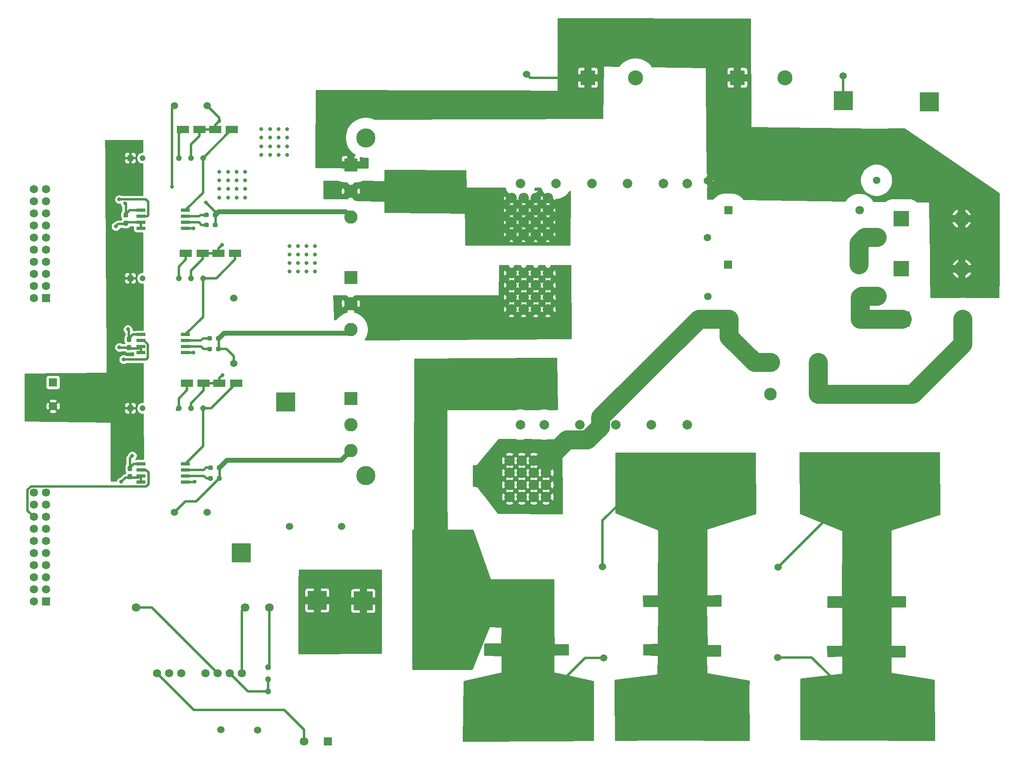
<source format=gbr>
%TF.GenerationSoftware,KiCad,Pcbnew,(5.1.12)-1*%
%TF.CreationDate,2023-12-01T15:42:45+05:30*%
%TF.ProjectId,DCCB PCB-V3,44434342-2050-4434-922d-56332e6b6963,rev?*%
%TF.SameCoordinates,Original*%
%TF.FileFunction,Copper,L1,Top*%
%TF.FilePolarity,Positive*%
%FSLAX46Y46*%
G04 Gerber Fmt 4.6, Leading zero omitted, Abs format (unit mm)*
G04 Created by KiCad (PCBNEW (5.1.12)-1) date 2023-12-01 15:42:45*
%MOMM*%
%LPD*%
G01*
G04 APERTURE LIST*
%TA.AperFunction,ComponentPad*%
%ADD10C,1.530000*%
%TD*%
%TA.AperFunction,ComponentPad*%
%ADD11C,0.100000*%
%TD*%
%TA.AperFunction,ComponentPad*%
%ADD12C,4.005000*%
%TD*%
%TA.AperFunction,ComponentPad*%
%ADD13C,3.150000*%
%TD*%
%TA.AperFunction,ComponentPad*%
%ADD14R,3.150000X3.150000*%
%TD*%
%TA.AperFunction,ComponentPad*%
%ADD15C,1.230000*%
%TD*%
%TA.AperFunction,ComponentPad*%
%ADD16R,1.230000X1.230000*%
%TD*%
%TA.AperFunction,SMDPad,CuDef*%
%ADD17R,2.500000X1.600000*%
%TD*%
%TA.AperFunction,ComponentPad*%
%ADD18C,1.725000*%
%TD*%
%TA.AperFunction,ComponentPad*%
%ADD19R,1.725000X1.725000*%
%TD*%
%TA.AperFunction,ComponentPad*%
%ADD20C,2.200000*%
%TD*%
%TA.AperFunction,WasherPad*%
%ADD21C,2.000000*%
%TD*%
%TA.AperFunction,ComponentPad*%
%ADD22C,1.800000*%
%TD*%
%TA.AperFunction,ComponentPad*%
%ADD23R,1.800000X1.800000*%
%TD*%
%TA.AperFunction,ComponentPad*%
%ADD24R,3.200000X3.200000*%
%TD*%
%TA.AperFunction,ComponentPad*%
%ADD25O,3.200000X3.200000*%
%TD*%
%TA.AperFunction,SMDPad,CuDef*%
%ADD26R,1.850000X0.650000*%
%TD*%
%TA.AperFunction,ComponentPad*%
%ADD27C,1.269000*%
%TD*%
%TA.AperFunction,ComponentPad*%
%ADD28C,2.640000*%
%TD*%
%TA.AperFunction,ComponentPad*%
%ADD29C,1.575000*%
%TD*%
%TA.AperFunction,ComponentPad*%
%ADD30C,2.790000*%
%TD*%
%TA.AperFunction,ComponentPad*%
%ADD31R,2.790000X2.790000*%
%TD*%
%TA.AperFunction,ViaPad*%
%ADD32C,0.800000*%
%TD*%
%TA.AperFunction,Conductor*%
%ADD33C,0.500000*%
%TD*%
%TA.AperFunction,Conductor*%
%ADD34C,4.000000*%
%TD*%
%TA.AperFunction,Conductor*%
%ADD35C,2.000000*%
%TD*%
%TA.AperFunction,Conductor*%
%ADD36C,0.250000*%
%TD*%
%TA.AperFunction,Conductor*%
%ADD37C,1.000000*%
%TD*%
%TA.AperFunction,Conductor*%
%ADD38C,0.254000*%
%TD*%
%TA.AperFunction,Conductor*%
%ADD39C,0.100000*%
%TD*%
%TA.AperFunction,Conductor*%
%ADD40C,0.300000*%
%TD*%
G04 APERTURE END LIST*
D10*
%TO.P,TP18,TP*%
%TO.N,Net-(PS5-Pad7)*%
X87250000Y-183620000D03*
%TD*%
%TO.P,TP17,TP*%
%TO.N,Net-(IC1-Pad1)*%
X79570000Y-183590000D03*
%TD*%
%TO.P,TP16,TP*%
%TO.N,gnd3*%
X82296000Y-92964000D03*
%TD*%
%TO.P,TP15,TP*%
%TO.N,G4*%
X82290000Y-106660000D03*
%TD*%
%TO.P,TP14,TP*%
%TO.N,gnd1*%
X76708000Y-137922000D03*
%TD*%
%TO.P,TP13,TP*%
%TO.N,gnd3*%
X76708000Y-52578000D03*
%TD*%
%TO.P,TP12,TP*%
%TO.N,G2*%
X69850000Y-52578000D03*
%TD*%
%TO.P,TP11,TP*%
%TO.N,G1*%
X69850000Y-137922000D03*
%TD*%
%TO.P,TP10,TP*%
%TO.N,GND*%
X196280000Y-168380000D03*
%TD*%
%TO.P,TP9,TP*%
%TO.N,L3*%
X159830000Y-168500000D03*
%TD*%
%TO.P,TP8,TP*%
%TO.N,Net-(C11-Pad2)*%
X210040000Y-46290000D03*
%TD*%
%TO.P,TP7,TP*%
%TO.N,gnd3*%
X143690000Y-45970000D03*
%TD*%
%TO.P,TP6,TP*%
%TO.N,gnd1*%
X93930000Y-140860000D03*
%TD*%
%TO.P,TP3,TP*%
%TO.N,L1'*%
X104920000Y-140870000D03*
%TD*%
%TO.P,TP2,TP*%
%TO.N,GND*%
X196400000Y-149440000D03*
%TD*%
%TO.P,TP1,TP*%
%TO.N,L1*%
X159590000Y-149320000D03*
%TD*%
%TA.AperFunction,ComponentPad*%
D11*
%TO.P,K1,1*%
%TO.N,gnd1*%
G36*
X95180000Y-116770000D02*
G01*
X91180000Y-116770000D01*
X91180000Y-112770000D01*
X95180000Y-112770000D01*
X95180000Y-116770000D01*
G37*
%TD.AperFunction*%
%TD*%
%TO.P,R11,2*%
%TO.N,Net-(IC5-Pad6)*%
%TA.AperFunction,SMDPad,CuDef*%
G36*
G01*
X77695000Y-103402500D02*
X77695000Y-103877500D01*
G75*
G02*
X77457500Y-104115000I-237500J0D01*
G01*
X76957500Y-104115000D01*
G75*
G02*
X76720000Y-103877500I0J237500D01*
G01*
X76720000Y-103402500D01*
G75*
G02*
X76957500Y-103165000I237500J0D01*
G01*
X77457500Y-103165000D01*
G75*
G02*
X77695000Y-103402500I0J-237500D01*
G01*
G37*
%TD.AperFunction*%
%TO.P,R11,1*%
%TO.N,G4*%
%TA.AperFunction,SMDPad,CuDef*%
G36*
G01*
X79520000Y-103402500D02*
X79520000Y-103877500D01*
G75*
G02*
X79282500Y-104115000I-237500J0D01*
G01*
X78782500Y-104115000D01*
G75*
G02*
X78545000Y-103877500I0J237500D01*
G01*
X78545000Y-103402500D01*
G75*
G02*
X78782500Y-103165000I237500J0D01*
G01*
X79282500Y-103165000D01*
G75*
G02*
X79520000Y-103402500I0J-237500D01*
G01*
G37*
%TD.AperFunction*%
%TD*%
%TO.P,R10,2*%
%TO.N,Net-(IC5-Pad7)*%
%TA.AperFunction,SMDPad,CuDef*%
G36*
G01*
X77695000Y-101162500D02*
X77695000Y-101637500D01*
G75*
G02*
X77457500Y-101875000I-237500J0D01*
G01*
X76957500Y-101875000D01*
G75*
G02*
X76720000Y-101637500I0J237500D01*
G01*
X76720000Y-101162500D01*
G75*
G02*
X76957500Y-100925000I237500J0D01*
G01*
X77457500Y-100925000D01*
G75*
G02*
X77695000Y-101162500I0J-237500D01*
G01*
G37*
%TD.AperFunction*%
%TO.P,R10,1*%
%TO.N,G4*%
%TA.AperFunction,SMDPad,CuDef*%
G36*
G01*
X79520000Y-101162500D02*
X79520000Y-101637500D01*
G75*
G02*
X79282500Y-101875000I-237500J0D01*
G01*
X78782500Y-101875000D01*
G75*
G02*
X78545000Y-101637500I0J237500D01*
G01*
X78545000Y-101162500D01*
G75*
G02*
X78782500Y-100925000I237500J0D01*
G01*
X79282500Y-100925000D01*
G75*
G02*
X79520000Y-101162500I0J-237500D01*
G01*
G37*
%TD.AperFunction*%
%TD*%
%TO.P,R7,2*%
%TO.N,Net-(IC3-Pad6)*%
%TA.AperFunction,SMDPad,CuDef*%
G36*
G01*
X77025000Y-77362500D02*
X77025000Y-77837500D01*
G75*
G02*
X76787500Y-78075000I-237500J0D01*
G01*
X76287500Y-78075000D01*
G75*
G02*
X76050000Y-77837500I0J237500D01*
G01*
X76050000Y-77362500D01*
G75*
G02*
X76287500Y-77125000I237500J0D01*
G01*
X76787500Y-77125000D01*
G75*
G02*
X77025000Y-77362500I0J-237500D01*
G01*
G37*
%TD.AperFunction*%
%TO.P,R7,1*%
%TO.N,G2*%
%TA.AperFunction,SMDPad,CuDef*%
G36*
G01*
X78850000Y-77362500D02*
X78850000Y-77837500D01*
G75*
G02*
X78612500Y-78075000I-237500J0D01*
G01*
X78112500Y-78075000D01*
G75*
G02*
X77875000Y-77837500I0J237500D01*
G01*
X77875000Y-77362500D01*
G75*
G02*
X78112500Y-77125000I237500J0D01*
G01*
X78612500Y-77125000D01*
G75*
G02*
X78850000Y-77362500I0J-237500D01*
G01*
G37*
%TD.AperFunction*%
%TD*%
%TO.P,R6,2*%
%TO.N,Net-(IC3-Pad7)*%
%TA.AperFunction,SMDPad,CuDef*%
G36*
G01*
X77025000Y-75262500D02*
X77025000Y-75737500D01*
G75*
G02*
X76787500Y-75975000I-237500J0D01*
G01*
X76287500Y-75975000D01*
G75*
G02*
X76050000Y-75737500I0J237500D01*
G01*
X76050000Y-75262500D01*
G75*
G02*
X76287500Y-75025000I237500J0D01*
G01*
X76787500Y-75025000D01*
G75*
G02*
X77025000Y-75262500I0J-237500D01*
G01*
G37*
%TD.AperFunction*%
%TO.P,R6,1*%
%TO.N,G2*%
%TA.AperFunction,SMDPad,CuDef*%
G36*
G01*
X78850000Y-75262500D02*
X78850000Y-75737500D01*
G75*
G02*
X78612500Y-75975000I-237500J0D01*
G01*
X78112500Y-75975000D01*
G75*
G02*
X77875000Y-75737500I0J237500D01*
G01*
X77875000Y-75262500D01*
G75*
G02*
X78112500Y-75025000I237500J0D01*
G01*
X78612500Y-75025000D01*
G75*
G02*
X78850000Y-75262500I0J-237500D01*
G01*
G37*
%TD.AperFunction*%
%TD*%
%TO.P,R5,2*%
%TO.N,Net-(IC2-Pad6)*%
%TA.AperFunction,SMDPad,CuDef*%
G36*
G01*
X77885000Y-130562500D02*
X77885000Y-131037500D01*
G75*
G02*
X77647500Y-131275000I-237500J0D01*
G01*
X77147500Y-131275000D01*
G75*
G02*
X76910000Y-131037500I0J237500D01*
G01*
X76910000Y-130562500D01*
G75*
G02*
X77147500Y-130325000I237500J0D01*
G01*
X77647500Y-130325000D01*
G75*
G02*
X77885000Y-130562500I0J-237500D01*
G01*
G37*
%TD.AperFunction*%
%TO.P,R5,1*%
%TO.N,G1*%
%TA.AperFunction,SMDPad,CuDef*%
G36*
G01*
X79710000Y-130562500D02*
X79710000Y-131037500D01*
G75*
G02*
X79472500Y-131275000I-237500J0D01*
G01*
X78972500Y-131275000D01*
G75*
G02*
X78735000Y-131037500I0J237500D01*
G01*
X78735000Y-130562500D01*
G75*
G02*
X78972500Y-130325000I237500J0D01*
G01*
X79472500Y-130325000D01*
G75*
G02*
X79710000Y-130562500I0J-237500D01*
G01*
G37*
%TD.AperFunction*%
%TD*%
%TO.P,R4,2*%
%TO.N,Net-(IC2-Pad7)*%
%TA.AperFunction,SMDPad,CuDef*%
G36*
G01*
X77885000Y-128322500D02*
X77885000Y-128797500D01*
G75*
G02*
X77647500Y-129035000I-237500J0D01*
G01*
X77147500Y-129035000D01*
G75*
G02*
X76910000Y-128797500I0J237500D01*
G01*
X76910000Y-128322500D01*
G75*
G02*
X77147500Y-128085000I237500J0D01*
G01*
X77647500Y-128085000D01*
G75*
G02*
X77885000Y-128322500I0J-237500D01*
G01*
G37*
%TD.AperFunction*%
%TO.P,R4,1*%
%TO.N,G1*%
%TA.AperFunction,SMDPad,CuDef*%
G36*
G01*
X79710000Y-128322500D02*
X79710000Y-128797500D01*
G75*
G02*
X79472500Y-129035000I-237500J0D01*
G01*
X78972500Y-129035000D01*
G75*
G02*
X78735000Y-128797500I0J237500D01*
G01*
X78735000Y-128322500D01*
G75*
G02*
X78972500Y-128085000I237500J0D01*
G01*
X79472500Y-128085000D01*
G75*
G02*
X79710000Y-128322500I0J-237500D01*
G01*
G37*
%TD.AperFunction*%
%TD*%
%TO.P,C15,2*%
%TO.N,GND1*%
%TA.AperFunction,SMDPad,CuDef*%
G36*
G01*
X60062500Y-102805000D02*
X60537500Y-102805000D01*
G75*
G02*
X60775000Y-103042500I0J-237500D01*
G01*
X60775000Y-103642500D01*
G75*
G02*
X60537500Y-103880000I-237500J0D01*
G01*
X60062500Y-103880000D01*
G75*
G02*
X59825000Y-103642500I0J237500D01*
G01*
X59825000Y-103042500D01*
G75*
G02*
X60062500Y-102805000I237500J0D01*
G01*
G37*
%TD.AperFunction*%
%TO.P,C15,1*%
%TO.N,5v*%
%TA.AperFunction,SMDPad,CuDef*%
G36*
G01*
X60062500Y-101080000D02*
X60537500Y-101080000D01*
G75*
G02*
X60775000Y-101317500I0J-237500D01*
G01*
X60775000Y-101917500D01*
G75*
G02*
X60537500Y-102155000I-237500J0D01*
G01*
X60062500Y-102155000D01*
G75*
G02*
X59825000Y-101917500I0J237500D01*
G01*
X59825000Y-101317500D01*
G75*
G02*
X60062500Y-101080000I237500J0D01*
G01*
G37*
%TD.AperFunction*%
%TD*%
%TO.P,C14,2*%
%TO.N,GND1*%
%TA.AperFunction,SMDPad,CuDef*%
G36*
G01*
X59392500Y-76705000D02*
X59867500Y-76705000D01*
G75*
G02*
X60105000Y-76942500I0J-237500D01*
G01*
X60105000Y-77542500D01*
G75*
G02*
X59867500Y-77780000I-237500J0D01*
G01*
X59392500Y-77780000D01*
G75*
G02*
X59155000Y-77542500I0J237500D01*
G01*
X59155000Y-76942500D01*
G75*
G02*
X59392500Y-76705000I237500J0D01*
G01*
G37*
%TD.AperFunction*%
%TO.P,C14,1*%
%TO.N,5v*%
%TA.AperFunction,SMDPad,CuDef*%
G36*
G01*
X59392500Y-74980000D02*
X59867500Y-74980000D01*
G75*
G02*
X60105000Y-75217500I0J-237500D01*
G01*
X60105000Y-75817500D01*
G75*
G02*
X59867500Y-76055000I-237500J0D01*
G01*
X59392500Y-76055000D01*
G75*
G02*
X59155000Y-75817500I0J237500D01*
G01*
X59155000Y-75217500D01*
G75*
G02*
X59392500Y-74980000I237500J0D01*
G01*
G37*
%TD.AperFunction*%
%TD*%
%TO.P,C13,2*%
%TO.N,GND2*%
%TA.AperFunction,SMDPad,CuDef*%
G36*
G01*
X60252500Y-129915000D02*
X60727500Y-129915000D01*
G75*
G02*
X60965000Y-130152500I0J-237500D01*
G01*
X60965000Y-130752500D01*
G75*
G02*
X60727500Y-130990000I-237500J0D01*
G01*
X60252500Y-130990000D01*
G75*
G02*
X60015000Y-130752500I0J237500D01*
G01*
X60015000Y-130152500D01*
G75*
G02*
X60252500Y-129915000I237500J0D01*
G01*
G37*
%TD.AperFunction*%
%TO.P,C13,1*%
%TO.N,5v1*%
%TA.AperFunction,SMDPad,CuDef*%
G36*
G01*
X60252500Y-128190000D02*
X60727500Y-128190000D01*
G75*
G02*
X60965000Y-128427500I0J-237500D01*
G01*
X60965000Y-129027500D01*
G75*
G02*
X60727500Y-129265000I-237500J0D01*
G01*
X60252500Y-129265000D01*
G75*
G02*
X60015000Y-129027500I0J237500D01*
G01*
X60015000Y-128427500D01*
G75*
G02*
X60252500Y-128190000I237500J0D01*
G01*
G37*
%TD.AperFunction*%
%TD*%
D12*
%TO.P,H5,2*%
%TO.N,Net-(H5-Pad2)*%
X109960000Y-130250000D03*
%TO.P,H5,1*%
%TO.N,Net-(H5-Pad1)*%
X109960000Y-59310000D03*
%TD*%
D13*
%TO.P,C11,2*%
%TO.N,Net-(C11-Pad2)*%
X197870000Y-46720000D03*
D14*
%TO.P,C11,1*%
%TO.N,gnd3*%
X187870000Y-46720000D03*
%TD*%
D15*
%TO.P,PS3,6*%
%TO.N,gnd3*%
X73270000Y-88770000D03*
%TO.P,PS3,7*%
%TO.N,+15_3*%
X75810000Y-88770000D03*
%TO.P,PS3,5*%
%TO.N,-8_3*%
X70730000Y-88770000D03*
%TO.P,PS3,2*%
%TO.N,-12V*%
X63110000Y-88770000D03*
D16*
%TO.P,PS3,1*%
%TO.N,+12*%
X60570000Y-88770000D03*
%TD*%
D15*
%TO.P,PS2,6*%
%TO.N,gnd1*%
X73270000Y-116060000D03*
%TO.P,PS2,7*%
%TO.N,+15*%
X75810000Y-116060000D03*
%TO.P,PS2,5*%
%TO.N,-8*%
X70730000Y-116060000D03*
%TO.P,PS2,2*%
%TO.N,-12V*%
X63110000Y-116060000D03*
D16*
%TO.P,PS2,1*%
%TO.N,+12*%
X60570000Y-116060000D03*
%TD*%
D15*
%TO.P,PS1,6*%
%TO.N,gnd3*%
X73270000Y-63550000D03*
%TO.P,PS1,7*%
%TO.N,+15_2*%
X75810000Y-63550000D03*
%TO.P,PS1,5*%
%TO.N,-8_2*%
X70730000Y-63550000D03*
%TO.P,PS1,2*%
%TO.N,-12V*%
X63110000Y-63550000D03*
D16*
%TO.P,PS1,1*%
%TO.N,+12*%
X60570000Y-63550000D03*
%TD*%
D17*
%TO.P,C5,2*%
%TO.N,gnd3*%
X78390000Y-57580000D03*
%TO.P,C5,1*%
%TO.N,+15_2*%
X81890000Y-57580000D03*
%TD*%
D18*
%TO.P,J2,20*%
%TO.N,Net-(J2-Pad20)*%
X40360000Y-133780000D03*
%TO.P,J2,19*%
%TO.N,5v1*%
X42900000Y-133780000D03*
%TO.P,J2,18*%
%TO.N,Net-(J2-Pad18)*%
X40360000Y-136320000D03*
%TO.P,J2,17*%
%TO.N,GND2*%
X42900000Y-136320000D03*
%TO.P,J2,16*%
%TO.N,pwm1*%
X40360000Y-138860000D03*
%TO.P,J2,15*%
%TO.N,Net-(J2-Pad15)*%
X42900000Y-138860000D03*
%TO.P,J2,14*%
%TO.N,Net-(J2-Pad14)*%
X40360000Y-141400000D03*
%TO.P,J2,13*%
%TO.N,Net-(J2-Pad13)*%
X42900000Y-141400000D03*
%TO.P,J2,12*%
%TO.N,Net-(J2-Pad12)*%
X40360000Y-143940000D03*
%TO.P,J2,11*%
%TO.N,Net-(J2-Pad11)*%
X42900000Y-143940000D03*
%TO.P,J2,10*%
%TO.N,Net-(J2-Pad10)*%
X40360000Y-146480000D03*
%TO.P,J2,9*%
%TO.N,Net-(J2-Pad9)*%
X42900000Y-146480000D03*
%TO.P,J2,8*%
%TO.N,Net-(J2-Pad8)*%
X40360000Y-149020000D03*
%TO.P,J2,7*%
%TO.N,Net-(J2-Pad7)*%
X42900000Y-149020000D03*
%TO.P,J2,6*%
%TO.N,Net-(J2-Pad6)*%
X40360000Y-151560000D03*
%TO.P,J2,5*%
%TO.N,Net-(J2-Pad5)*%
X42900000Y-151560000D03*
%TO.P,J2,4*%
%TO.N,Net-(J2-Pad4)*%
X40360000Y-154100000D03*
%TO.P,J2,3*%
%TO.N,Net-(J2-Pad3)*%
X42900000Y-154100000D03*
%TO.P,J2,2*%
%TO.N,Net-(J2-Pad2)*%
X40360000Y-156640000D03*
D19*
%TO.P,J2,1*%
%TO.N,Net-(J2-Pad1)*%
X42900000Y-156640000D03*
%TD*%
D18*
%TO.P,J1,20*%
%TO.N,Net-(J1-Pad20)*%
X40360000Y-70140000D03*
%TO.P,J1,19*%
%TO.N,5v*%
X42900000Y-70140000D03*
%TO.P,J1,18*%
%TO.N,Net-(J1-Pad18)*%
X40360000Y-72680000D03*
%TO.P,J1,17*%
%TO.N,GND1*%
X42900000Y-72680000D03*
%TO.P,J1,16*%
%TO.N,Net-(J1-Pad16)*%
X40360000Y-75220000D03*
%TO.P,J1,15*%
%TO.N,pwm3*%
X42900000Y-75220000D03*
%TO.P,J1,14*%
%TO.N,Net-(J1-Pad14)*%
X40360000Y-77760000D03*
%TO.P,J1,13*%
%TO.N,pwm4*%
X42900000Y-77760000D03*
%TO.P,J1,12*%
%TO.N,Net-(J1-Pad12)*%
X40360000Y-80300000D03*
%TO.P,J1,11*%
%TO.N,Net-(J1-Pad11)*%
X42900000Y-80300000D03*
%TO.P,J1,10*%
%TO.N,Net-(J1-Pad10)*%
X40360000Y-82840000D03*
%TO.P,J1,9*%
%TO.N,Net-(J1-Pad9)*%
X42900000Y-82840000D03*
%TO.P,J1,8*%
%TO.N,Net-(J1-Pad8)*%
X40360000Y-85380000D03*
%TO.P,J1,7*%
%TO.N,Net-(J1-Pad7)*%
X42900000Y-85380000D03*
%TO.P,J1,6*%
%TO.N,Net-(J1-Pad6)*%
X40360000Y-87920000D03*
%TO.P,J1,5*%
%TO.N,Net-(J1-Pad5)*%
X42900000Y-87920000D03*
%TO.P,J1,4*%
%TO.N,Net-(J1-Pad4)*%
X40360000Y-90460000D03*
%TO.P,J1,3*%
%TO.N,Net-(J1-Pad3)*%
X42900000Y-90460000D03*
%TO.P,J1,2*%
%TO.N,Net-(J1-Pad2)*%
X40360000Y-93000000D03*
D19*
%TO.P,J1,1*%
%TO.N,Net-(J1-Pad1)*%
X42900000Y-93000000D03*
%TD*%
D20*
%TO.P,IC15,16*%
%TO.N,L3'*%
X148150000Y-95330000D03*
%TO.P,IC15,15*%
X145610000Y-95330000D03*
%TO.P,IC15,14*%
X143070000Y-95330000D03*
%TO.P,IC15,13*%
X140530000Y-95330000D03*
%TO.P,IC15,12*%
X148150000Y-92790000D03*
%TO.P,IC15,11*%
X145610000Y-92790000D03*
%TO.P,IC15,10*%
X143070000Y-92790000D03*
%TO.P,IC15,9*%
X140530000Y-92790000D03*
%TO.P,IC15,8*%
X148150000Y-90250000D03*
%TO.P,IC15,7*%
X145610000Y-90250000D03*
%TO.P,IC15,6*%
X143070000Y-90250000D03*
%TO.P,IC15,5*%
X140530000Y-90250000D03*
%TO.P,IC15,4*%
X148150000Y-87710000D03*
%TO.P,IC15,3*%
X145610000Y-87710000D03*
%TO.P,IC15,2*%
X143070000Y-87710000D03*
%TO.P,IC15,1*%
X140530000Y-87710000D03*
%TD*%
%TO.P,IC14,16*%
%TO.N,L3*%
X147800000Y-114790000D03*
%TO.P,IC14,15*%
X145260000Y-114790000D03*
%TO.P,IC14,14*%
X142720000Y-114790000D03*
%TO.P,IC14,13*%
X140180000Y-114790000D03*
%TO.P,IC14,12*%
X147800000Y-112250000D03*
%TO.P,IC14,11*%
X145260000Y-112250000D03*
%TO.P,IC14,10*%
X142720000Y-112250000D03*
%TO.P,IC14,9*%
X140180000Y-112250000D03*
%TO.P,IC14,8*%
X147800000Y-109710000D03*
%TO.P,IC14,7*%
X145260000Y-109710000D03*
%TO.P,IC14,6*%
X142720000Y-109710000D03*
%TO.P,IC14,5*%
X140180000Y-109710000D03*
%TO.P,IC14,4*%
X147800000Y-107170000D03*
%TO.P,IC14,3*%
X145260000Y-107170000D03*
%TO.P,IC14,2*%
X142720000Y-107170000D03*
%TO.P,IC14,1*%
X140180000Y-107170000D03*
%TD*%
%TO.P,IC13,16*%
%TO.N,L1'*%
X147750000Y-134690000D03*
%TO.P,IC13,15*%
X145210000Y-134690000D03*
%TO.P,IC13,14*%
X142670000Y-134690000D03*
%TO.P,IC13,13*%
X140130000Y-134690000D03*
%TO.P,IC13,12*%
X147750000Y-132150000D03*
%TO.P,IC13,11*%
X145210000Y-132150000D03*
%TO.P,IC13,10*%
X142670000Y-132150000D03*
%TO.P,IC13,9*%
X140130000Y-132150000D03*
%TO.P,IC13,8*%
X147750000Y-129610000D03*
%TO.P,IC13,7*%
X145210000Y-129610000D03*
%TO.P,IC13,6*%
X142670000Y-129610000D03*
%TO.P,IC13,5*%
X140130000Y-129610000D03*
%TO.P,IC13,4*%
X147750000Y-127070000D03*
%TO.P,IC13,3*%
X145210000Y-127070000D03*
%TO.P,IC13,2*%
X142670000Y-127070000D03*
%TO.P,IC13,1*%
X140130000Y-127070000D03*
%TD*%
%TO.P,IC12,16*%
%TO.N,L1*%
X171830000Y-135000000D03*
%TO.P,IC12,15*%
X169290000Y-135000000D03*
%TO.P,IC12,14*%
X166750000Y-135000000D03*
%TO.P,IC12,13*%
X164210000Y-135000000D03*
%TO.P,IC12,12*%
X171830000Y-132460000D03*
%TO.P,IC12,11*%
X169290000Y-132460000D03*
%TO.P,IC12,10*%
X166750000Y-132460000D03*
%TO.P,IC12,9*%
X164210000Y-132460000D03*
%TO.P,IC12,8*%
X171830000Y-129920000D03*
%TO.P,IC12,7*%
X169290000Y-129920000D03*
%TO.P,IC12,6*%
X166750000Y-129920000D03*
%TO.P,IC12,5*%
X164210000Y-129920000D03*
%TO.P,IC12,4*%
X171830000Y-127380000D03*
%TO.P,IC12,3*%
X169290000Y-127380000D03*
%TO.P,IC12,2*%
X166750000Y-127380000D03*
%TO.P,IC12,1*%
X164210000Y-127380000D03*
%TD*%
%TO.P,IC11,16*%
%TO.N,L2'*%
X148120000Y-79610000D03*
%TO.P,IC11,15*%
X145580000Y-79610000D03*
%TO.P,IC11,14*%
X143040000Y-79610000D03*
%TO.P,IC11,13*%
X140500000Y-79610000D03*
%TO.P,IC11,12*%
X148120000Y-77070000D03*
%TO.P,IC11,11*%
X145580000Y-77070000D03*
%TO.P,IC11,10*%
X143040000Y-77070000D03*
%TO.P,IC11,9*%
X140500000Y-77070000D03*
%TO.P,IC11,8*%
X148120000Y-74530000D03*
%TO.P,IC11,7*%
X145580000Y-74530000D03*
%TO.P,IC11,6*%
X143040000Y-74530000D03*
%TO.P,IC11,5*%
X140500000Y-74530000D03*
%TO.P,IC11,4*%
X148120000Y-71990000D03*
%TO.P,IC11,3*%
X145580000Y-71990000D03*
%TO.P,IC11,2*%
X143040000Y-71990000D03*
%TO.P,IC11,1*%
X140500000Y-71990000D03*
%TD*%
%TO.P,IC10,16*%
%TO.N,L1*%
X189910000Y-135100000D03*
%TO.P,IC10,15*%
X187370000Y-135100000D03*
%TO.P,IC10,14*%
X184830000Y-135100000D03*
%TO.P,IC10,13*%
X182290000Y-135100000D03*
%TO.P,IC10,12*%
X189910000Y-132560000D03*
%TO.P,IC10,11*%
X187370000Y-132560000D03*
%TO.P,IC10,10*%
X184830000Y-132560000D03*
%TO.P,IC10,9*%
X182290000Y-132560000D03*
%TO.P,IC10,8*%
X189910000Y-130020000D03*
%TO.P,IC10,7*%
X187370000Y-130020000D03*
%TO.P,IC10,6*%
X184830000Y-130020000D03*
%TO.P,IC10,5*%
X182290000Y-130020000D03*
%TO.P,IC10,4*%
X189910000Y-127480000D03*
%TO.P,IC10,3*%
X187370000Y-127480000D03*
%TO.P,IC10,2*%
X184830000Y-127480000D03*
%TO.P,IC10,1*%
X182290000Y-127480000D03*
%TD*%
%TO.P,IC9,16*%
%TO.N,GND*%
X218900000Y-176210000D03*
%TO.P,IC9,15*%
X216360000Y-176210000D03*
%TO.P,IC9,14*%
X213820000Y-176210000D03*
%TO.P,IC9,13*%
X211280000Y-176210000D03*
%TO.P,IC9,12*%
X218900000Y-178750000D03*
%TO.P,IC9,11*%
X216360000Y-178750000D03*
%TO.P,IC9,10*%
X213820000Y-178750000D03*
%TO.P,IC9,9*%
X211280000Y-178750000D03*
%TO.P,IC9,8*%
X218900000Y-181290000D03*
%TO.P,IC9,7*%
X216360000Y-181290000D03*
%TO.P,IC9,6*%
X213820000Y-181290000D03*
%TO.P,IC9,5*%
X211280000Y-181290000D03*
%TO.P,IC9,4*%
X218900000Y-183830000D03*
%TO.P,IC9,3*%
X216360000Y-183830000D03*
%TO.P,IC9,2*%
X213820000Y-183830000D03*
%TO.P,IC9,1*%
X211280000Y-183830000D03*
%TD*%
%TO.P,IC8,16*%
%TO.N,L3*%
X148010000Y-184060000D03*
%TO.P,IC8,15*%
X148010000Y-181520000D03*
%TO.P,IC8,14*%
X148010000Y-178980000D03*
%TO.P,IC8,13*%
X148010000Y-176440000D03*
%TO.P,IC8,12*%
X145470000Y-184060000D03*
%TO.P,IC8,11*%
X145470000Y-181520000D03*
%TO.P,IC8,10*%
X145470000Y-178980000D03*
%TO.P,IC8,9*%
X145470000Y-176440000D03*
%TO.P,IC8,8*%
X142930000Y-184060000D03*
%TO.P,IC8,7*%
X142930000Y-181520000D03*
%TO.P,IC8,6*%
X142930000Y-178980000D03*
%TO.P,IC8,5*%
X142930000Y-176440000D03*
%TO.P,IC8,4*%
X140390000Y-184060000D03*
%TO.P,IC8,3*%
X140390000Y-181520000D03*
%TO.P,IC8,2*%
X140390000Y-178980000D03*
%TO.P,IC8,1*%
X140390000Y-176440000D03*
%TD*%
%TO.P,IC7,16*%
%TO.N,GND*%
X211370000Y-135510000D03*
%TO.P,IC7,15*%
X211370000Y-132970000D03*
%TO.P,IC7,14*%
X211370000Y-130430000D03*
%TO.P,IC7,13*%
X211370000Y-127890000D03*
%TO.P,IC7,12*%
X213910000Y-135510000D03*
%TO.P,IC7,11*%
X213910000Y-132970000D03*
%TO.P,IC7,10*%
X213910000Y-130430000D03*
%TO.P,IC7,9*%
X213910000Y-127890000D03*
%TO.P,IC7,8*%
X216450000Y-135510000D03*
%TO.P,IC7,7*%
X216450000Y-132970000D03*
%TO.P,IC7,6*%
X216450000Y-130430000D03*
%TO.P,IC7,5*%
X216450000Y-127890000D03*
%TO.P,IC7,4*%
X218990000Y-135510000D03*
%TO.P,IC7,3*%
X218990000Y-132970000D03*
%TO.P,IC7,2*%
X218990000Y-130430000D03*
%TO.P,IC7,1*%
X218990000Y-127890000D03*
%TD*%
%TO.P,IC6,16*%
%TO.N,L1*%
X180310000Y-176480000D03*
%TO.P,IC6,15*%
X177770000Y-176480000D03*
%TO.P,IC6,14*%
X175230000Y-176480000D03*
%TO.P,IC6,13*%
X172690000Y-176480000D03*
%TO.P,IC6,12*%
X180310000Y-179020000D03*
%TO.P,IC6,11*%
X177770000Y-179020000D03*
%TO.P,IC6,10*%
X175230000Y-179020000D03*
%TO.P,IC6,9*%
X172690000Y-179020000D03*
%TO.P,IC6,8*%
X180310000Y-181560000D03*
%TO.P,IC6,7*%
X177770000Y-181560000D03*
%TO.P,IC6,6*%
X175230000Y-181560000D03*
%TO.P,IC6,5*%
X172690000Y-181560000D03*
%TO.P,IC6,4*%
X180310000Y-184100000D03*
%TO.P,IC6,3*%
X177770000Y-184100000D03*
%TO.P,IC6,2*%
X175230000Y-184100000D03*
%TO.P,IC6,1*%
X172690000Y-184100000D03*
%TD*%
D21*
%TO.P,L1,*%
%TO.N,*%
X177350000Y-68910000D03*
X172350000Y-68910000D03*
X164850000Y-68910000D03*
X157350000Y-68910000D03*
X149850000Y-68910000D03*
X142350000Y-68910000D03*
X154848800Y-119506800D03*
X169848800Y-119506800D03*
X162348800Y-119506800D03*
X147348800Y-119506800D03*
X142348800Y-119506800D03*
X177348800Y-119506800D03*
%TD*%
D22*
%TO.P,C2,2*%
%TO.N,Net-(C2-Pad2)*%
X213610000Y-97340000D03*
D23*
%TO.P,C2,1*%
%TO.N,L1'*%
X186110000Y-97340000D03*
%TD*%
D22*
%TO.P,J7,2*%
%TO.N,Net-(J7-Pad2)*%
X97010000Y-186030000D03*
D23*
%TO.P,J7,1*%
%TO.N,Net-(J7-Pad1)*%
X102010000Y-186030000D03*
%TD*%
D18*
%TO.P,PS5,8*%
%TO.N,Net-(IC1-Pad2)*%
X83960000Y-171690000D03*
%TO.P,PS5,7*%
%TO.N,Net-(PS5-Pad7)*%
X81420000Y-171690000D03*
%TO.P,PS5,6*%
%TO.N,Net-(IC1-Pad3)*%
X78880000Y-171690000D03*
%TO.P,PS5,5*%
%TO.N,Net-(PS5-Pad5)*%
X76340000Y-171690000D03*
%TO.P,PS5,3*%
%TO.N,Net-(PS5-Pad3)*%
X71260000Y-171690000D03*
%TO.P,PS5,2*%
%TO.N,Net-(J7-Pad1)*%
X68720000Y-171690000D03*
%TO.P,PS5,1*%
%TO.N,Net-(J7-Pad2)*%
X66180000Y-171690000D03*
%TD*%
D24*
%TO.P,D7,1*%
%TO.N,Net-(C4-Pad2)*%
X222250000Y-86820000D03*
D25*
%TO.P,D7,2*%
%TO.N,gnd3*%
X234950000Y-86820000D03*
%TD*%
D24*
%TO.P,D6,1*%
%TO.N,Net-(C2-Pad2)*%
X222390000Y-97340000D03*
D25*
%TO.P,D6,2*%
%TO.N,L3*%
X235090000Y-97340000D03*
%TD*%
D24*
%TO.P,D5,1*%
%TO.N,Net-(C1-Pad2)*%
X222190000Y-76290000D03*
D25*
%TO.P,D5,2*%
%TO.N,gnd3*%
X234890000Y-76290000D03*
%TD*%
%TA.AperFunction,ComponentPad*%
D11*
%TO.P,Probe2,1*%
%TO.N,L3*%
G36*
X126450000Y-158390000D02*
G01*
X122450000Y-158390000D01*
X122450000Y-154390000D01*
X126450000Y-154390000D01*
X126450000Y-158390000D01*
G37*
%TD.AperFunction*%
%TD*%
%TA.AperFunction,ComponentPad*%
%TO.P,Probe1,1*%
%TO.N,Net-(Probe1-Pad1)*%
G36*
X111430000Y-158530000D02*
G01*
X107430000Y-158530000D01*
X107430000Y-154530000D01*
X111430000Y-154530000D01*
X111430000Y-158530000D01*
G37*
%TD.AperFunction*%
%TD*%
D22*
%TO.P,J5,2*%
%TO.N,+12*%
X44350000Y-115640000D03*
D23*
%TO.P,J5,1*%
%TO.N,-12V*%
X44350000Y-110640000D03*
%TD*%
D26*
%TO.P,IC5,8*%
%TO.N,+15_3*%
X72125000Y-100615000D03*
%TO.P,IC5,7*%
%TO.N,Net-(IC5-Pad7)*%
X72125000Y-101885000D03*
%TO.P,IC5,6*%
%TO.N,Net-(IC5-Pad6)*%
X72125000Y-103155000D03*
%TO.P,IC5,5*%
%TO.N,-8_3*%
X72125000Y-104425000D03*
%TO.P,IC5,4*%
%TO.N,GND1*%
X62775000Y-104425000D03*
%TO.P,IC5,3*%
X62775000Y-103155000D03*
%TO.P,IC5,2*%
%TO.N,pwm4*%
X62775000Y-101885000D03*
%TO.P,IC5,1*%
%TO.N,5v*%
X62775000Y-100615000D03*
%TD*%
%TO.P,IC3,8*%
%TO.N,+15_2*%
X72125000Y-74515000D03*
%TO.P,IC3,7*%
%TO.N,Net-(IC3-Pad7)*%
X72125000Y-75785000D03*
%TO.P,IC3,6*%
%TO.N,Net-(IC3-Pad6)*%
X72125000Y-77055000D03*
%TO.P,IC3,5*%
%TO.N,-8_2*%
X72125000Y-78325000D03*
%TO.P,IC3,4*%
%TO.N,GND1*%
X62775000Y-78325000D03*
%TO.P,IC3,3*%
X62775000Y-77055000D03*
%TO.P,IC3,2*%
%TO.N,pwm3*%
X62775000Y-75785000D03*
%TO.P,IC3,1*%
%TO.N,5v*%
X62775000Y-74515000D03*
%TD*%
%TO.P,IC2,8*%
%TO.N,+15*%
X72125000Y-127725000D03*
%TO.P,IC2,7*%
%TO.N,Net-(IC2-Pad7)*%
X72125000Y-128995000D03*
%TO.P,IC2,6*%
%TO.N,Net-(IC2-Pad6)*%
X72125000Y-130265000D03*
%TO.P,IC2,5*%
%TO.N,-8*%
X72125000Y-131535000D03*
%TO.P,IC2,4*%
%TO.N,GND2*%
X62775000Y-131535000D03*
%TO.P,IC2,3*%
X62775000Y-130265000D03*
%TO.P,IC2,2*%
%TO.N,pwm1*%
X62775000Y-128995000D03*
%TO.P,IC2,1*%
%TO.N,5v1*%
X62775000Y-127725000D03*
%TD*%
D17*
%TO.P,C10,2*%
%TO.N,-8_3*%
X72240000Y-83560000D03*
%TO.P,C10,1*%
%TO.N,gnd3*%
X75740000Y-83560000D03*
%TD*%
%TO.P,C9,2*%
%TO.N,gnd3*%
X79060000Y-83560000D03*
%TO.P,C9,1*%
%TO.N,+15_3*%
X82560000Y-83560000D03*
%TD*%
%TO.P,C8,2*%
%TO.N,-8*%
X72430000Y-110850000D03*
%TO.P,C8,1*%
%TO.N,gnd1*%
X75930000Y-110850000D03*
%TD*%
%TO.P,C7,2*%
%TO.N,gnd1*%
X79250000Y-110850000D03*
%TO.P,C7,1*%
%TO.N,+15*%
X82750000Y-110850000D03*
%TD*%
%TO.P,C6,2*%
%TO.N,-8_2*%
X71570000Y-57580000D03*
%TO.P,C6,1*%
%TO.N,gnd3*%
X75070000Y-57580000D03*
%TD*%
D27*
%TO.P,VR1,3*%
%TO.N,Net-(PS5-Pad7)*%
X89480000Y-175500000D03*
%TO.P,VR1,2*%
X89480000Y-172960000D03*
%TO.P,VR1,1*%
%TO.N,Net-(IC1-Pad1)*%
X89480000Y-170420000D03*
%TD*%
%TA.AperFunction,ComponentPad*%
D11*
%TO.P,Sense2,1*%
%TO.N,Net-(Probe1-Pad1)*%
G36*
X101770000Y-158420000D02*
G01*
X97770000Y-158420000D01*
X97770000Y-154420000D01*
X101770000Y-154420000D01*
X101770000Y-158420000D01*
G37*
%TD.AperFunction*%
%TD*%
%TA.AperFunction,ComponentPad*%
%TO.P,TP5,1*%
%TO.N,GND*%
G36*
X230140000Y-53760000D02*
G01*
X226140000Y-53760000D01*
X226140000Y-49760000D01*
X230140000Y-49760000D01*
X230140000Y-53760000D01*
G37*
%TD.AperFunction*%
%TD*%
%TA.AperFunction,ComponentPad*%
%TO.P,TP4,1*%
%TO.N,Net-(C11-Pad2)*%
G36*
X212060000Y-53530000D02*
G01*
X208060000Y-53530000D01*
X208060000Y-49530000D01*
X212060000Y-49530000D01*
X212060000Y-53530000D01*
G37*
%TD.AperFunction*%
%TD*%
%TA.AperFunction,ComponentPad*%
%TO.P,Sense1,1*%
%TO.N,Net-(Sense1-Pad1)*%
G36*
X85850000Y-148450000D02*
G01*
X81850000Y-148450000D01*
X81850000Y-144450000D01*
X85850000Y-144450000D01*
X85850000Y-148450000D01*
G37*
%TD.AperFunction*%
%TD*%
D28*
%TO.P,RV2,2*%
%TO.N,L3*%
X204780000Y-113100000D03*
%TO.P,RV2,1*%
%TO.N,L1*%
X194780000Y-113100000D03*
%TD*%
%TO.P,RV1,2*%
%TO.N,L3*%
X204780000Y-106460000D03*
%TO.P,RV1,1*%
%TO.N,L1'*%
X194780000Y-106460000D03*
%TD*%
D29*
%TO.P,R3,1*%
%TO.N,Net-(C4-Pad2)*%
X217110000Y-80160000D03*
%TO.P,R3,2*%
%TO.N,gnd3*%
X181610000Y-80240000D03*
%TD*%
%TO.P,R2,1*%
%TO.N,Net-(C2-Pad2)*%
X217180000Y-92540000D03*
%TO.P,R2,2*%
%TO.N,L3*%
X181680000Y-92620000D03*
%TD*%
%TO.P,R1,1*%
%TO.N,Net-(C1-Pad2)*%
X217050000Y-68240000D03*
%TO.P,R1,2*%
%TO.N,gnd3*%
X181550000Y-68320000D03*
%TD*%
D22*
%TO.P,IC1,3*%
%TO.N,Net-(IC1-Pad3)*%
X61770000Y-157900000D03*
%TO.P,IC1,2*%
%TO.N,Net-(IC1-Pad2)*%
X84630000Y-157900000D03*
%TO.P,IC1,1*%
%TO.N,Net-(IC1-Pad1)*%
X89710000Y-157900000D03*
%TD*%
D30*
%TO.P,D3,3*%
%TO.N,G4*%
X106810000Y-99566000D03*
%TO.P,D3,2*%
%TO.N,L3'*%
X106810000Y-94106000D03*
D31*
%TO.P,D3,1*%
%TO.N,gnd3*%
X106810000Y-88646000D03*
%TD*%
D30*
%TO.P,D2,3*%
%TO.N,G1*%
X106810000Y-124970000D03*
%TO.P,D2,2*%
%TO.N,L1'*%
X106810000Y-119510000D03*
D31*
%TO.P,D2,1*%
%TO.N,gnd1*%
X106810000Y-114050000D03*
%TD*%
D30*
%TO.P,D1,3*%
%TO.N,G2*%
X106810000Y-75970000D03*
%TO.P,D1,2*%
%TO.N,L2'*%
X106810000Y-70510000D03*
D31*
%TO.P,D1,1*%
%TO.N,gnd3*%
X106810000Y-65050000D03*
%TD*%
D22*
%TO.P,C4,2*%
%TO.N,Net-(C4-Pad2)*%
X213380000Y-85890000D03*
D23*
%TO.P,C4,1*%
%TO.N,L3'*%
X185880000Y-85890000D03*
%TD*%
D13*
%TO.P,C3,2*%
%TO.N,Net-(C11-Pad2)*%
X166520000Y-46720000D03*
D14*
%TO.P,C3,1*%
%TO.N,gnd3*%
X156520000Y-46720000D03*
%TD*%
D22*
%TO.P,C1,2*%
%TO.N,Net-(C1-Pad2)*%
X213470000Y-74460000D03*
D23*
%TO.P,C1,1*%
%TO.N,L2'*%
X185970000Y-74460000D03*
%TD*%
D32*
%TO.N,GND*%
X202620000Y-129210000D03*
X204620000Y-129210000D03*
X206620000Y-129210000D03*
X208620000Y-129210000D03*
X202620000Y-131210000D03*
X204620000Y-131210000D03*
X206620000Y-131210000D03*
X208620000Y-131210000D03*
X202620000Y-133210000D03*
X204620000Y-133210000D03*
X206620000Y-133210000D03*
X208620000Y-133210000D03*
X202620000Y-135210000D03*
X204620000Y-135210000D03*
X206620000Y-135210000D03*
X208620000Y-135210000D03*
X222220000Y-135390000D03*
X228220000Y-129390000D03*
X228220000Y-131390000D03*
X224220000Y-133390000D03*
X224220000Y-135390000D03*
X228220000Y-135390000D03*
X224220000Y-129390000D03*
X224220000Y-131390000D03*
X226220000Y-133390000D03*
X226220000Y-135390000D03*
X228220000Y-133390000D03*
X222220000Y-133390000D03*
X222220000Y-131390000D03*
X226220000Y-131390000D03*
X226220000Y-129390000D03*
X222220000Y-129390000D03*
X227660000Y-178550000D03*
X225660000Y-178550000D03*
X225660000Y-180550000D03*
X221660000Y-180550000D03*
X225660000Y-182550000D03*
X221660000Y-178550000D03*
X223660000Y-176550000D03*
X227660000Y-182550000D03*
X223660000Y-178550000D03*
X227660000Y-180550000D03*
X223660000Y-182550000D03*
X223660000Y-180550000D03*
X221660000Y-182550000D03*
X227660000Y-176550000D03*
X225660000Y-176550000D03*
X221660000Y-176550000D03*
X206440000Y-182480000D03*
X202440000Y-178480000D03*
X204440000Y-176480000D03*
X204440000Y-182480000D03*
X206440000Y-176480000D03*
X202440000Y-182480000D03*
X204440000Y-178480000D03*
X208440000Y-180480000D03*
X204440000Y-180480000D03*
X208440000Y-176480000D03*
X202440000Y-176480000D03*
X208440000Y-182480000D03*
X208440000Y-178480000D03*
X206440000Y-178480000D03*
X206440000Y-180480000D03*
X202440000Y-180480000D03*
%TO.N,gnd3*%
X79800000Y-81800000D03*
X79230000Y-55800000D03*
X93930000Y-82000000D03*
X95730000Y-82000000D03*
X97530000Y-82000000D03*
X99330000Y-82000000D03*
X93930000Y-83800000D03*
X95730000Y-83800000D03*
X97530000Y-83800000D03*
X99330000Y-83800000D03*
X93930000Y-85600000D03*
X95730000Y-85600000D03*
X97530000Y-85600000D03*
X99330000Y-85600000D03*
X93930000Y-87400000D03*
X95730000Y-87400000D03*
X97530000Y-87400000D03*
X99330000Y-87400000D03*
X81050000Y-68250000D03*
X79250000Y-68250000D03*
X84650000Y-68250000D03*
X82850000Y-71850000D03*
X84650000Y-71850000D03*
X79250000Y-70050000D03*
X81050000Y-70050000D03*
X82850000Y-70050000D03*
X84650000Y-70050000D03*
X79250000Y-71850000D03*
X82850000Y-68250000D03*
X81050000Y-71850000D03*
X84650000Y-66450000D03*
X81050000Y-66450000D03*
X82850000Y-66450000D03*
X79250000Y-66450000D03*
X93470000Y-57500000D03*
X89870000Y-59300000D03*
X91670000Y-59300000D03*
X93470000Y-59300000D03*
X89870000Y-57500000D03*
X88070000Y-61100000D03*
X88070000Y-59300000D03*
X89870000Y-61100000D03*
X91670000Y-61100000D03*
X93470000Y-61100000D03*
X88070000Y-62900000D03*
X89870000Y-62900000D03*
X88070000Y-57500000D03*
X91670000Y-57500000D03*
X93470000Y-62900000D03*
X91670000Y-62900000D03*
%TO.N,-8_2*%
X73840000Y-78330000D03*
%TO.N,-8*%
X74100000Y-131450000D03*
%TO.N,-8_3*%
X73820000Y-104420000D03*
%TO.N,pwm3*%
X58260001Y-72229999D03*
%TO.N,pwm4*%
X59150000Y-105830000D03*
%TO.N,GND1*%
X57540000Y-77890000D03*
X58270000Y-103290000D03*
%TO.N,G2*%
X69342000Y-69596000D03*
X76454000Y-72898000D03*
%TO.N,Net-(Probe1-Pad1)*%
X98490000Y-160840000D03*
X101030000Y-160840000D03*
X103570000Y-160840000D03*
X106110000Y-160840000D03*
X108650000Y-160840000D03*
X111190000Y-160840000D03*
X98490000Y-163380000D03*
X101030000Y-163380000D03*
X103570000Y-163380000D03*
X106110000Y-163380000D03*
X108650000Y-163380000D03*
X111190000Y-163380000D03*
X98490000Y-165920000D03*
X101030000Y-165920000D03*
X103570000Y-165920000D03*
X106110000Y-165920000D03*
X108650000Y-165920000D03*
X111190000Y-165920000D03*
%TO.N,L3*%
X127450000Y-151870000D03*
X129990000Y-151870000D03*
X132530000Y-151870000D03*
X135070000Y-151870000D03*
X127450000Y-154410000D03*
X129990000Y-154410000D03*
X132530000Y-154410000D03*
X135070000Y-154410000D03*
X127450000Y-156950000D03*
X129990000Y-156950000D03*
X132530000Y-156950000D03*
X135070000Y-156950000D03*
X127450000Y-159490000D03*
X129990000Y-159490000D03*
X132530000Y-159490000D03*
X135070000Y-159490000D03*
X127450000Y-162030000D03*
X129990000Y-162030000D03*
X132530000Y-162030000D03*
X135070000Y-162030000D03*
%TO.N,L1*%
X186870000Y-182550000D03*
X182870000Y-178550000D03*
X184870000Y-176550000D03*
X184870000Y-182550000D03*
X186870000Y-176550000D03*
X182870000Y-182550000D03*
X184870000Y-178550000D03*
X188870000Y-180550000D03*
X184870000Y-180550000D03*
X188870000Y-176550000D03*
X182870000Y-176550000D03*
X188870000Y-182550000D03*
X188870000Y-178550000D03*
X186870000Y-178550000D03*
X186870000Y-180550000D03*
X182870000Y-180550000D03*
X173990000Y-135190000D03*
X175990000Y-135190000D03*
X177990000Y-135190000D03*
X179990000Y-135190000D03*
X173990000Y-137190000D03*
X175990000Y-137190000D03*
X177990000Y-137190000D03*
X179990000Y-137190000D03*
X173990000Y-139190000D03*
X175990000Y-139190000D03*
X177990000Y-139190000D03*
X179990000Y-139190000D03*
X173990000Y-141190000D03*
X175990000Y-141190000D03*
X177990000Y-141190000D03*
X179990000Y-141190000D03*
X168150000Y-176500000D03*
X166150000Y-182500000D03*
X168150000Y-182500000D03*
X170150000Y-180500000D03*
X166150000Y-176500000D03*
X164150000Y-182500000D03*
X166150000Y-180500000D03*
X170150000Y-176500000D03*
X164150000Y-178500000D03*
X166150000Y-178500000D03*
X164150000Y-176500000D03*
X170150000Y-182500000D03*
X170150000Y-178500000D03*
X168150000Y-178500000D03*
X168150000Y-180500000D03*
X164150000Y-180500000D03*
%TO.N,5v*%
X59470000Y-73080000D03*
X60060000Y-99500000D03*
%TO.N,gnd1*%
X79880000Y-109090000D03*
%TO.N,5v1*%
X60970000Y-126060000D03*
%TO.N,GND2*%
X58660000Y-131520000D03*
%TD*%
D33*
%TO.N,GND*%
X210940000Y-180950000D02*
X211280000Y-181290000D01*
X210330000Y-135510000D02*
X211370000Y-135510000D01*
X196400000Y-149440000D02*
X210330000Y-135510000D01*
X203450000Y-168380000D02*
X211280000Y-176210000D01*
X196280000Y-168380000D02*
X203450000Y-168380000D01*
D34*
%TO.N,Net-(C2-Pad2)*%
X213610000Y-97340000D02*
X222390000Y-97340000D01*
X217180000Y-92540000D02*
X213900000Y-92540000D01*
X213610000Y-92830000D02*
X213610000Y-97340000D01*
X213900000Y-92540000D02*
X213610000Y-92830000D01*
D33*
%TO.N,Net-(IC1-Pad3)*%
X65090000Y-157900000D02*
X61770000Y-157900000D01*
X78880000Y-171690000D02*
X65090000Y-157900000D01*
%TO.N,Net-(IC1-Pad2)*%
X83960000Y-158570000D02*
X84630000Y-157900000D01*
X83960000Y-171690000D02*
X83960000Y-158570000D01*
%TO.N,Net-(IC1-Pad1)*%
X89710000Y-170190000D02*
X89480000Y-170420000D01*
X89710000Y-157900000D02*
X89710000Y-170190000D01*
%TO.N,gnd3*%
X78390000Y-57580000D02*
X75070000Y-57580000D01*
X73270000Y-63550000D02*
X73270000Y-60730000D01*
X75070000Y-58930000D02*
X75070000Y-57580000D01*
X73270000Y-60730000D02*
X75070000Y-58930000D01*
X75740000Y-83560000D02*
X79060000Y-83560000D01*
X73270000Y-88770000D02*
X73270000Y-87180000D01*
X75740000Y-84710000D02*
X75740000Y-83560000D01*
X73270000Y-87180000D02*
X75740000Y-84710000D01*
X79060000Y-82540000D02*
X79800000Y-81800000D01*
X79060000Y-83560000D02*
X79060000Y-82540000D01*
X78390000Y-56640000D02*
X79230000Y-55800000D01*
X78390000Y-57580000D02*
X78390000Y-56640000D01*
D35*
X156220000Y-51320000D02*
X156530000Y-51630000D01*
D33*
X79230000Y-55100000D02*
X76708000Y-52578000D01*
X79230000Y-55800000D02*
X79230000Y-55100000D01*
X144440000Y-46720000D02*
X143690000Y-45970000D01*
X156520000Y-46720000D02*
X144440000Y-46720000D01*
%TO.N,-8_2*%
X70730000Y-58420000D02*
X71570000Y-57580000D01*
X70730000Y-63550000D02*
X70730000Y-58420000D01*
X70480000Y-63800000D02*
X70730000Y-63550000D01*
X73835000Y-78325000D02*
X73840000Y-78330000D01*
X72125000Y-78325000D02*
X73835000Y-78325000D01*
%TO.N,-8*%
X72430000Y-110850000D02*
X72430000Y-112300000D01*
X70730000Y-114000000D02*
X70730000Y-116060000D01*
X72430000Y-112300000D02*
X70730000Y-114000000D01*
X70340000Y-116450000D02*
X70730000Y-116060000D01*
X74015000Y-131535000D02*
X74100000Y-131450000D01*
X72125000Y-131535000D02*
X74015000Y-131535000D01*
%TO.N,-8_3*%
X72240000Y-83560000D02*
X72240000Y-84870000D01*
X70730000Y-86380000D02*
X70730000Y-88770000D01*
X72240000Y-84870000D02*
X70730000Y-86380000D01*
X70520000Y-88980000D02*
X70730000Y-88770000D01*
X73815000Y-104425000D02*
X73820000Y-104420000D01*
X72125000Y-104425000D02*
X73815000Y-104425000D01*
%TO.N,+15*%
X77540000Y-116060000D02*
X82750000Y-110850000D01*
X75810000Y-116060000D02*
X77540000Y-116060000D01*
X75810000Y-124040000D02*
X72125000Y-127725000D01*
X75810000Y-116060000D02*
X75810000Y-124040000D01*
%TO.N,Net-(IC2-Pad7)*%
X72125000Y-128995000D02*
X76025000Y-128995000D01*
X76460000Y-128560000D02*
X77310000Y-128560000D01*
X76025000Y-128995000D02*
X76460000Y-128560000D01*
%TO.N,Net-(IC2-Pad6)*%
X72125000Y-130265000D02*
X76045000Y-130265000D01*
X76580000Y-130800000D02*
X77310000Y-130800000D01*
X76045000Y-130265000D02*
X76580000Y-130800000D01*
%TO.N,pwm1*%
X62775000Y-128995000D02*
X63845000Y-128995000D01*
X63845000Y-128995000D02*
X64400000Y-129550000D01*
X39047499Y-137547499D02*
X40360000Y-138860000D01*
X39047499Y-133149999D02*
X39047499Y-137547499D01*
X39729999Y-132467499D02*
X39047499Y-133149999D01*
X63902503Y-132467499D02*
X39729999Y-132467499D01*
X64400000Y-131970002D02*
X63902503Y-132467499D01*
X64400000Y-129550000D02*
X64400000Y-131970002D01*
%TO.N,+15_2*%
X81780000Y-57580000D02*
X81890000Y-57580000D01*
X75810000Y-63550000D02*
X81780000Y-57580000D01*
X75810000Y-70830000D02*
X72125000Y-74515000D01*
X75810000Y-63550000D02*
X75810000Y-70830000D01*
%TO.N,Net-(IC3-Pad7)*%
X76165000Y-75785000D02*
X76450000Y-75500000D01*
X72125000Y-75785000D02*
X75005000Y-75785000D01*
X75290000Y-75500000D02*
X76450000Y-75500000D01*
X75005000Y-75785000D02*
X75290000Y-75500000D01*
%TO.N,Net-(IC3-Pad6)*%
X72125000Y-77055000D02*
X74975000Y-77055000D01*
X75520000Y-77600000D02*
X76450000Y-77600000D01*
X74975000Y-77055000D02*
X75520000Y-77600000D01*
%TO.N,pwm3*%
X62775000Y-75785000D02*
X64175000Y-75785000D01*
X64175000Y-75785000D02*
X64350000Y-75610000D01*
X64350000Y-75610000D02*
X64350000Y-72760000D01*
X63819999Y-72229999D02*
X58260001Y-72229999D01*
X64350000Y-72760000D02*
X63819999Y-72229999D01*
%TO.N,+15_3*%
X75810000Y-88770000D02*
X78650000Y-88770000D01*
X82560000Y-84860000D02*
X82560000Y-83560000D01*
X78650000Y-88770000D02*
X82560000Y-84860000D01*
X75810000Y-96930000D02*
X72125000Y-100615000D01*
X75810000Y-88770000D02*
X75810000Y-96930000D01*
%TO.N,Net-(IC5-Pad7)*%
X72125000Y-101885000D02*
X75315000Y-101885000D01*
X75800000Y-101400000D02*
X77120000Y-101400000D01*
X75315000Y-101885000D02*
X75800000Y-101400000D01*
%TO.N,Net-(IC5-Pad6)*%
X72125000Y-103155000D02*
X75405000Y-103155000D01*
X75890000Y-103640000D02*
X77120000Y-103640000D01*
X75405000Y-103155000D02*
X75890000Y-103640000D01*
%TO.N,pwm4*%
X62775000Y-101885000D02*
X63445000Y-101885000D01*
X63445000Y-101885000D02*
X64270000Y-102710000D01*
X64270000Y-102710000D02*
X64270000Y-105450000D01*
X63890000Y-105830000D02*
X59150000Y-105830000D01*
X64270000Y-105450000D02*
X63890000Y-105830000D01*
D36*
%TO.N,+12*%
X63175000Y-62185000D02*
X60857500Y-62185000D01*
X60030000Y-61520000D02*
X60040000Y-61510000D01*
X60857500Y-115495000D02*
X60030000Y-116322500D01*
D33*
%TO.N,GND1*%
X59992500Y-77055000D02*
X59630000Y-77417500D01*
X62775000Y-77055000D02*
X59992500Y-77055000D01*
X58012500Y-77417500D02*
X57540000Y-77890000D01*
X59630000Y-77417500D02*
X58012500Y-77417500D01*
X62775000Y-103155000D02*
X62775000Y-104425000D01*
X62412500Y-103517500D02*
X62775000Y-103155000D01*
X60300000Y-103517500D02*
X62412500Y-103517500D01*
X58322500Y-103342500D02*
X58270000Y-103290000D01*
X60300000Y-103342500D02*
X58322500Y-103342500D01*
X62775000Y-78325000D02*
X62775000Y-77055000D01*
%TO.N,G1*%
X79310000Y-130800000D02*
X79310000Y-128560000D01*
X79222500Y-130800000D02*
X74386500Y-135636000D01*
X72136000Y-135636000D02*
X69850000Y-137922000D01*
X74386500Y-135636000D02*
X72136000Y-135636000D01*
D37*
X104770000Y-127010000D02*
X106810000Y-124970000D01*
X80860000Y-127010000D02*
X104770000Y-127010000D01*
X79310000Y-128560000D02*
X80860000Y-127010000D01*
D33*
%TO.N,G2*%
X78450000Y-77600000D02*
X78450000Y-75500000D01*
X69342000Y-53086000D02*
X69342000Y-69596000D01*
X69850000Y-52578000D02*
X69342000Y-53086000D01*
X78362500Y-74806500D02*
X76454000Y-72898000D01*
X78362500Y-75500000D02*
X78362500Y-74806500D01*
D37*
X105720000Y-74880000D02*
X106810000Y-75970000D01*
X79070000Y-74880000D02*
X105720000Y-74880000D01*
X78450000Y-75500000D02*
X79070000Y-74880000D01*
D33*
%TO.N,G4*%
X79120000Y-103640000D02*
X79120000Y-101400000D01*
X79032500Y-103640000D02*
X80272000Y-103640000D01*
D37*
X106086000Y-100290000D02*
X106810000Y-99566000D01*
X80230000Y-100290000D02*
X106086000Y-100290000D01*
X79120000Y-101400000D02*
X80230000Y-100290000D01*
D33*
X82290000Y-106660000D02*
X82290000Y-105140000D01*
X80790000Y-103640000D02*
X80272000Y-103640000D01*
X82290000Y-105140000D02*
X80790000Y-103640000D01*
%TO.N,Net-(J7-Pad2)*%
X73910000Y-179420000D02*
X66180000Y-171690000D01*
X73910000Y-179420000D02*
X92850000Y-179420000D01*
X97010000Y-183580000D02*
X97010000Y-186030000D01*
X92850000Y-179420000D02*
X97010000Y-183580000D01*
%TO.N,Net-(PS5-Pad7)*%
X85230000Y-175500000D02*
X89480000Y-175500000D01*
X81420000Y-171690000D02*
X85230000Y-175500000D01*
X89480000Y-172960000D02*
X89480000Y-175500000D01*
D34*
%TO.N,L3*%
X204780000Y-106460000D02*
X204780000Y-113100000D01*
X235090000Y-97340000D02*
X235090000Y-102590000D01*
X224580000Y-113100000D02*
X204780000Y-113100000D01*
X235090000Y-102590000D02*
X224580000Y-113100000D01*
D33*
X155950000Y-168500000D02*
X148010000Y-176440000D01*
X159830000Y-168500000D02*
X155950000Y-168500000D01*
%TO.N,L1*%
X159590000Y-139620000D02*
X164210000Y-135000000D01*
X159590000Y-149320000D02*
X159590000Y-139620000D01*
D36*
%TO.N,5v*%
X42530000Y-70732498D02*
X42530000Y-69950000D01*
D33*
X60457500Y-74515000D02*
X62775000Y-74515000D01*
X59630000Y-75342500D02*
X60457500Y-74515000D01*
X61127500Y-100615000D02*
X60300000Y-101442500D01*
X62775000Y-100615000D02*
X61127500Y-100615000D01*
X59630000Y-73240000D02*
X59470000Y-73080000D01*
X59630000Y-75342500D02*
X59630000Y-73240000D01*
X60300000Y-99740000D02*
X60060000Y-99500000D01*
X60300000Y-101442500D02*
X60300000Y-99740000D01*
%TO.N,Net-(C11-Pad2)*%
X210060000Y-46310000D02*
X210040000Y-46290000D01*
X210060000Y-51530000D02*
X210060000Y-46310000D01*
D34*
%TO.N,L1'*%
X186110000Y-97340000D02*
X186110000Y-101090000D01*
X191480000Y-106460000D02*
X194780000Y-106460000D01*
X186110000Y-101090000D02*
X191480000Y-106460000D01*
X179779598Y-97340000D02*
X186110000Y-97340000D01*
X159148799Y-117970799D02*
X179779598Y-97340000D01*
X156384801Y-122706801D02*
X159148799Y-119942803D01*
X159148799Y-119942803D02*
X159148799Y-117970799D01*
X152113199Y-122706801D02*
X156384801Y-122706801D01*
X147750000Y-127070000D02*
X152113199Y-122706801D01*
D33*
%TO.N,gnd1*%
X73270000Y-116060000D02*
X73270000Y-115030000D01*
X75930000Y-112370000D02*
X75930000Y-110850000D01*
X73270000Y-115030000D02*
X75930000Y-112370000D01*
X79250000Y-110850000D02*
X75930000Y-110850000D01*
X79250000Y-109720000D02*
X79880000Y-109090000D01*
X79250000Y-110850000D02*
X79250000Y-109720000D01*
D34*
%TO.N,Net-(C4-Pad2)*%
X217110000Y-80160000D02*
X214640000Y-80160000D01*
X213380000Y-81420000D02*
X213380000Y-85890000D01*
X214640000Y-80160000D02*
X213380000Y-81420000D01*
D33*
%TO.N,5v1*%
X61317500Y-127725000D02*
X62775000Y-127725000D01*
X60490000Y-128552500D02*
X61317500Y-127725000D01*
X60490000Y-126540000D02*
X60970000Y-126060000D01*
X60490000Y-128727500D02*
X60490000Y-126540000D01*
%TO.N,GND2*%
X62775000Y-130265000D02*
X62775000Y-131535000D01*
X62412500Y-130627500D02*
X62775000Y-130265000D01*
X60490000Y-130627500D02*
X62412500Y-130627500D01*
X59552500Y-130627500D02*
X58660000Y-131520000D01*
X60490000Y-130627500D02*
X59552500Y-130627500D01*
%TD*%
D38*
%TO.N,+12*%
X63098620Y-59885479D02*
X63105580Y-62308000D01*
X62987674Y-62308000D01*
X62747722Y-62355729D01*
X62521692Y-62449353D01*
X62318271Y-62585275D01*
X62145275Y-62758271D01*
X62009353Y-62961692D01*
X61915729Y-63187722D01*
X61868000Y-63427674D01*
X61868000Y-63672326D01*
X61915729Y-63912278D01*
X62009353Y-64138308D01*
X62145275Y-64341729D01*
X62318271Y-64514725D01*
X62521692Y-64650647D01*
X62747722Y-64744271D01*
X62987674Y-64792000D01*
X63112717Y-64792000D01*
X63131568Y-71352999D01*
X58796028Y-71352999D01*
X58746468Y-71319884D01*
X58559566Y-71242466D01*
X58361152Y-71202999D01*
X58158850Y-71202999D01*
X57960436Y-71242466D01*
X57773534Y-71319884D01*
X57605327Y-71432276D01*
X57462278Y-71575325D01*
X57349886Y-71743532D01*
X57272468Y-71930434D01*
X57233001Y-72128848D01*
X57233001Y-72331150D01*
X57272468Y-72529564D01*
X57349886Y-72716466D01*
X57462278Y-72884673D01*
X57605327Y-73027722D01*
X57773534Y-73140114D01*
X57960436Y-73217532D01*
X58158850Y-73256999D01*
X58361152Y-73256999D01*
X58454398Y-73238451D01*
X58482467Y-73379565D01*
X58559885Y-73566467D01*
X58672277Y-73734674D01*
X58753001Y-73815398D01*
X58753000Y-74635818D01*
X58671173Y-74735524D01*
X58591004Y-74885509D01*
X58541636Y-75048253D01*
X58524967Y-75217500D01*
X58524967Y-75817500D01*
X58541636Y-75986747D01*
X58591004Y-76149491D01*
X58671173Y-76299476D01*
X58737258Y-76380000D01*
X58671173Y-76460524D01*
X58628425Y-76540500D01*
X58055579Y-76540500D01*
X58012500Y-76536257D01*
X57840577Y-76553190D01*
X57689029Y-76599162D01*
X57675263Y-76603338D01*
X57522908Y-76684773D01*
X57389367Y-76794367D01*
X57361906Y-76827829D01*
X57298897Y-76890838D01*
X57240435Y-76902467D01*
X57053533Y-76979885D01*
X56885326Y-77092277D01*
X56742277Y-77235326D01*
X56629885Y-77403533D01*
X56552467Y-77590435D01*
X56513000Y-77788849D01*
X56513000Y-77991151D01*
X56552467Y-78189565D01*
X56629885Y-78376467D01*
X56742277Y-78544674D01*
X56885326Y-78687723D01*
X57053533Y-78800115D01*
X57240435Y-78877533D01*
X57438849Y-78917000D01*
X57641151Y-78917000D01*
X57839565Y-78877533D01*
X58026467Y-78800115D01*
X58194674Y-78687723D01*
X58337723Y-78544674D01*
X58450115Y-78376467D01*
X58484067Y-78294500D01*
X58967909Y-78294500D01*
X59060509Y-78343996D01*
X59223253Y-78393364D01*
X59392500Y-78410033D01*
X59867500Y-78410033D01*
X60036747Y-78393364D01*
X60199491Y-78343996D01*
X60349476Y-78263827D01*
X60480938Y-78155938D01*
X60588827Y-78024476D01*
X60638257Y-77932000D01*
X61226664Y-77932000D01*
X61219967Y-78000000D01*
X61219967Y-78650000D01*
X61232073Y-78772913D01*
X61267925Y-78891103D01*
X61326147Y-79000028D01*
X61404499Y-79095501D01*
X61499972Y-79173853D01*
X61608897Y-79232075D01*
X61727087Y-79267927D01*
X61850000Y-79280033D01*
X63154343Y-79280033D01*
X63178041Y-87528000D01*
X62987674Y-87528000D01*
X62747722Y-87575729D01*
X62521692Y-87669353D01*
X62318271Y-87805275D01*
X62145275Y-87978271D01*
X62009353Y-88181692D01*
X61915729Y-88407722D01*
X61868000Y-88647674D01*
X61868000Y-88892326D01*
X61915729Y-89132278D01*
X62009353Y-89358308D01*
X62145275Y-89561729D01*
X62318271Y-89734725D01*
X62521692Y-89870647D01*
X62747722Y-89964271D01*
X62987674Y-90012000D01*
X63185178Y-90012000D01*
X63212898Y-99659967D01*
X61850000Y-99659967D01*
X61727087Y-99672073D01*
X61608897Y-99707925D01*
X61552631Y-99738000D01*
X61181045Y-99738000D01*
X61177000Y-99696930D01*
X61177000Y-99696921D01*
X61164310Y-99568078D01*
X61114162Y-99402763D01*
X61072141Y-99324146D01*
X61047533Y-99200435D01*
X60970115Y-99013533D01*
X60857723Y-98845326D01*
X60714674Y-98702277D01*
X60546467Y-98589885D01*
X60359565Y-98512467D01*
X60161151Y-98473000D01*
X59958849Y-98473000D01*
X59760435Y-98512467D01*
X59573533Y-98589885D01*
X59405326Y-98702277D01*
X59262277Y-98845326D01*
X59149885Y-99013533D01*
X59072467Y-99200435D01*
X59033000Y-99398849D01*
X59033000Y-99601151D01*
X59072467Y-99799565D01*
X59149885Y-99986467D01*
X59262277Y-100154674D01*
X59405326Y-100297723D01*
X59423001Y-100309533D01*
X59423000Y-100735818D01*
X59341173Y-100835524D01*
X59261004Y-100985509D01*
X59211636Y-101148253D01*
X59194967Y-101317500D01*
X59194967Y-101917500D01*
X59211636Y-102086747D01*
X59261004Y-102249491D01*
X59341173Y-102399476D01*
X59395358Y-102465500D01*
X58884599Y-102465500D01*
X58756467Y-102379885D01*
X58569565Y-102302467D01*
X58371151Y-102263000D01*
X58168849Y-102263000D01*
X57970435Y-102302467D01*
X57783533Y-102379885D01*
X57615326Y-102492277D01*
X57472277Y-102635326D01*
X57359885Y-102803533D01*
X57282467Y-102990435D01*
X57243000Y-103188849D01*
X57243000Y-103391151D01*
X57282467Y-103589565D01*
X57359885Y-103776467D01*
X57472277Y-103944674D01*
X57615326Y-104087723D01*
X57783533Y-104200115D01*
X57970435Y-104277533D01*
X58168849Y-104317000D01*
X58371151Y-104317000D01*
X58569565Y-104277533D01*
X58709668Y-104219500D01*
X59419158Y-104219500D01*
X59449062Y-104255938D01*
X59580524Y-104363827D01*
X59730509Y-104443996D01*
X59893253Y-104493364D01*
X60062500Y-104510033D01*
X60537500Y-104510033D01*
X60706747Y-104493364D01*
X60869491Y-104443996D01*
X60962091Y-104394500D01*
X61219967Y-104394500D01*
X61219967Y-104750000D01*
X61232073Y-104872913D01*
X61256367Y-104953000D01*
X59686027Y-104953000D01*
X59636467Y-104919885D01*
X59449565Y-104842467D01*
X59251151Y-104803000D01*
X59048849Y-104803000D01*
X58850435Y-104842467D01*
X58663533Y-104919885D01*
X58495326Y-105032277D01*
X58352277Y-105175326D01*
X58239885Y-105343533D01*
X58162467Y-105530435D01*
X58123000Y-105728849D01*
X58123000Y-105931151D01*
X58162467Y-106129565D01*
X58239885Y-106316467D01*
X58352277Y-106484674D01*
X58495326Y-106627723D01*
X58663533Y-106740115D01*
X58850435Y-106817533D01*
X59048849Y-106857000D01*
X59251151Y-106857000D01*
X59449565Y-106817533D01*
X59636467Y-106740115D01*
X59686027Y-106707000D01*
X63233145Y-106707000D01*
X63256463Y-114822801D01*
X63232326Y-114818000D01*
X62987674Y-114818000D01*
X62747722Y-114865729D01*
X62521692Y-114959353D01*
X62318271Y-115095275D01*
X62145275Y-115268271D01*
X62009353Y-115471692D01*
X61915729Y-115697722D01*
X61868000Y-115937674D01*
X61868000Y-116182326D01*
X61915729Y-116422278D01*
X62009353Y-116648308D01*
X62145275Y-116851729D01*
X62318271Y-117024725D01*
X62521692Y-117160647D01*
X62747722Y-117254271D01*
X62987674Y-117302000D01*
X63232326Y-117302000D01*
X63263568Y-117295786D01*
X63290789Y-126769967D01*
X61850000Y-126769967D01*
X61727087Y-126782073D01*
X61688671Y-126793726D01*
X61767723Y-126714674D01*
X61880115Y-126546467D01*
X61957533Y-126359565D01*
X61997000Y-126161151D01*
X61997000Y-125958849D01*
X61957533Y-125760435D01*
X61880115Y-125573533D01*
X61767723Y-125405326D01*
X61624674Y-125262277D01*
X61456467Y-125149885D01*
X61269565Y-125072467D01*
X61071151Y-125033000D01*
X60868849Y-125033000D01*
X60670435Y-125072467D01*
X60483533Y-125149885D01*
X60315326Y-125262277D01*
X60172277Y-125405326D01*
X60059885Y-125573533D01*
X59982467Y-125760435D01*
X59970838Y-125818897D01*
X59900328Y-125889407D01*
X59866868Y-125916867D01*
X59839409Y-125950326D01*
X59839406Y-125950329D01*
X59757274Y-126050408D01*
X59675838Y-126202764D01*
X59625690Y-126368078D01*
X59608757Y-126540000D01*
X59613001Y-126583089D01*
X59613000Y-127845818D01*
X59531173Y-127945524D01*
X59451004Y-128095509D01*
X59401636Y-128258253D01*
X59384967Y-128427500D01*
X59384967Y-129027500D01*
X59401636Y-129196747D01*
X59451004Y-129359491D01*
X59531173Y-129509476D01*
X59597258Y-129590000D01*
X59531173Y-129670524D01*
X59487258Y-129752683D01*
X59380577Y-129763190D01*
X59229029Y-129809162D01*
X59215263Y-129813338D01*
X59062908Y-129894773D01*
X58929367Y-130004367D01*
X58901906Y-130037829D01*
X58418897Y-130520838D01*
X58360435Y-130532467D01*
X58173533Y-130609885D01*
X58005326Y-130722277D01*
X57862277Y-130865326D01*
X57749885Y-131033533D01*
X57672467Y-131220435D01*
X57651031Y-131328203D01*
X56532146Y-131318648D01*
X56532146Y-119041324D01*
X56529706Y-119016548D01*
X56522479Y-118992723D01*
X56510743Y-118970767D01*
X56494949Y-118951521D01*
X56475703Y-118935727D01*
X56453747Y-118923991D01*
X56429922Y-118916764D01*
X56406531Y-118914332D01*
X38492146Y-118718946D01*
X38492146Y-116704080D01*
X43465525Y-116704080D01*
X43549208Y-116958261D01*
X43821775Y-117089158D01*
X44114642Y-117164365D01*
X44416553Y-117180991D01*
X44715907Y-117138397D01*
X45001199Y-117038222D01*
X45150792Y-116958261D01*
X45234475Y-116704080D01*
X45205395Y-116675000D01*
X59316928Y-116675000D01*
X59329188Y-116799482D01*
X59365498Y-116919180D01*
X59424463Y-117029494D01*
X59503815Y-117126185D01*
X59600506Y-117205537D01*
X59710820Y-117264502D01*
X59830518Y-117300812D01*
X59955000Y-117313072D01*
X60284250Y-117310000D01*
X60443000Y-117151250D01*
X60443000Y-116187000D01*
X60697000Y-116187000D01*
X60697000Y-117151250D01*
X60855750Y-117310000D01*
X61185000Y-117313072D01*
X61309482Y-117300812D01*
X61429180Y-117264502D01*
X61539494Y-117205537D01*
X61636185Y-117126185D01*
X61715537Y-117029494D01*
X61774502Y-116919180D01*
X61810812Y-116799482D01*
X61823072Y-116675000D01*
X61820000Y-116345750D01*
X61661250Y-116187000D01*
X60697000Y-116187000D01*
X60443000Y-116187000D01*
X59478750Y-116187000D01*
X59320000Y-116345750D01*
X59316928Y-116675000D01*
X45205395Y-116675000D01*
X44350000Y-115819605D01*
X43465525Y-116704080D01*
X38492146Y-116704080D01*
X38492146Y-115706553D01*
X42809009Y-115706553D01*
X42851603Y-116005907D01*
X42951778Y-116291199D01*
X43031739Y-116440792D01*
X43285920Y-116524475D01*
X44170395Y-115640000D01*
X44529605Y-115640000D01*
X45414080Y-116524475D01*
X45668261Y-116440792D01*
X45799158Y-116168225D01*
X45874365Y-115875358D01*
X45890991Y-115573447D01*
X45872715Y-115445000D01*
X59316928Y-115445000D01*
X59320000Y-115774250D01*
X59478750Y-115933000D01*
X60443000Y-115933000D01*
X60443000Y-114968750D01*
X60697000Y-114968750D01*
X60697000Y-115933000D01*
X61661250Y-115933000D01*
X61820000Y-115774250D01*
X61823072Y-115445000D01*
X61810812Y-115320518D01*
X61774502Y-115200820D01*
X61715537Y-115090506D01*
X61636185Y-114993815D01*
X61539494Y-114914463D01*
X61429180Y-114855498D01*
X61309482Y-114819188D01*
X61185000Y-114806928D01*
X60855750Y-114810000D01*
X60697000Y-114968750D01*
X60443000Y-114968750D01*
X60284250Y-114810000D01*
X59955000Y-114806928D01*
X59830518Y-114819188D01*
X59710820Y-114855498D01*
X59600506Y-114914463D01*
X59503815Y-114993815D01*
X59424463Y-115090506D01*
X59365498Y-115200820D01*
X59329188Y-115320518D01*
X59316928Y-115445000D01*
X45872715Y-115445000D01*
X45848397Y-115274093D01*
X45748222Y-114988801D01*
X45668261Y-114839208D01*
X45414080Y-114755525D01*
X44529605Y-115640000D01*
X44170395Y-115640000D01*
X43285920Y-114755525D01*
X43031739Y-114839208D01*
X42900842Y-115111775D01*
X42825635Y-115404642D01*
X42809009Y-115706553D01*
X38492146Y-115706553D01*
X38492146Y-114575920D01*
X43465525Y-114575920D01*
X44350000Y-115460395D01*
X45234475Y-114575920D01*
X45150792Y-114321739D01*
X44878225Y-114190842D01*
X44585358Y-114115635D01*
X44283447Y-114099009D01*
X43984093Y-114141603D01*
X43698801Y-114241778D01*
X43549208Y-114321739D01*
X43465525Y-114575920D01*
X38492146Y-114575920D01*
X38492146Y-109740000D01*
X42819967Y-109740000D01*
X42819967Y-111540000D01*
X42832073Y-111662913D01*
X42867925Y-111781103D01*
X42926147Y-111890028D01*
X43004499Y-111985501D01*
X43099972Y-112063853D01*
X43208897Y-112122075D01*
X43327087Y-112157927D01*
X43450000Y-112170033D01*
X45250000Y-112170033D01*
X45372913Y-112157927D01*
X45491103Y-112122075D01*
X45600028Y-112063853D01*
X45695501Y-111985501D01*
X45773853Y-111890028D01*
X45832075Y-111781103D01*
X45867927Y-111662913D01*
X45880033Y-111540000D01*
X45880033Y-109740000D01*
X45867927Y-109617087D01*
X45832075Y-109498897D01*
X45773853Y-109389972D01*
X45695501Y-109294499D01*
X45600028Y-109216147D01*
X45491103Y-109157925D01*
X45372913Y-109122073D01*
X45250000Y-109109967D01*
X43450000Y-109109967D01*
X43327087Y-109122073D01*
X43208897Y-109157925D01*
X43099972Y-109216147D01*
X43004499Y-109294499D01*
X42926147Y-109389972D01*
X42867925Y-109498897D01*
X42832073Y-109617087D01*
X42819967Y-109740000D01*
X38492146Y-109740000D01*
X38492146Y-108880446D01*
X55558237Y-108729014D01*
X55582991Y-108726354D01*
X55606750Y-108718916D01*
X55628602Y-108706985D01*
X55647706Y-108691021D01*
X55663329Y-108671637D01*
X55674869Y-108649577D01*
X55681885Y-108625689D01*
X55684108Y-108601233D01*
X55565193Y-89385000D01*
X59316928Y-89385000D01*
X59329188Y-89509482D01*
X59365498Y-89629180D01*
X59424463Y-89739494D01*
X59503815Y-89836185D01*
X59600506Y-89915537D01*
X59710820Y-89974502D01*
X59830518Y-90010812D01*
X59955000Y-90023072D01*
X60284250Y-90020000D01*
X60443000Y-89861250D01*
X60443000Y-88897000D01*
X60697000Y-88897000D01*
X60697000Y-89861250D01*
X60855750Y-90020000D01*
X61185000Y-90023072D01*
X61309482Y-90010812D01*
X61429180Y-89974502D01*
X61539494Y-89915537D01*
X61636185Y-89836185D01*
X61715537Y-89739494D01*
X61774502Y-89629180D01*
X61810812Y-89509482D01*
X61823072Y-89385000D01*
X61820000Y-89055750D01*
X61661250Y-88897000D01*
X60697000Y-88897000D01*
X60443000Y-88897000D01*
X59478750Y-88897000D01*
X59320000Y-89055750D01*
X59316928Y-89385000D01*
X55565193Y-89385000D01*
X55557582Y-88155000D01*
X59316928Y-88155000D01*
X59320000Y-88484250D01*
X59478750Y-88643000D01*
X60443000Y-88643000D01*
X60443000Y-87678750D01*
X60697000Y-87678750D01*
X60697000Y-88643000D01*
X61661250Y-88643000D01*
X61820000Y-88484250D01*
X61823072Y-88155000D01*
X61810812Y-88030518D01*
X61774502Y-87910820D01*
X61715537Y-87800506D01*
X61636185Y-87703815D01*
X61539494Y-87624463D01*
X61429180Y-87565498D01*
X61309482Y-87529188D01*
X61185000Y-87516928D01*
X60855750Y-87520000D01*
X60697000Y-87678750D01*
X60443000Y-87678750D01*
X60284250Y-87520000D01*
X59955000Y-87516928D01*
X59830518Y-87529188D01*
X59710820Y-87565498D01*
X59600506Y-87624463D01*
X59503815Y-87703815D01*
X59424463Y-87800506D01*
X59365498Y-87910820D01*
X59329188Y-88030518D01*
X59316928Y-88155000D01*
X55557582Y-88155000D01*
X55409124Y-64165000D01*
X59316928Y-64165000D01*
X59329188Y-64289482D01*
X59365498Y-64409180D01*
X59424463Y-64519494D01*
X59503815Y-64616185D01*
X59600506Y-64695537D01*
X59710820Y-64754502D01*
X59830518Y-64790812D01*
X59955000Y-64803072D01*
X60284250Y-64800000D01*
X60443000Y-64641250D01*
X60443000Y-63677000D01*
X60697000Y-63677000D01*
X60697000Y-64641250D01*
X60855750Y-64800000D01*
X61185000Y-64803072D01*
X61309482Y-64790812D01*
X61429180Y-64754502D01*
X61539494Y-64695537D01*
X61636185Y-64616185D01*
X61715537Y-64519494D01*
X61774502Y-64409180D01*
X61810812Y-64289482D01*
X61823072Y-64165000D01*
X61820000Y-63835750D01*
X61661250Y-63677000D01*
X60697000Y-63677000D01*
X60443000Y-63677000D01*
X59478750Y-63677000D01*
X59320000Y-63835750D01*
X59316928Y-64165000D01*
X55409124Y-64165000D01*
X55401513Y-62935000D01*
X59316928Y-62935000D01*
X59320000Y-63264250D01*
X59478750Y-63423000D01*
X60443000Y-63423000D01*
X60443000Y-62458750D01*
X60697000Y-62458750D01*
X60697000Y-63423000D01*
X61661250Y-63423000D01*
X61820000Y-63264250D01*
X61823072Y-62935000D01*
X61810812Y-62810518D01*
X61774502Y-62690820D01*
X61715537Y-62580506D01*
X61636185Y-62483815D01*
X61539494Y-62404463D01*
X61429180Y-62345498D01*
X61309482Y-62309188D01*
X61185000Y-62296928D01*
X60855750Y-62300000D01*
X60697000Y-62458750D01*
X60443000Y-62458750D01*
X60284250Y-62300000D01*
X59955000Y-62296928D01*
X59830518Y-62309188D01*
X59710820Y-62345498D01*
X59600506Y-62404463D01*
X59503815Y-62483815D01*
X59424463Y-62580506D01*
X59365498Y-62690820D01*
X59329188Y-62810518D01*
X59316928Y-62935000D01*
X55401513Y-62935000D01*
X55382536Y-59868525D01*
X63098620Y-59885479D01*
%TA.AperFunction,Conductor*%
D39*
G36*
X63098620Y-59885479D02*
G01*
X63105580Y-62308000D01*
X62987674Y-62308000D01*
X62747722Y-62355729D01*
X62521692Y-62449353D01*
X62318271Y-62585275D01*
X62145275Y-62758271D01*
X62009353Y-62961692D01*
X61915729Y-63187722D01*
X61868000Y-63427674D01*
X61868000Y-63672326D01*
X61915729Y-63912278D01*
X62009353Y-64138308D01*
X62145275Y-64341729D01*
X62318271Y-64514725D01*
X62521692Y-64650647D01*
X62747722Y-64744271D01*
X62987674Y-64792000D01*
X63112717Y-64792000D01*
X63131568Y-71352999D01*
X58796028Y-71352999D01*
X58746468Y-71319884D01*
X58559566Y-71242466D01*
X58361152Y-71202999D01*
X58158850Y-71202999D01*
X57960436Y-71242466D01*
X57773534Y-71319884D01*
X57605327Y-71432276D01*
X57462278Y-71575325D01*
X57349886Y-71743532D01*
X57272468Y-71930434D01*
X57233001Y-72128848D01*
X57233001Y-72331150D01*
X57272468Y-72529564D01*
X57349886Y-72716466D01*
X57462278Y-72884673D01*
X57605327Y-73027722D01*
X57773534Y-73140114D01*
X57960436Y-73217532D01*
X58158850Y-73256999D01*
X58361152Y-73256999D01*
X58454398Y-73238451D01*
X58482467Y-73379565D01*
X58559885Y-73566467D01*
X58672277Y-73734674D01*
X58753001Y-73815398D01*
X58753000Y-74635818D01*
X58671173Y-74735524D01*
X58591004Y-74885509D01*
X58541636Y-75048253D01*
X58524967Y-75217500D01*
X58524967Y-75817500D01*
X58541636Y-75986747D01*
X58591004Y-76149491D01*
X58671173Y-76299476D01*
X58737258Y-76380000D01*
X58671173Y-76460524D01*
X58628425Y-76540500D01*
X58055579Y-76540500D01*
X58012500Y-76536257D01*
X57840577Y-76553190D01*
X57689029Y-76599162D01*
X57675263Y-76603338D01*
X57522908Y-76684773D01*
X57389367Y-76794367D01*
X57361906Y-76827829D01*
X57298897Y-76890838D01*
X57240435Y-76902467D01*
X57053533Y-76979885D01*
X56885326Y-77092277D01*
X56742277Y-77235326D01*
X56629885Y-77403533D01*
X56552467Y-77590435D01*
X56513000Y-77788849D01*
X56513000Y-77991151D01*
X56552467Y-78189565D01*
X56629885Y-78376467D01*
X56742277Y-78544674D01*
X56885326Y-78687723D01*
X57053533Y-78800115D01*
X57240435Y-78877533D01*
X57438849Y-78917000D01*
X57641151Y-78917000D01*
X57839565Y-78877533D01*
X58026467Y-78800115D01*
X58194674Y-78687723D01*
X58337723Y-78544674D01*
X58450115Y-78376467D01*
X58484067Y-78294500D01*
X58967909Y-78294500D01*
X59060509Y-78343996D01*
X59223253Y-78393364D01*
X59392500Y-78410033D01*
X59867500Y-78410033D01*
X60036747Y-78393364D01*
X60199491Y-78343996D01*
X60349476Y-78263827D01*
X60480938Y-78155938D01*
X60588827Y-78024476D01*
X60638257Y-77932000D01*
X61226664Y-77932000D01*
X61219967Y-78000000D01*
X61219967Y-78650000D01*
X61232073Y-78772913D01*
X61267925Y-78891103D01*
X61326147Y-79000028D01*
X61404499Y-79095501D01*
X61499972Y-79173853D01*
X61608897Y-79232075D01*
X61727087Y-79267927D01*
X61850000Y-79280033D01*
X63154343Y-79280033D01*
X63178041Y-87528000D01*
X62987674Y-87528000D01*
X62747722Y-87575729D01*
X62521692Y-87669353D01*
X62318271Y-87805275D01*
X62145275Y-87978271D01*
X62009353Y-88181692D01*
X61915729Y-88407722D01*
X61868000Y-88647674D01*
X61868000Y-88892326D01*
X61915729Y-89132278D01*
X62009353Y-89358308D01*
X62145275Y-89561729D01*
X62318271Y-89734725D01*
X62521692Y-89870647D01*
X62747722Y-89964271D01*
X62987674Y-90012000D01*
X63185178Y-90012000D01*
X63212898Y-99659967D01*
X61850000Y-99659967D01*
X61727087Y-99672073D01*
X61608897Y-99707925D01*
X61552631Y-99738000D01*
X61181045Y-99738000D01*
X61177000Y-99696930D01*
X61177000Y-99696921D01*
X61164310Y-99568078D01*
X61114162Y-99402763D01*
X61072141Y-99324146D01*
X61047533Y-99200435D01*
X60970115Y-99013533D01*
X60857723Y-98845326D01*
X60714674Y-98702277D01*
X60546467Y-98589885D01*
X60359565Y-98512467D01*
X60161151Y-98473000D01*
X59958849Y-98473000D01*
X59760435Y-98512467D01*
X59573533Y-98589885D01*
X59405326Y-98702277D01*
X59262277Y-98845326D01*
X59149885Y-99013533D01*
X59072467Y-99200435D01*
X59033000Y-99398849D01*
X59033000Y-99601151D01*
X59072467Y-99799565D01*
X59149885Y-99986467D01*
X59262277Y-100154674D01*
X59405326Y-100297723D01*
X59423001Y-100309533D01*
X59423000Y-100735818D01*
X59341173Y-100835524D01*
X59261004Y-100985509D01*
X59211636Y-101148253D01*
X59194967Y-101317500D01*
X59194967Y-101917500D01*
X59211636Y-102086747D01*
X59261004Y-102249491D01*
X59341173Y-102399476D01*
X59395358Y-102465500D01*
X58884599Y-102465500D01*
X58756467Y-102379885D01*
X58569565Y-102302467D01*
X58371151Y-102263000D01*
X58168849Y-102263000D01*
X57970435Y-102302467D01*
X57783533Y-102379885D01*
X57615326Y-102492277D01*
X57472277Y-102635326D01*
X57359885Y-102803533D01*
X57282467Y-102990435D01*
X57243000Y-103188849D01*
X57243000Y-103391151D01*
X57282467Y-103589565D01*
X57359885Y-103776467D01*
X57472277Y-103944674D01*
X57615326Y-104087723D01*
X57783533Y-104200115D01*
X57970435Y-104277533D01*
X58168849Y-104317000D01*
X58371151Y-104317000D01*
X58569565Y-104277533D01*
X58709668Y-104219500D01*
X59419158Y-104219500D01*
X59449062Y-104255938D01*
X59580524Y-104363827D01*
X59730509Y-104443996D01*
X59893253Y-104493364D01*
X60062500Y-104510033D01*
X60537500Y-104510033D01*
X60706747Y-104493364D01*
X60869491Y-104443996D01*
X60962091Y-104394500D01*
X61219967Y-104394500D01*
X61219967Y-104750000D01*
X61232073Y-104872913D01*
X61256367Y-104953000D01*
X59686027Y-104953000D01*
X59636467Y-104919885D01*
X59449565Y-104842467D01*
X59251151Y-104803000D01*
X59048849Y-104803000D01*
X58850435Y-104842467D01*
X58663533Y-104919885D01*
X58495326Y-105032277D01*
X58352277Y-105175326D01*
X58239885Y-105343533D01*
X58162467Y-105530435D01*
X58123000Y-105728849D01*
X58123000Y-105931151D01*
X58162467Y-106129565D01*
X58239885Y-106316467D01*
X58352277Y-106484674D01*
X58495326Y-106627723D01*
X58663533Y-106740115D01*
X58850435Y-106817533D01*
X59048849Y-106857000D01*
X59251151Y-106857000D01*
X59449565Y-106817533D01*
X59636467Y-106740115D01*
X59686027Y-106707000D01*
X63233145Y-106707000D01*
X63256463Y-114822801D01*
X63232326Y-114818000D01*
X62987674Y-114818000D01*
X62747722Y-114865729D01*
X62521692Y-114959353D01*
X62318271Y-115095275D01*
X62145275Y-115268271D01*
X62009353Y-115471692D01*
X61915729Y-115697722D01*
X61868000Y-115937674D01*
X61868000Y-116182326D01*
X61915729Y-116422278D01*
X62009353Y-116648308D01*
X62145275Y-116851729D01*
X62318271Y-117024725D01*
X62521692Y-117160647D01*
X62747722Y-117254271D01*
X62987674Y-117302000D01*
X63232326Y-117302000D01*
X63263568Y-117295786D01*
X63290789Y-126769967D01*
X61850000Y-126769967D01*
X61727087Y-126782073D01*
X61688671Y-126793726D01*
X61767723Y-126714674D01*
X61880115Y-126546467D01*
X61957533Y-126359565D01*
X61997000Y-126161151D01*
X61997000Y-125958849D01*
X61957533Y-125760435D01*
X61880115Y-125573533D01*
X61767723Y-125405326D01*
X61624674Y-125262277D01*
X61456467Y-125149885D01*
X61269565Y-125072467D01*
X61071151Y-125033000D01*
X60868849Y-125033000D01*
X60670435Y-125072467D01*
X60483533Y-125149885D01*
X60315326Y-125262277D01*
X60172277Y-125405326D01*
X60059885Y-125573533D01*
X59982467Y-125760435D01*
X59970838Y-125818897D01*
X59900328Y-125889407D01*
X59866868Y-125916867D01*
X59839409Y-125950326D01*
X59839406Y-125950329D01*
X59757274Y-126050408D01*
X59675838Y-126202764D01*
X59625690Y-126368078D01*
X59608757Y-126540000D01*
X59613001Y-126583089D01*
X59613000Y-127845818D01*
X59531173Y-127945524D01*
X59451004Y-128095509D01*
X59401636Y-128258253D01*
X59384967Y-128427500D01*
X59384967Y-129027500D01*
X59401636Y-129196747D01*
X59451004Y-129359491D01*
X59531173Y-129509476D01*
X59597258Y-129590000D01*
X59531173Y-129670524D01*
X59487258Y-129752683D01*
X59380577Y-129763190D01*
X59229029Y-129809162D01*
X59215263Y-129813338D01*
X59062908Y-129894773D01*
X58929367Y-130004367D01*
X58901906Y-130037829D01*
X58418897Y-130520838D01*
X58360435Y-130532467D01*
X58173533Y-130609885D01*
X58005326Y-130722277D01*
X57862277Y-130865326D01*
X57749885Y-131033533D01*
X57672467Y-131220435D01*
X57651031Y-131328203D01*
X56532146Y-131318648D01*
X56532146Y-119041324D01*
X56529706Y-119016548D01*
X56522479Y-118992723D01*
X56510743Y-118970767D01*
X56494949Y-118951521D01*
X56475703Y-118935727D01*
X56453747Y-118923991D01*
X56429922Y-118916764D01*
X56406531Y-118914332D01*
X38492146Y-118718946D01*
X38492146Y-116704080D01*
X43465525Y-116704080D01*
X43549208Y-116958261D01*
X43821775Y-117089158D01*
X44114642Y-117164365D01*
X44416553Y-117180991D01*
X44715907Y-117138397D01*
X45001199Y-117038222D01*
X45150792Y-116958261D01*
X45234475Y-116704080D01*
X45205395Y-116675000D01*
X59316928Y-116675000D01*
X59329188Y-116799482D01*
X59365498Y-116919180D01*
X59424463Y-117029494D01*
X59503815Y-117126185D01*
X59600506Y-117205537D01*
X59710820Y-117264502D01*
X59830518Y-117300812D01*
X59955000Y-117313072D01*
X60284250Y-117310000D01*
X60443000Y-117151250D01*
X60443000Y-116187000D01*
X60697000Y-116187000D01*
X60697000Y-117151250D01*
X60855750Y-117310000D01*
X61185000Y-117313072D01*
X61309482Y-117300812D01*
X61429180Y-117264502D01*
X61539494Y-117205537D01*
X61636185Y-117126185D01*
X61715537Y-117029494D01*
X61774502Y-116919180D01*
X61810812Y-116799482D01*
X61823072Y-116675000D01*
X61820000Y-116345750D01*
X61661250Y-116187000D01*
X60697000Y-116187000D01*
X60443000Y-116187000D01*
X59478750Y-116187000D01*
X59320000Y-116345750D01*
X59316928Y-116675000D01*
X45205395Y-116675000D01*
X44350000Y-115819605D01*
X43465525Y-116704080D01*
X38492146Y-116704080D01*
X38492146Y-115706553D01*
X42809009Y-115706553D01*
X42851603Y-116005907D01*
X42951778Y-116291199D01*
X43031739Y-116440792D01*
X43285920Y-116524475D01*
X44170395Y-115640000D01*
X44529605Y-115640000D01*
X45414080Y-116524475D01*
X45668261Y-116440792D01*
X45799158Y-116168225D01*
X45874365Y-115875358D01*
X45890991Y-115573447D01*
X45872715Y-115445000D01*
X59316928Y-115445000D01*
X59320000Y-115774250D01*
X59478750Y-115933000D01*
X60443000Y-115933000D01*
X60443000Y-114968750D01*
X60697000Y-114968750D01*
X60697000Y-115933000D01*
X61661250Y-115933000D01*
X61820000Y-115774250D01*
X61823072Y-115445000D01*
X61810812Y-115320518D01*
X61774502Y-115200820D01*
X61715537Y-115090506D01*
X61636185Y-114993815D01*
X61539494Y-114914463D01*
X61429180Y-114855498D01*
X61309482Y-114819188D01*
X61185000Y-114806928D01*
X60855750Y-114810000D01*
X60697000Y-114968750D01*
X60443000Y-114968750D01*
X60284250Y-114810000D01*
X59955000Y-114806928D01*
X59830518Y-114819188D01*
X59710820Y-114855498D01*
X59600506Y-114914463D01*
X59503815Y-114993815D01*
X59424463Y-115090506D01*
X59365498Y-115200820D01*
X59329188Y-115320518D01*
X59316928Y-115445000D01*
X45872715Y-115445000D01*
X45848397Y-115274093D01*
X45748222Y-114988801D01*
X45668261Y-114839208D01*
X45414080Y-114755525D01*
X44529605Y-115640000D01*
X44170395Y-115640000D01*
X43285920Y-114755525D01*
X43031739Y-114839208D01*
X42900842Y-115111775D01*
X42825635Y-115404642D01*
X42809009Y-115706553D01*
X38492146Y-115706553D01*
X38492146Y-114575920D01*
X43465525Y-114575920D01*
X44350000Y-115460395D01*
X45234475Y-114575920D01*
X45150792Y-114321739D01*
X44878225Y-114190842D01*
X44585358Y-114115635D01*
X44283447Y-114099009D01*
X43984093Y-114141603D01*
X43698801Y-114241778D01*
X43549208Y-114321739D01*
X43465525Y-114575920D01*
X38492146Y-114575920D01*
X38492146Y-109740000D01*
X42819967Y-109740000D01*
X42819967Y-111540000D01*
X42832073Y-111662913D01*
X42867925Y-111781103D01*
X42926147Y-111890028D01*
X43004499Y-111985501D01*
X43099972Y-112063853D01*
X43208897Y-112122075D01*
X43327087Y-112157927D01*
X43450000Y-112170033D01*
X45250000Y-112170033D01*
X45372913Y-112157927D01*
X45491103Y-112122075D01*
X45600028Y-112063853D01*
X45695501Y-111985501D01*
X45773853Y-111890028D01*
X45832075Y-111781103D01*
X45867927Y-111662913D01*
X45880033Y-111540000D01*
X45880033Y-109740000D01*
X45867927Y-109617087D01*
X45832075Y-109498897D01*
X45773853Y-109389972D01*
X45695501Y-109294499D01*
X45600028Y-109216147D01*
X45491103Y-109157925D01*
X45372913Y-109122073D01*
X45250000Y-109109967D01*
X43450000Y-109109967D01*
X43327087Y-109122073D01*
X43208897Y-109157925D01*
X43099972Y-109216147D01*
X43004499Y-109294499D01*
X42926147Y-109389972D01*
X42867925Y-109498897D01*
X42832073Y-109617087D01*
X42819967Y-109740000D01*
X38492146Y-109740000D01*
X38492146Y-108880446D01*
X55558237Y-108729014D01*
X55582991Y-108726354D01*
X55606750Y-108718916D01*
X55628602Y-108706985D01*
X55647706Y-108691021D01*
X55663329Y-108671637D01*
X55674869Y-108649577D01*
X55681885Y-108625689D01*
X55684108Y-108601233D01*
X55565193Y-89385000D01*
X59316928Y-89385000D01*
X59329188Y-89509482D01*
X59365498Y-89629180D01*
X59424463Y-89739494D01*
X59503815Y-89836185D01*
X59600506Y-89915537D01*
X59710820Y-89974502D01*
X59830518Y-90010812D01*
X59955000Y-90023072D01*
X60284250Y-90020000D01*
X60443000Y-89861250D01*
X60443000Y-88897000D01*
X60697000Y-88897000D01*
X60697000Y-89861250D01*
X60855750Y-90020000D01*
X61185000Y-90023072D01*
X61309482Y-90010812D01*
X61429180Y-89974502D01*
X61539494Y-89915537D01*
X61636185Y-89836185D01*
X61715537Y-89739494D01*
X61774502Y-89629180D01*
X61810812Y-89509482D01*
X61823072Y-89385000D01*
X61820000Y-89055750D01*
X61661250Y-88897000D01*
X60697000Y-88897000D01*
X60443000Y-88897000D01*
X59478750Y-88897000D01*
X59320000Y-89055750D01*
X59316928Y-89385000D01*
X55565193Y-89385000D01*
X55557582Y-88155000D01*
X59316928Y-88155000D01*
X59320000Y-88484250D01*
X59478750Y-88643000D01*
X60443000Y-88643000D01*
X60443000Y-87678750D01*
X60697000Y-87678750D01*
X60697000Y-88643000D01*
X61661250Y-88643000D01*
X61820000Y-88484250D01*
X61823072Y-88155000D01*
X61810812Y-88030518D01*
X61774502Y-87910820D01*
X61715537Y-87800506D01*
X61636185Y-87703815D01*
X61539494Y-87624463D01*
X61429180Y-87565498D01*
X61309482Y-87529188D01*
X61185000Y-87516928D01*
X60855750Y-87520000D01*
X60697000Y-87678750D01*
X60443000Y-87678750D01*
X60284250Y-87520000D01*
X59955000Y-87516928D01*
X59830518Y-87529188D01*
X59710820Y-87565498D01*
X59600506Y-87624463D01*
X59503815Y-87703815D01*
X59424463Y-87800506D01*
X59365498Y-87910820D01*
X59329188Y-88030518D01*
X59316928Y-88155000D01*
X55557582Y-88155000D01*
X55409124Y-64165000D01*
X59316928Y-64165000D01*
X59329188Y-64289482D01*
X59365498Y-64409180D01*
X59424463Y-64519494D01*
X59503815Y-64616185D01*
X59600506Y-64695537D01*
X59710820Y-64754502D01*
X59830518Y-64790812D01*
X59955000Y-64803072D01*
X60284250Y-64800000D01*
X60443000Y-64641250D01*
X60443000Y-63677000D01*
X60697000Y-63677000D01*
X60697000Y-64641250D01*
X60855750Y-64800000D01*
X61185000Y-64803072D01*
X61309482Y-64790812D01*
X61429180Y-64754502D01*
X61539494Y-64695537D01*
X61636185Y-64616185D01*
X61715537Y-64519494D01*
X61774502Y-64409180D01*
X61810812Y-64289482D01*
X61823072Y-64165000D01*
X61820000Y-63835750D01*
X61661250Y-63677000D01*
X60697000Y-63677000D01*
X60443000Y-63677000D01*
X59478750Y-63677000D01*
X59320000Y-63835750D01*
X59316928Y-64165000D01*
X55409124Y-64165000D01*
X55401513Y-62935000D01*
X59316928Y-62935000D01*
X59320000Y-63264250D01*
X59478750Y-63423000D01*
X60443000Y-63423000D01*
X60443000Y-62458750D01*
X60697000Y-62458750D01*
X60697000Y-63423000D01*
X61661250Y-63423000D01*
X61820000Y-63264250D01*
X61823072Y-62935000D01*
X61810812Y-62810518D01*
X61774502Y-62690820D01*
X61715537Y-62580506D01*
X61636185Y-62483815D01*
X61539494Y-62404463D01*
X61429180Y-62345498D01*
X61309482Y-62309188D01*
X61185000Y-62296928D01*
X60855750Y-62300000D01*
X60697000Y-62458750D01*
X60443000Y-62458750D01*
X60284250Y-62300000D01*
X59955000Y-62296928D01*
X59830518Y-62309188D01*
X59710820Y-62345498D01*
X59600506Y-62404463D01*
X59503815Y-62483815D01*
X59424463Y-62580506D01*
X59365498Y-62690820D01*
X59329188Y-62810518D01*
X59316928Y-62935000D01*
X55401513Y-62935000D01*
X55382536Y-59868525D01*
X63098620Y-59885479D01*
G37*
%TD.AperFunction*%
%TD*%
D40*
%TO.N,L1*%
X191629317Y-138160992D02*
X181533954Y-141417242D01*
X181506988Y-141428969D01*
X181482828Y-141445730D01*
X181462402Y-141466883D01*
X181446495Y-141491615D01*
X181435719Y-141518974D01*
X181430000Y-141560000D01*
X181430000Y-142199886D01*
X181420000Y-155339886D01*
X181422860Y-155369152D01*
X181431374Y-155397297D01*
X181445216Y-155423241D01*
X181463853Y-155445985D01*
X181486570Y-155464657D01*
X181512492Y-155478538D01*
X181540624Y-155487095D01*
X181570503Y-155489999D01*
X184400000Y-155480504D01*
X184400000Y-157550000D01*
X181510000Y-157550000D01*
X181480736Y-157552882D01*
X181452597Y-157561418D01*
X181426664Y-157575280D01*
X181403934Y-157593934D01*
X181385280Y-157616664D01*
X181371418Y-157642597D01*
X181362882Y-157670736D01*
X181360022Y-157702583D01*
X181500022Y-165832583D01*
X181503408Y-165861792D01*
X181512427Y-165889780D01*
X181526733Y-165915471D01*
X181545776Y-165937876D01*
X181568824Y-165956137D01*
X181594992Y-165969550D01*
X181623274Y-165977600D01*
X181650528Y-165979999D01*
X184338729Y-165970534D01*
X184321238Y-168051970D01*
X181468000Y-168090013D01*
X181438778Y-168093285D01*
X181410755Y-168102196D01*
X181385009Y-168116402D01*
X181362529Y-168135357D01*
X181344180Y-168158335D01*
X181330665Y-168184450D01*
X181322505Y-168212700D01*
X181320075Y-168244739D01*
X181430075Y-171724739D01*
X181433880Y-171753897D01*
X181443301Y-171781752D01*
X181457975Y-171807234D01*
X181477338Y-171829364D01*
X181500646Y-171847291D01*
X181527004Y-171860326D01*
X181553932Y-171867718D01*
X190267042Y-173405326D01*
X190238617Y-174626201D01*
X190238578Y-174630376D01*
X190289313Y-185749684D01*
X171305314Y-185710000D01*
X171304177Y-185710002D01*
X162338627Y-185759182D01*
X162245003Y-175523401D01*
X162254463Y-173189091D01*
X171108166Y-172108896D01*
X171136865Y-172102491D01*
X171163763Y-172090610D01*
X171187827Y-172073710D01*
X171208131Y-172052440D01*
X171223895Y-172027618D01*
X171234514Y-172000197D01*
X171239951Y-171963830D01*
X171339951Y-168048830D01*
X171337817Y-168019503D01*
X171330002Y-167991155D01*
X171316808Y-167964876D01*
X171298740Y-167941677D01*
X171276493Y-167922448D01*
X171250922Y-167907929D01*
X171223011Y-167898677D01*
X171192713Y-167895025D01*
X168300000Y-167842690D01*
X168300000Y-165749029D01*
X171230974Y-165729997D01*
X171260218Y-165726925D01*
X171288301Y-165718206D01*
X171314144Y-165704177D01*
X171336753Y-165685375D01*
X171355259Y-165662524D01*
X171368952Y-165636501D01*
X171377305Y-165608308D01*
X171380000Y-165580192D01*
X171390000Y-157780192D01*
X171387155Y-157750925D01*
X171378655Y-157722775D01*
X171364827Y-157696824D01*
X171346202Y-157674070D01*
X171323495Y-157655387D01*
X171297580Y-157641492D01*
X171269452Y-157632920D01*
X171238921Y-157630004D01*
X168254384Y-157651474D01*
X168245613Y-155507084D01*
X171170363Y-155500000D01*
X171199620Y-155497046D01*
X171227738Y-155488442D01*
X171253637Y-155474518D01*
X171276323Y-155455809D01*
X171294922Y-155433033D01*
X171308721Y-155407067D01*
X171317188Y-155378907D01*
X171319995Y-155351209D01*
X171429995Y-141701209D01*
X171427349Y-141671923D01*
X171419040Y-141643716D01*
X171405388Y-141617672D01*
X171386917Y-141594792D01*
X171364338Y-141575955D01*
X171335977Y-141560836D01*
X162480000Y-137998655D01*
X162480000Y-125590000D01*
X191550932Y-125590000D01*
X191629317Y-138160992D01*
%TA.AperFunction,Conductor*%
D39*
G36*
X191629317Y-138160992D02*
G01*
X181533954Y-141417242D01*
X181506988Y-141428969D01*
X181482828Y-141445730D01*
X181462402Y-141466883D01*
X181446495Y-141491615D01*
X181435719Y-141518974D01*
X181430000Y-141560000D01*
X181430000Y-142199886D01*
X181420000Y-155339886D01*
X181422860Y-155369152D01*
X181431374Y-155397297D01*
X181445216Y-155423241D01*
X181463853Y-155445985D01*
X181486570Y-155464657D01*
X181512492Y-155478538D01*
X181540624Y-155487095D01*
X181570503Y-155489999D01*
X184400000Y-155480504D01*
X184400000Y-157550000D01*
X181510000Y-157550000D01*
X181480736Y-157552882D01*
X181452597Y-157561418D01*
X181426664Y-157575280D01*
X181403934Y-157593934D01*
X181385280Y-157616664D01*
X181371418Y-157642597D01*
X181362882Y-157670736D01*
X181360022Y-157702583D01*
X181500022Y-165832583D01*
X181503408Y-165861792D01*
X181512427Y-165889780D01*
X181526733Y-165915471D01*
X181545776Y-165937876D01*
X181568824Y-165956137D01*
X181594992Y-165969550D01*
X181623274Y-165977600D01*
X181650528Y-165979999D01*
X184338729Y-165970534D01*
X184321238Y-168051970D01*
X181468000Y-168090013D01*
X181438778Y-168093285D01*
X181410755Y-168102196D01*
X181385009Y-168116402D01*
X181362529Y-168135357D01*
X181344180Y-168158335D01*
X181330665Y-168184450D01*
X181322505Y-168212700D01*
X181320075Y-168244739D01*
X181430075Y-171724739D01*
X181433880Y-171753897D01*
X181443301Y-171781752D01*
X181457975Y-171807234D01*
X181477338Y-171829364D01*
X181500646Y-171847291D01*
X181527004Y-171860326D01*
X181553932Y-171867718D01*
X190267042Y-173405326D01*
X190238617Y-174626201D01*
X190238578Y-174630376D01*
X190289313Y-185749684D01*
X171305314Y-185710000D01*
X171304177Y-185710002D01*
X162338627Y-185759182D01*
X162245003Y-175523401D01*
X162254463Y-173189091D01*
X171108166Y-172108896D01*
X171136865Y-172102491D01*
X171163763Y-172090610D01*
X171187827Y-172073710D01*
X171208131Y-172052440D01*
X171223895Y-172027618D01*
X171234514Y-172000197D01*
X171239951Y-171963830D01*
X171339951Y-168048830D01*
X171337817Y-168019503D01*
X171330002Y-167991155D01*
X171316808Y-167964876D01*
X171298740Y-167941677D01*
X171276493Y-167922448D01*
X171250922Y-167907929D01*
X171223011Y-167898677D01*
X171192713Y-167895025D01*
X168300000Y-167842690D01*
X168300000Y-165749029D01*
X171230974Y-165729997D01*
X171260218Y-165726925D01*
X171288301Y-165718206D01*
X171314144Y-165704177D01*
X171336753Y-165685375D01*
X171355259Y-165662524D01*
X171368952Y-165636501D01*
X171377305Y-165608308D01*
X171380000Y-165580192D01*
X171390000Y-157780192D01*
X171387155Y-157750925D01*
X171378655Y-157722775D01*
X171364827Y-157696824D01*
X171346202Y-157674070D01*
X171323495Y-157655387D01*
X171297580Y-157641492D01*
X171269452Y-157632920D01*
X171238921Y-157630004D01*
X168254384Y-157651474D01*
X168245613Y-155507084D01*
X171170363Y-155500000D01*
X171199620Y-155497046D01*
X171227738Y-155488442D01*
X171253637Y-155474518D01*
X171276323Y-155455809D01*
X171294922Y-155433033D01*
X171308721Y-155407067D01*
X171317188Y-155378907D01*
X171319995Y-155351209D01*
X171429995Y-141701209D01*
X171427349Y-141671923D01*
X171419040Y-141643716D01*
X171405388Y-141617672D01*
X171386917Y-141594792D01*
X171364338Y-141575955D01*
X171335977Y-141560836D01*
X162480000Y-137998655D01*
X162480000Y-125590000D01*
X191550932Y-125590000D01*
X191629317Y-138160992D01*
G37*
%TD.AperFunction*%
%TD*%
D40*
%TO.N,GND*%
X230264156Y-138343596D02*
X220168954Y-141599794D01*
X220141988Y-141611521D01*
X220117828Y-141628282D01*
X220097402Y-141649435D01*
X220081495Y-141674167D01*
X220070719Y-141701526D01*
X220065000Y-141742552D01*
X220065000Y-142382438D01*
X220055000Y-155522438D01*
X220057860Y-155551704D01*
X220066374Y-155579849D01*
X220080216Y-155605793D01*
X220098853Y-155628537D01*
X220121570Y-155647209D01*
X220147492Y-155661090D01*
X220175624Y-155669647D01*
X220205503Y-155672551D01*
X223035000Y-155663056D01*
X223035000Y-157732552D01*
X220145000Y-157732552D01*
X220115736Y-157735434D01*
X220087597Y-157743970D01*
X220061664Y-157757832D01*
X220038934Y-157776486D01*
X220020280Y-157799216D01*
X220006418Y-157825149D01*
X219997882Y-157853288D01*
X219995000Y-157882645D01*
X220000000Y-165950093D01*
X220002900Y-165979355D01*
X220011454Y-166007488D01*
X220025331Y-166033413D01*
X220044000Y-166056132D01*
X220066742Y-166074772D01*
X220092683Y-166088617D01*
X220120828Y-166097136D01*
X220150498Y-166099999D01*
X223008771Y-166090503D01*
X222991215Y-168250000D01*
X220140000Y-168250000D01*
X220110736Y-168252882D01*
X220082597Y-168261418D01*
X220056664Y-168275280D01*
X220033934Y-168293934D01*
X220015280Y-168316664D01*
X220001418Y-168342597D01*
X219992882Y-168370736D01*
X219990012Y-168401863D01*
X220030012Y-171621863D01*
X220033257Y-171651089D01*
X220042142Y-171679119D01*
X220056324Y-171704878D01*
X220075260Y-171727375D01*
X220098220Y-171745746D01*
X220124323Y-171759284D01*
X220155261Y-171767946D01*
X229111869Y-173265641D01*
X229088794Y-173635449D01*
X229088504Y-173645421D01*
X229139365Y-185729455D01*
X209910542Y-185660001D01*
X209881268Y-185662777D01*
X209853098Y-185671212D01*
X209832826Y-185681376D01*
X209822201Y-185687751D01*
X208938053Y-185640216D01*
X208931527Y-185640008D01*
X201219654Y-185561516D01*
X201190312Y-172993386D01*
X209917487Y-171968977D01*
X209946215Y-171962703D01*
X209973167Y-171950945D01*
X209997307Y-171934155D01*
X210017708Y-171912977D01*
X210033585Y-171888227D01*
X210044329Y-171860855D01*
X210049998Y-171820831D01*
X210069998Y-168210831D01*
X210067278Y-168181552D01*
X210058898Y-168153366D01*
X210045180Y-168127357D01*
X210026652Y-168104523D01*
X210004025Y-168085743D01*
X209978169Y-168071738D01*
X209950078Y-168063047D01*
X209917657Y-168060018D01*
X206869351Y-168107648D01*
X206860643Y-166070000D01*
X209880000Y-166070000D01*
X209909264Y-166067118D01*
X209937403Y-166058582D01*
X209963336Y-166044720D01*
X209986066Y-166026066D01*
X210004720Y-166003336D01*
X210018582Y-165977403D01*
X210027118Y-165949264D01*
X210030000Y-165919906D01*
X210025000Y-157962458D01*
X210022099Y-157933196D01*
X210013546Y-157905062D01*
X209999668Y-157879138D01*
X209980999Y-157856419D01*
X209958257Y-157837779D01*
X209932315Y-157823934D01*
X209904171Y-157815416D01*
X209873921Y-157812556D01*
X206889384Y-157834026D01*
X206880613Y-155689636D01*
X209805363Y-155682552D01*
X209834620Y-155679598D01*
X209862738Y-155670994D01*
X209888637Y-155657070D01*
X209911323Y-155638361D01*
X209929922Y-155615585D01*
X209943721Y-155589619D01*
X209952188Y-155561459D01*
X209954995Y-155533761D01*
X210064995Y-141883761D01*
X210062349Y-141854475D01*
X210054040Y-141826268D01*
X210040388Y-141800224D01*
X210021917Y-141777344D01*
X209999338Y-141758507D01*
X209970977Y-141743388D01*
X201114850Y-138181147D01*
X201096031Y-125510000D01*
X230165342Y-125510000D01*
X230264156Y-138343596D01*
%TA.AperFunction,Conductor*%
D39*
G36*
X230264156Y-138343596D02*
G01*
X220168954Y-141599794D01*
X220141988Y-141611521D01*
X220117828Y-141628282D01*
X220097402Y-141649435D01*
X220081495Y-141674167D01*
X220070719Y-141701526D01*
X220065000Y-141742552D01*
X220065000Y-142382438D01*
X220055000Y-155522438D01*
X220057860Y-155551704D01*
X220066374Y-155579849D01*
X220080216Y-155605793D01*
X220098853Y-155628537D01*
X220121570Y-155647209D01*
X220147492Y-155661090D01*
X220175624Y-155669647D01*
X220205503Y-155672551D01*
X223035000Y-155663056D01*
X223035000Y-157732552D01*
X220145000Y-157732552D01*
X220115736Y-157735434D01*
X220087597Y-157743970D01*
X220061664Y-157757832D01*
X220038934Y-157776486D01*
X220020280Y-157799216D01*
X220006418Y-157825149D01*
X219997882Y-157853288D01*
X219995000Y-157882645D01*
X220000000Y-165950093D01*
X220002900Y-165979355D01*
X220011454Y-166007488D01*
X220025331Y-166033413D01*
X220044000Y-166056132D01*
X220066742Y-166074772D01*
X220092683Y-166088617D01*
X220120828Y-166097136D01*
X220150498Y-166099999D01*
X223008771Y-166090503D01*
X222991215Y-168250000D01*
X220140000Y-168250000D01*
X220110736Y-168252882D01*
X220082597Y-168261418D01*
X220056664Y-168275280D01*
X220033934Y-168293934D01*
X220015280Y-168316664D01*
X220001418Y-168342597D01*
X219992882Y-168370736D01*
X219990012Y-168401863D01*
X220030012Y-171621863D01*
X220033257Y-171651089D01*
X220042142Y-171679119D01*
X220056324Y-171704878D01*
X220075260Y-171727375D01*
X220098220Y-171745746D01*
X220124323Y-171759284D01*
X220155261Y-171767946D01*
X229111869Y-173265641D01*
X229088794Y-173635449D01*
X229088504Y-173645421D01*
X229139365Y-185729455D01*
X209910542Y-185660001D01*
X209881268Y-185662777D01*
X209853098Y-185671212D01*
X209832826Y-185681376D01*
X209822201Y-185687751D01*
X208938053Y-185640216D01*
X208931527Y-185640008D01*
X201219654Y-185561516D01*
X201190312Y-172993386D01*
X209917487Y-171968977D01*
X209946215Y-171962703D01*
X209973167Y-171950945D01*
X209997307Y-171934155D01*
X210017708Y-171912977D01*
X210033585Y-171888227D01*
X210044329Y-171860855D01*
X210049998Y-171820831D01*
X210069998Y-168210831D01*
X210067278Y-168181552D01*
X210058898Y-168153366D01*
X210045180Y-168127357D01*
X210026652Y-168104523D01*
X210004025Y-168085743D01*
X209978169Y-168071738D01*
X209950078Y-168063047D01*
X209917657Y-168060018D01*
X206869351Y-168107648D01*
X206860643Y-166070000D01*
X209880000Y-166070000D01*
X209909264Y-166067118D01*
X209937403Y-166058582D01*
X209963336Y-166044720D01*
X209986066Y-166026066D01*
X210004720Y-166003336D01*
X210018582Y-165977403D01*
X210027118Y-165949264D01*
X210030000Y-165919906D01*
X210025000Y-157962458D01*
X210022099Y-157933196D01*
X210013546Y-157905062D01*
X209999668Y-157879138D01*
X209980999Y-157856419D01*
X209958257Y-157837779D01*
X209932315Y-157823934D01*
X209904171Y-157815416D01*
X209873921Y-157812556D01*
X206889384Y-157834026D01*
X206880613Y-155689636D01*
X209805363Y-155682552D01*
X209834620Y-155679598D01*
X209862738Y-155670994D01*
X209888637Y-155657070D01*
X209911323Y-155638361D01*
X209929922Y-155615585D01*
X209943721Y-155589619D01*
X209952188Y-155561459D01*
X209954995Y-155533761D01*
X210064995Y-141883761D01*
X210062349Y-141854475D01*
X210054040Y-141826268D01*
X210040388Y-141800224D01*
X210021917Y-141777344D01*
X209999338Y-141758507D01*
X209970977Y-141743388D01*
X201114850Y-138181147D01*
X201096031Y-125510000D01*
X230165342Y-125510000D01*
X230264156Y-138343596D01*
G37*
%TD.AperFunction*%
%TD*%
D40*
%TO.N,L3*%
X136048488Y-152029742D02*
X136060911Y-152056394D01*
X136078295Y-152080110D01*
X136099972Y-152099979D01*
X136125109Y-152115237D01*
X136152739Y-152125298D01*
X136190171Y-152130000D01*
X149369004Y-152114984D01*
X149300011Y-162551790D01*
X149300124Y-162558684D01*
X149420116Y-165605902D01*
X149424148Y-165635030D01*
X149433784Y-165662811D01*
X149448655Y-165688178D01*
X149468190Y-165710157D01*
X149491636Y-165727903D01*
X149518095Y-165740733D01*
X149546548Y-165748155D01*
X149570505Y-165749999D01*
X152390349Y-165740505D01*
X152395196Y-167822971D01*
X149493691Y-167837798D01*
X149464442Y-167840830D01*
X149436347Y-167849509D01*
X149410485Y-167863503D01*
X149387850Y-167882273D01*
X149369312Y-167905099D01*
X149355584Y-167931102D01*
X149347192Y-167959285D01*
X149344458Y-167988456D01*
X149360001Y-171520660D01*
X149363012Y-171549911D01*
X149371672Y-171578012D01*
X149385647Y-171603884D01*
X149404402Y-171626532D01*
X149427214Y-171645086D01*
X149453208Y-171658833D01*
X149477310Y-171666395D01*
X157599627Y-173480116D01*
X157590001Y-176579534D01*
X157590002Y-176580807D01*
X157639201Y-185721970D01*
X149423756Y-185830003D01*
X130486368Y-185889524D01*
X130598918Y-173450309D01*
X138502849Y-171676359D01*
X138530771Y-171667138D01*
X138556357Y-171652647D01*
X138578625Y-171633443D01*
X138596719Y-171610264D01*
X138609943Y-171584000D01*
X138617789Y-171555661D01*
X138619997Y-171529128D01*
X138599997Y-168089128D01*
X138596945Y-168059882D01*
X138588246Y-168031793D01*
X138574234Y-168005941D01*
X138555448Y-167983319D01*
X138532609Y-167964797D01*
X138506596Y-167951087D01*
X138478408Y-167942715D01*
X138450829Y-167940002D01*
X134976378Y-167920806D01*
X134947089Y-166729512D01*
X134967374Y-165571255D01*
X138358729Y-165599995D01*
X138388016Y-165597360D01*
X138416226Y-165589063D01*
X138442276Y-165575422D01*
X138465163Y-165556961D01*
X138484010Y-165534389D01*
X138498091Y-165508575D01*
X138506865Y-165480509D01*
X138509990Y-165451770D01*
X138549036Y-162143089D01*
X138546499Y-162113794D01*
X138538296Y-162085556D01*
X138524741Y-162059461D01*
X138506356Y-162036512D01*
X138483847Y-162017591D01*
X138458080Y-162003424D01*
X138430044Y-161994557D01*
X138403616Y-161991389D01*
X135934570Y-161916130D01*
X135905232Y-161918119D01*
X135876846Y-161925794D01*
X135850503Y-161938858D01*
X135827215Y-161956812D01*
X135807876Y-161978963D01*
X135790772Y-162010244D01*
X132248530Y-170846060D01*
X119860000Y-170846060D01*
X119860000Y-141746060D01*
X132433729Y-141746060D01*
X136048488Y-152029742D01*
%TA.AperFunction,Conductor*%
D39*
G36*
X136048488Y-152029742D02*
G01*
X136060911Y-152056394D01*
X136078295Y-152080110D01*
X136099972Y-152099979D01*
X136125109Y-152115237D01*
X136152739Y-152125298D01*
X136190171Y-152130000D01*
X149369004Y-152114984D01*
X149300011Y-162551790D01*
X149300124Y-162558684D01*
X149420116Y-165605902D01*
X149424148Y-165635030D01*
X149433784Y-165662811D01*
X149448655Y-165688178D01*
X149468190Y-165710157D01*
X149491636Y-165727903D01*
X149518095Y-165740733D01*
X149546548Y-165748155D01*
X149570505Y-165749999D01*
X152390349Y-165740505D01*
X152395196Y-167822971D01*
X149493691Y-167837798D01*
X149464442Y-167840830D01*
X149436347Y-167849509D01*
X149410485Y-167863503D01*
X149387850Y-167882273D01*
X149369312Y-167905099D01*
X149355584Y-167931102D01*
X149347192Y-167959285D01*
X149344458Y-167988456D01*
X149360001Y-171520660D01*
X149363012Y-171549911D01*
X149371672Y-171578012D01*
X149385647Y-171603884D01*
X149404402Y-171626532D01*
X149427214Y-171645086D01*
X149453208Y-171658833D01*
X149477310Y-171666395D01*
X157599627Y-173480116D01*
X157590001Y-176579534D01*
X157590002Y-176580807D01*
X157639201Y-185721970D01*
X149423756Y-185830003D01*
X130486368Y-185889524D01*
X130598918Y-173450309D01*
X138502849Y-171676359D01*
X138530771Y-171667138D01*
X138556357Y-171652647D01*
X138578625Y-171633443D01*
X138596719Y-171610264D01*
X138609943Y-171584000D01*
X138617789Y-171555661D01*
X138619997Y-171529128D01*
X138599997Y-168089128D01*
X138596945Y-168059882D01*
X138588246Y-168031793D01*
X138574234Y-168005941D01*
X138555448Y-167983319D01*
X138532609Y-167964797D01*
X138506596Y-167951087D01*
X138478408Y-167942715D01*
X138450829Y-167940002D01*
X134976378Y-167920806D01*
X134947089Y-166729512D01*
X134967374Y-165571255D01*
X138358729Y-165599995D01*
X138388016Y-165597360D01*
X138416226Y-165589063D01*
X138442276Y-165575422D01*
X138465163Y-165556961D01*
X138484010Y-165534389D01*
X138498091Y-165508575D01*
X138506865Y-165480509D01*
X138509990Y-165451770D01*
X138549036Y-162143089D01*
X138546499Y-162113794D01*
X138538296Y-162085556D01*
X138524741Y-162059461D01*
X138506356Y-162036512D01*
X138483847Y-162017591D01*
X138458080Y-162003424D01*
X138430044Y-161994557D01*
X138403616Y-161991389D01*
X135934570Y-161916130D01*
X135905232Y-161918119D01*
X135876846Y-161925794D01*
X135850503Y-161938858D01*
X135827215Y-161956812D01*
X135807876Y-161978963D01*
X135790772Y-162010244D01*
X132248530Y-170846060D01*
X119860000Y-170846060D01*
X119860000Y-141746060D01*
X132433729Y-141746060D01*
X136048488Y-152029742D01*
G37*
%TD.AperFunction*%
%TD*%
D40*
%TO.N,gnd3*%
X190540022Y-34429618D02*
X190660002Y-57120793D01*
X190663039Y-57150041D01*
X190671724Y-57178134D01*
X190685722Y-57203994D01*
X190704496Y-57226625D01*
X190727325Y-57245159D01*
X190753331Y-57258884D01*
X190781515Y-57267270D01*
X190808175Y-57269989D01*
X211358175Y-57519989D01*
X216128113Y-57579988D01*
X216131322Y-57579994D01*
X222894377Y-57520408D01*
X242700000Y-71007374D01*
X242700000Y-88284944D01*
X242603209Y-92760000D01*
X236010518Y-92760000D01*
X236001558Y-92757282D01*
X235090000Y-92667501D01*
X234178441Y-92757282D01*
X234169481Y-92760000D01*
X228478211Y-92760000D01*
X228418160Y-87753143D01*
X232893837Y-87753143D01*
X233031766Y-88011222D01*
X233301020Y-88362562D01*
X233633644Y-88654622D01*
X234016854Y-88876179D01*
X234350000Y-88832340D01*
X234350000Y-87420000D01*
X235550000Y-87420000D01*
X235550000Y-88832340D01*
X235883146Y-88876179D01*
X236266356Y-88654622D01*
X236598980Y-88362562D01*
X236868234Y-88011222D01*
X237006163Y-87753143D01*
X236955678Y-87420000D01*
X235550000Y-87420000D01*
X234350000Y-87420000D01*
X232944322Y-87420000D01*
X232893837Y-87753143D01*
X228418160Y-87753143D01*
X228395776Y-85886857D01*
X232893837Y-85886857D01*
X232944322Y-86220000D01*
X234350000Y-86220000D01*
X234350000Y-84807660D01*
X235550000Y-84807660D01*
X235550000Y-86220000D01*
X236955678Y-86220000D01*
X237006163Y-85886857D01*
X236868234Y-85628778D01*
X236598980Y-85277438D01*
X236266356Y-84985378D01*
X235883146Y-84763821D01*
X235550000Y-84807660D01*
X234350000Y-84807660D01*
X234016854Y-84763821D01*
X233633644Y-84985378D01*
X233301020Y-85277438D01*
X233031766Y-85628778D01*
X232893837Y-85886857D01*
X228395776Y-85886857D01*
X228291863Y-77223143D01*
X232833837Y-77223143D01*
X232971766Y-77481222D01*
X233241020Y-77832562D01*
X233573644Y-78124622D01*
X233956854Y-78346179D01*
X234290000Y-78302340D01*
X234290000Y-76890000D01*
X235490000Y-76890000D01*
X235490000Y-78302340D01*
X235823146Y-78346179D01*
X236206356Y-78124622D01*
X236538980Y-77832562D01*
X236808234Y-77481222D01*
X236946163Y-77223143D01*
X236895678Y-76890000D01*
X235490000Y-76890000D01*
X234290000Y-76890000D01*
X232884322Y-76890000D01*
X232833837Y-77223143D01*
X228291863Y-77223143D01*
X228269479Y-75356857D01*
X232833837Y-75356857D01*
X232884322Y-75690000D01*
X234290000Y-75690000D01*
X234290000Y-74277660D01*
X235490000Y-74277660D01*
X235490000Y-75690000D01*
X236895678Y-75690000D01*
X236946163Y-75356857D01*
X236808234Y-75098778D01*
X236538980Y-74747438D01*
X236206356Y-74455378D01*
X235823146Y-74233821D01*
X235490000Y-74277660D01*
X234290000Y-74277660D01*
X233956854Y-74233821D01*
X233573644Y-74455378D01*
X233241020Y-74747438D01*
X232971766Y-75098778D01*
X232833837Y-75356857D01*
X228269479Y-75356857D01*
X228239989Y-72898201D01*
X228236756Y-72868974D01*
X228227884Y-72840940D01*
X228213712Y-72815175D01*
X228194786Y-72792670D01*
X228171834Y-72774289D01*
X228145736Y-72760740D01*
X228117497Y-72752542D01*
X228091932Y-72750012D01*
X225563645Y-72717438D01*
X225269385Y-72475944D01*
X224809018Y-72229873D01*
X224309491Y-72078343D01*
X223790000Y-72027178D01*
X220590000Y-72027178D01*
X220070509Y-72078343D01*
X219570982Y-72229873D01*
X219110615Y-72475944D01*
X218920643Y-72631851D01*
X216497155Y-72600627D01*
X216227465Y-72197007D01*
X215732993Y-71702535D01*
X215151556Y-71314031D01*
X214505497Y-71046424D01*
X213819644Y-70910000D01*
X213120356Y-70910000D01*
X212434503Y-71046424D01*
X211788444Y-71314031D01*
X211207007Y-71702535D01*
X210712535Y-72197007D01*
X210494520Y-72523290D01*
X189173844Y-72248598D01*
X189084056Y-72080615D01*
X188752899Y-71677101D01*
X188349385Y-71345944D01*
X187889018Y-71099873D01*
X187389491Y-70948343D01*
X186870000Y-70897178D01*
X185070000Y-70897178D01*
X184550509Y-70948343D01*
X184050982Y-71099873D01*
X183590615Y-71345944D01*
X183187101Y-71677101D01*
X182855944Y-72080615D01*
X182809981Y-72166607D01*
X181668666Y-72151902D01*
X181647048Y-69762687D01*
X181824626Y-69746297D01*
X181842099Y-69742820D01*
X181931629Y-69550157D01*
X181642509Y-69261037D01*
X181633995Y-68320000D01*
X182398528Y-68320000D01*
X182780157Y-68701629D01*
X182972820Y-68612099D01*
X183002467Y-68328907D01*
X182976297Y-68045374D01*
X182972820Y-68027901D01*
X182780157Y-67938371D01*
X182398528Y-68320000D01*
X181633995Y-68320000D01*
X181630208Y-67901436D01*
X213612500Y-67901436D01*
X213612500Y-68578564D01*
X213744601Y-69242682D01*
X214003727Y-69868267D01*
X214379919Y-70431279D01*
X214858721Y-70910081D01*
X215421733Y-71286273D01*
X216047318Y-71545399D01*
X216711436Y-71677500D01*
X217388564Y-71677500D01*
X218052682Y-71545399D01*
X218678267Y-71286273D01*
X219241279Y-70910081D01*
X219720081Y-70431279D01*
X220096273Y-69868267D01*
X220355399Y-69242682D01*
X220487500Y-68578564D01*
X220487500Y-67901436D01*
X220355399Y-67237318D01*
X220096273Y-66611733D01*
X219720081Y-66048721D01*
X219241279Y-65569919D01*
X218678267Y-65193727D01*
X218052682Y-64934601D01*
X217388564Y-64802500D01*
X216711436Y-64802500D01*
X216047318Y-64934601D01*
X215421733Y-65193727D01*
X214858721Y-65569919D01*
X214379919Y-66048721D01*
X214003727Y-66611733D01*
X213744601Y-67237318D01*
X213612500Y-67901436D01*
X181630208Y-67901436D01*
X181625633Y-67395839D01*
X181931629Y-67089843D01*
X181842099Y-66897180D01*
X181620911Y-66874024D01*
X181452806Y-48295000D01*
X185633816Y-48295000D01*
X185646520Y-48423991D01*
X185684146Y-48548024D01*
X185745246Y-48662334D01*
X185827472Y-48762528D01*
X185927666Y-48844754D01*
X186041976Y-48905854D01*
X186166009Y-48943480D01*
X186295000Y-48956184D01*
X187105500Y-48953000D01*
X187270000Y-48788500D01*
X187270000Y-47320000D01*
X188470000Y-47320000D01*
X188470000Y-48788500D01*
X188634500Y-48953000D01*
X189445000Y-48956184D01*
X189573991Y-48943480D01*
X189698024Y-48905854D01*
X189812334Y-48844754D01*
X189912528Y-48762528D01*
X189994754Y-48662334D01*
X190055854Y-48548024D01*
X190093480Y-48423991D01*
X190106184Y-48295000D01*
X190103000Y-47484500D01*
X189938500Y-47320000D01*
X188470000Y-47320000D01*
X187270000Y-47320000D01*
X185801500Y-47320000D01*
X185637000Y-47484500D01*
X185633816Y-48295000D01*
X181452806Y-48295000D01*
X181424305Y-45145000D01*
X185633816Y-45145000D01*
X185637000Y-45955500D01*
X185801500Y-46120000D01*
X187270000Y-46120000D01*
X187270000Y-44651500D01*
X188470000Y-44651500D01*
X188470000Y-46120000D01*
X189938500Y-46120000D01*
X190103000Y-45955500D01*
X190106184Y-45145000D01*
X190093480Y-45016009D01*
X190055854Y-44891976D01*
X189994754Y-44777666D01*
X189912528Y-44677472D01*
X189812334Y-44595246D01*
X189698024Y-44534146D01*
X189573991Y-44496520D01*
X189445000Y-44483816D01*
X188634500Y-44487000D01*
X188470000Y-44651500D01*
X187270000Y-44651500D01*
X187105500Y-44487000D01*
X186295000Y-44483816D01*
X186166009Y-44496520D01*
X186041976Y-44534146D01*
X185927666Y-44595246D01*
X185827472Y-44677472D01*
X185745246Y-44777666D01*
X185684146Y-44891976D01*
X185646520Y-45016009D01*
X185633816Y-45145000D01*
X181424305Y-45145000D01*
X181419994Y-44668643D01*
X181416847Y-44639407D01*
X181408057Y-44611346D01*
X181393961Y-44585539D01*
X181375102Y-44562979D01*
X181352204Y-44544531D01*
X181326146Y-44530904D01*
X181297931Y-44522623D01*
X181272034Y-44520014D01*
X170029487Y-44367519D01*
X169801772Y-44026719D01*
X169213281Y-43438228D01*
X168521288Y-42975854D01*
X167752387Y-42657364D01*
X166936126Y-42495000D01*
X166103874Y-42495000D01*
X165287613Y-42657364D01*
X164518712Y-42975854D01*
X163826719Y-43438228D01*
X163238228Y-44026719D01*
X163073556Y-44273168D01*
X159892034Y-44230014D01*
X159862734Y-44232499D01*
X159834482Y-44240652D01*
X159808364Y-44254161D01*
X159785382Y-44272505D01*
X159766421Y-44294981D01*
X159752209Y-44320723D01*
X159743293Y-44348744D01*
X159740015Y-44377861D01*
X159597918Y-54340317D01*
X150364326Y-54359678D01*
X150369267Y-48295000D01*
X154283816Y-48295000D01*
X154296520Y-48423991D01*
X154334146Y-48548024D01*
X154395246Y-48662334D01*
X154477472Y-48762528D01*
X154577666Y-48844754D01*
X154691976Y-48905854D01*
X154816009Y-48943480D01*
X154945000Y-48956184D01*
X155755500Y-48953000D01*
X155920000Y-48788500D01*
X155920000Y-47320000D01*
X157120000Y-47320000D01*
X157120000Y-48788500D01*
X157284500Y-48953000D01*
X158095000Y-48956184D01*
X158223991Y-48943480D01*
X158348024Y-48905854D01*
X158462334Y-48844754D01*
X158562528Y-48762528D01*
X158644754Y-48662334D01*
X158705854Y-48548024D01*
X158743480Y-48423991D01*
X158756184Y-48295000D01*
X158753000Y-47484500D01*
X158588500Y-47320000D01*
X157120000Y-47320000D01*
X155920000Y-47320000D01*
X154451500Y-47320000D01*
X154287000Y-47484500D01*
X154283816Y-48295000D01*
X150369267Y-48295000D01*
X150371833Y-45145000D01*
X154283816Y-45145000D01*
X154287000Y-45955500D01*
X154451500Y-46120000D01*
X155920000Y-46120000D01*
X155920000Y-44651500D01*
X157120000Y-44651500D01*
X157120000Y-46120000D01*
X158588500Y-46120000D01*
X158753000Y-45955500D01*
X158756184Y-45145000D01*
X158743480Y-45016009D01*
X158705854Y-44891976D01*
X158644754Y-44777666D01*
X158562528Y-44677472D01*
X158462334Y-44595246D01*
X158348024Y-44534146D01*
X158223991Y-44496520D01*
X158095000Y-44483816D01*
X157284500Y-44487000D01*
X157120000Y-44651500D01*
X155920000Y-44651500D01*
X155755500Y-44487000D01*
X154945000Y-44483816D01*
X154816009Y-44496520D01*
X154691976Y-44534146D01*
X154577666Y-44595246D01*
X154477472Y-44677472D01*
X154395246Y-44777666D01*
X154334146Y-44891976D01*
X154296520Y-45016009D01*
X154283816Y-45145000D01*
X150371833Y-45145000D01*
X150380645Y-34330386D01*
X190540022Y-34429618D01*
%TA.AperFunction,Conductor*%
D39*
G36*
X190540022Y-34429618D02*
G01*
X190660002Y-57120793D01*
X190663039Y-57150041D01*
X190671724Y-57178134D01*
X190685722Y-57203994D01*
X190704496Y-57226625D01*
X190727325Y-57245159D01*
X190753331Y-57258884D01*
X190781515Y-57267270D01*
X190808175Y-57269989D01*
X211358175Y-57519989D01*
X216128113Y-57579988D01*
X216131322Y-57579994D01*
X222894377Y-57520408D01*
X242700000Y-71007374D01*
X242700000Y-88284944D01*
X242603209Y-92760000D01*
X236010518Y-92760000D01*
X236001558Y-92757282D01*
X235090000Y-92667501D01*
X234178441Y-92757282D01*
X234169481Y-92760000D01*
X228478211Y-92760000D01*
X228418160Y-87753143D01*
X232893837Y-87753143D01*
X233031766Y-88011222D01*
X233301020Y-88362562D01*
X233633644Y-88654622D01*
X234016854Y-88876179D01*
X234350000Y-88832340D01*
X234350000Y-87420000D01*
X235550000Y-87420000D01*
X235550000Y-88832340D01*
X235883146Y-88876179D01*
X236266356Y-88654622D01*
X236598980Y-88362562D01*
X236868234Y-88011222D01*
X237006163Y-87753143D01*
X236955678Y-87420000D01*
X235550000Y-87420000D01*
X234350000Y-87420000D01*
X232944322Y-87420000D01*
X232893837Y-87753143D01*
X228418160Y-87753143D01*
X228395776Y-85886857D01*
X232893837Y-85886857D01*
X232944322Y-86220000D01*
X234350000Y-86220000D01*
X234350000Y-84807660D01*
X235550000Y-84807660D01*
X235550000Y-86220000D01*
X236955678Y-86220000D01*
X237006163Y-85886857D01*
X236868234Y-85628778D01*
X236598980Y-85277438D01*
X236266356Y-84985378D01*
X235883146Y-84763821D01*
X235550000Y-84807660D01*
X234350000Y-84807660D01*
X234016854Y-84763821D01*
X233633644Y-84985378D01*
X233301020Y-85277438D01*
X233031766Y-85628778D01*
X232893837Y-85886857D01*
X228395776Y-85886857D01*
X228291863Y-77223143D01*
X232833837Y-77223143D01*
X232971766Y-77481222D01*
X233241020Y-77832562D01*
X233573644Y-78124622D01*
X233956854Y-78346179D01*
X234290000Y-78302340D01*
X234290000Y-76890000D01*
X235490000Y-76890000D01*
X235490000Y-78302340D01*
X235823146Y-78346179D01*
X236206356Y-78124622D01*
X236538980Y-77832562D01*
X236808234Y-77481222D01*
X236946163Y-77223143D01*
X236895678Y-76890000D01*
X235490000Y-76890000D01*
X234290000Y-76890000D01*
X232884322Y-76890000D01*
X232833837Y-77223143D01*
X228291863Y-77223143D01*
X228269479Y-75356857D01*
X232833837Y-75356857D01*
X232884322Y-75690000D01*
X234290000Y-75690000D01*
X234290000Y-74277660D01*
X235490000Y-74277660D01*
X235490000Y-75690000D01*
X236895678Y-75690000D01*
X236946163Y-75356857D01*
X236808234Y-75098778D01*
X236538980Y-74747438D01*
X236206356Y-74455378D01*
X235823146Y-74233821D01*
X235490000Y-74277660D01*
X234290000Y-74277660D01*
X233956854Y-74233821D01*
X233573644Y-74455378D01*
X233241020Y-74747438D01*
X232971766Y-75098778D01*
X232833837Y-75356857D01*
X228269479Y-75356857D01*
X228239989Y-72898201D01*
X228236756Y-72868974D01*
X228227884Y-72840940D01*
X228213712Y-72815175D01*
X228194786Y-72792670D01*
X228171834Y-72774289D01*
X228145736Y-72760740D01*
X228117497Y-72752542D01*
X228091932Y-72750012D01*
X225563645Y-72717438D01*
X225269385Y-72475944D01*
X224809018Y-72229873D01*
X224309491Y-72078343D01*
X223790000Y-72027178D01*
X220590000Y-72027178D01*
X220070509Y-72078343D01*
X219570982Y-72229873D01*
X219110615Y-72475944D01*
X218920643Y-72631851D01*
X216497155Y-72600627D01*
X216227465Y-72197007D01*
X215732993Y-71702535D01*
X215151556Y-71314031D01*
X214505497Y-71046424D01*
X213819644Y-70910000D01*
X213120356Y-70910000D01*
X212434503Y-71046424D01*
X211788444Y-71314031D01*
X211207007Y-71702535D01*
X210712535Y-72197007D01*
X210494520Y-72523290D01*
X189173844Y-72248598D01*
X189084056Y-72080615D01*
X188752899Y-71677101D01*
X188349385Y-71345944D01*
X187889018Y-71099873D01*
X187389491Y-70948343D01*
X186870000Y-70897178D01*
X185070000Y-70897178D01*
X184550509Y-70948343D01*
X184050982Y-71099873D01*
X183590615Y-71345944D01*
X183187101Y-71677101D01*
X182855944Y-72080615D01*
X182809981Y-72166607D01*
X181668666Y-72151902D01*
X181647048Y-69762687D01*
X181824626Y-69746297D01*
X181842099Y-69742820D01*
X181931629Y-69550157D01*
X181642509Y-69261037D01*
X181633995Y-68320000D01*
X182398528Y-68320000D01*
X182780157Y-68701629D01*
X182972820Y-68612099D01*
X183002467Y-68328907D01*
X182976297Y-68045374D01*
X182972820Y-68027901D01*
X182780157Y-67938371D01*
X182398528Y-68320000D01*
X181633995Y-68320000D01*
X181630208Y-67901436D01*
X213612500Y-67901436D01*
X213612500Y-68578564D01*
X213744601Y-69242682D01*
X214003727Y-69868267D01*
X214379919Y-70431279D01*
X214858721Y-70910081D01*
X215421733Y-71286273D01*
X216047318Y-71545399D01*
X216711436Y-71677500D01*
X217388564Y-71677500D01*
X218052682Y-71545399D01*
X218678267Y-71286273D01*
X219241279Y-70910081D01*
X219720081Y-70431279D01*
X220096273Y-69868267D01*
X220355399Y-69242682D01*
X220487500Y-68578564D01*
X220487500Y-67901436D01*
X220355399Y-67237318D01*
X220096273Y-66611733D01*
X219720081Y-66048721D01*
X219241279Y-65569919D01*
X218678267Y-65193727D01*
X218052682Y-64934601D01*
X217388564Y-64802500D01*
X216711436Y-64802500D01*
X216047318Y-64934601D01*
X215421733Y-65193727D01*
X214858721Y-65569919D01*
X214379919Y-66048721D01*
X214003727Y-66611733D01*
X213744601Y-67237318D01*
X213612500Y-67901436D01*
X181630208Y-67901436D01*
X181625633Y-67395839D01*
X181931629Y-67089843D01*
X181842099Y-66897180D01*
X181620911Y-66874024D01*
X181452806Y-48295000D01*
X185633816Y-48295000D01*
X185646520Y-48423991D01*
X185684146Y-48548024D01*
X185745246Y-48662334D01*
X185827472Y-48762528D01*
X185927666Y-48844754D01*
X186041976Y-48905854D01*
X186166009Y-48943480D01*
X186295000Y-48956184D01*
X187105500Y-48953000D01*
X187270000Y-48788500D01*
X187270000Y-47320000D01*
X188470000Y-47320000D01*
X188470000Y-48788500D01*
X188634500Y-48953000D01*
X189445000Y-48956184D01*
X189573991Y-48943480D01*
X189698024Y-48905854D01*
X189812334Y-48844754D01*
X189912528Y-48762528D01*
X189994754Y-48662334D01*
X190055854Y-48548024D01*
X190093480Y-48423991D01*
X190106184Y-48295000D01*
X190103000Y-47484500D01*
X189938500Y-47320000D01*
X188470000Y-47320000D01*
X187270000Y-47320000D01*
X185801500Y-47320000D01*
X185637000Y-47484500D01*
X185633816Y-48295000D01*
X181452806Y-48295000D01*
X181424305Y-45145000D01*
X185633816Y-45145000D01*
X185637000Y-45955500D01*
X185801500Y-46120000D01*
X187270000Y-46120000D01*
X187270000Y-44651500D01*
X188470000Y-44651500D01*
X188470000Y-46120000D01*
X189938500Y-46120000D01*
X190103000Y-45955500D01*
X190106184Y-45145000D01*
X190093480Y-45016009D01*
X190055854Y-44891976D01*
X189994754Y-44777666D01*
X189912528Y-44677472D01*
X189812334Y-44595246D01*
X189698024Y-44534146D01*
X189573991Y-44496520D01*
X189445000Y-44483816D01*
X188634500Y-44487000D01*
X188470000Y-44651500D01*
X187270000Y-44651500D01*
X187105500Y-44487000D01*
X186295000Y-44483816D01*
X186166009Y-44496520D01*
X186041976Y-44534146D01*
X185927666Y-44595246D01*
X185827472Y-44677472D01*
X185745246Y-44777666D01*
X185684146Y-44891976D01*
X185646520Y-45016009D01*
X185633816Y-45145000D01*
X181424305Y-45145000D01*
X181419994Y-44668643D01*
X181416847Y-44639407D01*
X181408057Y-44611346D01*
X181393961Y-44585539D01*
X181375102Y-44562979D01*
X181352204Y-44544531D01*
X181326146Y-44530904D01*
X181297931Y-44522623D01*
X181272034Y-44520014D01*
X170029487Y-44367519D01*
X169801772Y-44026719D01*
X169213281Y-43438228D01*
X168521288Y-42975854D01*
X167752387Y-42657364D01*
X166936126Y-42495000D01*
X166103874Y-42495000D01*
X165287613Y-42657364D01*
X164518712Y-42975854D01*
X163826719Y-43438228D01*
X163238228Y-44026719D01*
X163073556Y-44273168D01*
X159892034Y-44230014D01*
X159862734Y-44232499D01*
X159834482Y-44240652D01*
X159808364Y-44254161D01*
X159785382Y-44272505D01*
X159766421Y-44294981D01*
X159752209Y-44320723D01*
X159743293Y-44348744D01*
X159740015Y-44377861D01*
X159597918Y-54340317D01*
X150364326Y-54359678D01*
X150369267Y-48295000D01*
X154283816Y-48295000D01*
X154296520Y-48423991D01*
X154334146Y-48548024D01*
X154395246Y-48662334D01*
X154477472Y-48762528D01*
X154577666Y-48844754D01*
X154691976Y-48905854D01*
X154816009Y-48943480D01*
X154945000Y-48956184D01*
X155755500Y-48953000D01*
X155920000Y-48788500D01*
X155920000Y-47320000D01*
X157120000Y-47320000D01*
X157120000Y-48788500D01*
X157284500Y-48953000D01*
X158095000Y-48956184D01*
X158223991Y-48943480D01*
X158348024Y-48905854D01*
X158462334Y-48844754D01*
X158562528Y-48762528D01*
X158644754Y-48662334D01*
X158705854Y-48548024D01*
X158743480Y-48423991D01*
X158756184Y-48295000D01*
X158753000Y-47484500D01*
X158588500Y-47320000D01*
X157120000Y-47320000D01*
X155920000Y-47320000D01*
X154451500Y-47320000D01*
X154287000Y-47484500D01*
X154283816Y-48295000D01*
X150369267Y-48295000D01*
X150371833Y-45145000D01*
X154283816Y-45145000D01*
X154287000Y-45955500D01*
X154451500Y-46120000D01*
X155920000Y-46120000D01*
X155920000Y-44651500D01*
X157120000Y-44651500D01*
X157120000Y-46120000D01*
X158588500Y-46120000D01*
X158753000Y-45955500D01*
X158756184Y-45145000D01*
X158743480Y-45016009D01*
X158705854Y-44891976D01*
X158644754Y-44777666D01*
X158562528Y-44677472D01*
X158462334Y-44595246D01*
X158348024Y-44534146D01*
X158223991Y-44496520D01*
X158095000Y-44483816D01*
X157284500Y-44487000D01*
X157120000Y-44651500D01*
X155920000Y-44651500D01*
X155755500Y-44487000D01*
X154945000Y-44483816D01*
X154816009Y-44496520D01*
X154691976Y-44534146D01*
X154577666Y-44595246D01*
X154477472Y-44677472D01*
X154395246Y-44777666D01*
X154334146Y-44891976D01*
X154296520Y-45016009D01*
X154283816Y-45145000D01*
X150371833Y-45145000D01*
X150380645Y-34330386D01*
X190540022Y-34429618D01*
G37*
%TD.AperFunction*%
%TD*%
D40*
%TO.N,L3'*%
X139761017Y-86304621D02*
X140530000Y-87073604D01*
X141298983Y-86304621D01*
X141217707Y-86152675D01*
X142382293Y-86152675D01*
X142301017Y-86304621D01*
X143070000Y-87073604D01*
X143838983Y-86304621D01*
X143757707Y-86152675D01*
X144922293Y-86152675D01*
X144841017Y-86304621D01*
X145610000Y-87073604D01*
X146378983Y-86304621D01*
X146297707Y-86152675D01*
X147462293Y-86152675D01*
X147381017Y-86304621D01*
X148150000Y-87073604D01*
X148918983Y-86304621D01*
X148837707Y-86152675D01*
X152909551Y-86152675D01*
X152997823Y-101423680D01*
X109880180Y-101711972D01*
X110128776Y-101339922D01*
X110411081Y-100658376D01*
X110555000Y-99934850D01*
X110555000Y-99197150D01*
X110411081Y-98473624D01*
X110128776Y-97792078D01*
X109718931Y-97178702D01*
X109275608Y-96735379D01*
X139761017Y-96735379D01*
X139889986Y-96976488D01*
X140223497Y-97069712D01*
X140568788Y-97096080D01*
X140912587Y-97054578D01*
X141170014Y-96976488D01*
X141298983Y-96735379D01*
X142301017Y-96735379D01*
X142429986Y-96976488D01*
X142763497Y-97069712D01*
X143108788Y-97096080D01*
X143452587Y-97054578D01*
X143710014Y-96976488D01*
X143838983Y-96735379D01*
X144841017Y-96735379D01*
X144969986Y-96976488D01*
X145303497Y-97069712D01*
X145648788Y-97096080D01*
X145992587Y-97054578D01*
X146250014Y-96976488D01*
X146378983Y-96735379D01*
X147381017Y-96735379D01*
X147509986Y-96976488D01*
X147843497Y-97069712D01*
X148188788Y-97096080D01*
X148532587Y-97054578D01*
X148790014Y-96976488D01*
X148918983Y-96735379D01*
X148150000Y-95966396D01*
X147381017Y-96735379D01*
X146378983Y-96735379D01*
X145610000Y-95966396D01*
X144841017Y-96735379D01*
X143838983Y-96735379D01*
X143070000Y-95966396D01*
X142301017Y-96735379D01*
X141298983Y-96735379D01*
X140530000Y-95966396D01*
X139761017Y-96735379D01*
X109275608Y-96735379D01*
X109197298Y-96657069D01*
X108583922Y-96247224D01*
X107902376Y-95964919D01*
X107677891Y-95920266D01*
X107795940Y-95728336D01*
X107436392Y-95368788D01*
X138763920Y-95368788D01*
X138805422Y-95712587D01*
X138883512Y-95970014D01*
X139124621Y-96098983D01*
X139893604Y-95330000D01*
X141166396Y-95330000D01*
X141317475Y-95481079D01*
X141345422Y-95712587D01*
X141423512Y-95970014D01*
X141664621Y-96098983D01*
X141800000Y-95963604D01*
X141935379Y-96098983D01*
X142176488Y-95970014D01*
X142269712Y-95636503D01*
X142281503Y-95482101D01*
X142433604Y-95330000D01*
X143706396Y-95330000D01*
X143857475Y-95481079D01*
X143885422Y-95712587D01*
X143963512Y-95970014D01*
X144204621Y-96098983D01*
X144340000Y-95963604D01*
X144475379Y-96098983D01*
X144716488Y-95970014D01*
X144809712Y-95636503D01*
X144821503Y-95482101D01*
X144973604Y-95330000D01*
X146246396Y-95330000D01*
X146397475Y-95481079D01*
X146425422Y-95712587D01*
X146503512Y-95970014D01*
X146744621Y-96098983D01*
X146880000Y-95963604D01*
X147015379Y-96098983D01*
X147256488Y-95970014D01*
X147349712Y-95636503D01*
X147361503Y-95482101D01*
X147513604Y-95330000D01*
X148786396Y-95330000D01*
X149555379Y-96098983D01*
X149796488Y-95970014D01*
X149889712Y-95636503D01*
X149916080Y-95291212D01*
X149874578Y-94947413D01*
X149796488Y-94689986D01*
X149555379Y-94561017D01*
X148786396Y-95330000D01*
X147513604Y-95330000D01*
X147362525Y-95178921D01*
X147334578Y-94947413D01*
X147256488Y-94689986D01*
X147015379Y-94561017D01*
X146880000Y-94696396D01*
X146744621Y-94561017D01*
X146503512Y-94689986D01*
X146410288Y-95023497D01*
X146398497Y-95177899D01*
X146246396Y-95330000D01*
X144973604Y-95330000D01*
X144822525Y-95178921D01*
X144794578Y-94947413D01*
X144716488Y-94689986D01*
X144475379Y-94561017D01*
X144340000Y-94696396D01*
X144204621Y-94561017D01*
X143963512Y-94689986D01*
X143870288Y-95023497D01*
X143858497Y-95177899D01*
X143706396Y-95330000D01*
X142433604Y-95330000D01*
X142282525Y-95178921D01*
X142254578Y-94947413D01*
X142176488Y-94689986D01*
X141935379Y-94561017D01*
X141800000Y-94696396D01*
X141664621Y-94561017D01*
X141423512Y-94689986D01*
X141330288Y-95023497D01*
X141318497Y-95177899D01*
X141166396Y-95330000D01*
X139893604Y-95330000D01*
X139124621Y-94561017D01*
X138883512Y-94689986D01*
X138790288Y-95023497D01*
X138763920Y-95368788D01*
X107436392Y-95368788D01*
X106810000Y-94742396D01*
X105824060Y-95728336D01*
X105942109Y-95920266D01*
X105717624Y-95964919D01*
X105036078Y-96247224D01*
X104422702Y-96657069D01*
X103901069Y-97178702D01*
X103726475Y-97440000D01*
X103411303Y-97440000D01*
X103329225Y-94073581D01*
X104747321Y-94073581D01*
X104780630Y-94476613D01*
X104891927Y-94865402D01*
X104916739Y-94925304D01*
X105187664Y-95091940D01*
X106173604Y-94106000D01*
X107446396Y-94106000D01*
X108432336Y-95091940D01*
X108703261Y-94925304D01*
X108826721Y-94540205D01*
X108872679Y-94138419D01*
X108855010Y-93924621D01*
X139761017Y-93924621D01*
X139896396Y-94060000D01*
X139761017Y-94195379D01*
X139889986Y-94436488D01*
X140223497Y-94529712D01*
X140377899Y-94541503D01*
X140530000Y-94693604D01*
X140681079Y-94542525D01*
X140912587Y-94514578D01*
X141170014Y-94436488D01*
X141298983Y-94195379D01*
X141163604Y-94060000D01*
X141298983Y-93924621D01*
X142301017Y-93924621D01*
X142436396Y-94060000D01*
X142301017Y-94195379D01*
X142429986Y-94436488D01*
X142763497Y-94529712D01*
X142917899Y-94541503D01*
X143070000Y-94693604D01*
X143221079Y-94542525D01*
X143452587Y-94514578D01*
X143710014Y-94436488D01*
X143838983Y-94195379D01*
X143703604Y-94060000D01*
X143838983Y-93924621D01*
X144841017Y-93924621D01*
X144976396Y-94060000D01*
X144841017Y-94195379D01*
X144969986Y-94436488D01*
X145303497Y-94529712D01*
X145457899Y-94541503D01*
X145610000Y-94693604D01*
X145761079Y-94542525D01*
X145992587Y-94514578D01*
X146250014Y-94436488D01*
X146378983Y-94195379D01*
X146243604Y-94060000D01*
X146378983Y-93924621D01*
X147381017Y-93924621D01*
X147516396Y-94060000D01*
X147381017Y-94195379D01*
X147509986Y-94436488D01*
X147843497Y-94529712D01*
X147997899Y-94541503D01*
X148150000Y-94693604D01*
X148301079Y-94542525D01*
X148532587Y-94514578D01*
X148790014Y-94436488D01*
X148918983Y-94195379D01*
X148783604Y-94060000D01*
X148918983Y-93924621D01*
X148790014Y-93683512D01*
X148456503Y-93590288D01*
X148302101Y-93578497D01*
X148150000Y-93426396D01*
X147998921Y-93577475D01*
X147767413Y-93605422D01*
X147509986Y-93683512D01*
X147381017Y-93924621D01*
X146378983Y-93924621D01*
X146250014Y-93683512D01*
X145916503Y-93590288D01*
X145762101Y-93578497D01*
X145610000Y-93426396D01*
X145458921Y-93577475D01*
X145227413Y-93605422D01*
X144969986Y-93683512D01*
X144841017Y-93924621D01*
X143838983Y-93924621D01*
X143710014Y-93683512D01*
X143376503Y-93590288D01*
X143222101Y-93578497D01*
X143070000Y-93426396D01*
X142918921Y-93577475D01*
X142687413Y-93605422D01*
X142429986Y-93683512D01*
X142301017Y-93924621D01*
X141298983Y-93924621D01*
X141170014Y-93683512D01*
X140836503Y-93590288D01*
X140682101Y-93578497D01*
X140530000Y-93426396D01*
X140378921Y-93577475D01*
X140147413Y-93605422D01*
X139889986Y-93683512D01*
X139761017Y-93924621D01*
X108855010Y-93924621D01*
X108839370Y-93735387D01*
X108728073Y-93346598D01*
X108703261Y-93286696D01*
X108432336Y-93120060D01*
X107446396Y-94106000D01*
X106173604Y-94106000D01*
X105187664Y-93120060D01*
X104916739Y-93286696D01*
X104793279Y-93671795D01*
X104747321Y-94073581D01*
X103329225Y-94073581D01*
X103292387Y-92562675D01*
X105903071Y-92562675D01*
X106810000Y-93469604D01*
X107450816Y-92828788D01*
X138763920Y-92828788D01*
X138805422Y-93172587D01*
X138883512Y-93430014D01*
X139124621Y-93558983D01*
X139893604Y-92790000D01*
X141166396Y-92790000D01*
X141317475Y-92941079D01*
X141345422Y-93172587D01*
X141423512Y-93430014D01*
X141664621Y-93558983D01*
X141800000Y-93423604D01*
X141935379Y-93558983D01*
X142176488Y-93430014D01*
X142269712Y-93096503D01*
X142281503Y-92942101D01*
X142433604Y-92790000D01*
X143706396Y-92790000D01*
X143857475Y-92941079D01*
X143885422Y-93172587D01*
X143963512Y-93430014D01*
X144204621Y-93558983D01*
X144340000Y-93423604D01*
X144475379Y-93558983D01*
X144716488Y-93430014D01*
X144809712Y-93096503D01*
X144821503Y-92942101D01*
X144973604Y-92790000D01*
X146246396Y-92790000D01*
X146397475Y-92941079D01*
X146425422Y-93172587D01*
X146503512Y-93430014D01*
X146744621Y-93558983D01*
X146880000Y-93423604D01*
X147015379Y-93558983D01*
X147256488Y-93430014D01*
X147349712Y-93096503D01*
X147361503Y-92942101D01*
X147513604Y-92790000D01*
X148786396Y-92790000D01*
X149555379Y-93558983D01*
X149796488Y-93430014D01*
X149889712Y-93096503D01*
X149916080Y-92751212D01*
X149874578Y-92407413D01*
X149796488Y-92149986D01*
X149555379Y-92021017D01*
X148786396Y-92790000D01*
X147513604Y-92790000D01*
X147362525Y-92638921D01*
X147334578Y-92407413D01*
X147256488Y-92149986D01*
X147015379Y-92021017D01*
X146880000Y-92156396D01*
X146744621Y-92021017D01*
X146503512Y-92149986D01*
X146410288Y-92483497D01*
X146398497Y-92637899D01*
X146246396Y-92790000D01*
X144973604Y-92790000D01*
X144822525Y-92638921D01*
X144794578Y-92407413D01*
X144716488Y-92149986D01*
X144475379Y-92021017D01*
X144340000Y-92156396D01*
X144204621Y-92021017D01*
X143963512Y-92149986D01*
X143870288Y-92483497D01*
X143858497Y-92637899D01*
X143706396Y-92790000D01*
X142433604Y-92790000D01*
X142282525Y-92638921D01*
X142254578Y-92407413D01*
X142176488Y-92149986D01*
X141935379Y-92021017D01*
X141800000Y-92156396D01*
X141664621Y-92021017D01*
X141423512Y-92149986D01*
X141330288Y-92483497D01*
X141318497Y-92637899D01*
X141166396Y-92790000D01*
X139893604Y-92790000D01*
X139124621Y-92021017D01*
X138883512Y-92149986D01*
X138790288Y-92483497D01*
X138763920Y-92828788D01*
X107450816Y-92828788D01*
X107716929Y-92562675D01*
X137847644Y-92562675D01*
X137876908Y-92559793D01*
X137905047Y-92551257D01*
X137930980Y-92537395D01*
X137953710Y-92518741D01*
X137972364Y-92496011D01*
X137986226Y-92470078D01*
X137994762Y-92441939D01*
X137997637Y-92414103D01*
X138007440Y-91384621D01*
X139761017Y-91384621D01*
X139896396Y-91520000D01*
X139761017Y-91655379D01*
X139889986Y-91896488D01*
X140223497Y-91989712D01*
X140377899Y-92001503D01*
X140530000Y-92153604D01*
X140681079Y-92002525D01*
X140912587Y-91974578D01*
X141170014Y-91896488D01*
X141298983Y-91655379D01*
X141163604Y-91520000D01*
X141298983Y-91384621D01*
X142301017Y-91384621D01*
X142436396Y-91520000D01*
X142301017Y-91655379D01*
X142429986Y-91896488D01*
X142763497Y-91989712D01*
X142917899Y-92001503D01*
X143070000Y-92153604D01*
X143221079Y-92002525D01*
X143452587Y-91974578D01*
X143710014Y-91896488D01*
X143838983Y-91655379D01*
X143703604Y-91520000D01*
X143838983Y-91384621D01*
X144841017Y-91384621D01*
X144976396Y-91520000D01*
X144841017Y-91655379D01*
X144969986Y-91896488D01*
X145303497Y-91989712D01*
X145457899Y-92001503D01*
X145610000Y-92153604D01*
X145761079Y-92002525D01*
X145992587Y-91974578D01*
X146250014Y-91896488D01*
X146378983Y-91655379D01*
X146243604Y-91520000D01*
X146378983Y-91384621D01*
X147381017Y-91384621D01*
X147516396Y-91520000D01*
X147381017Y-91655379D01*
X147509986Y-91896488D01*
X147843497Y-91989712D01*
X147997899Y-92001503D01*
X148150000Y-92153604D01*
X148301079Y-92002525D01*
X148532587Y-91974578D01*
X148790014Y-91896488D01*
X148918983Y-91655379D01*
X148783604Y-91520000D01*
X148918983Y-91384621D01*
X148790014Y-91143512D01*
X148456503Y-91050288D01*
X148302101Y-91038497D01*
X148150000Y-90886396D01*
X147998921Y-91037475D01*
X147767413Y-91065422D01*
X147509986Y-91143512D01*
X147381017Y-91384621D01*
X146378983Y-91384621D01*
X146250014Y-91143512D01*
X145916503Y-91050288D01*
X145762101Y-91038497D01*
X145610000Y-90886396D01*
X145458921Y-91037475D01*
X145227413Y-91065422D01*
X144969986Y-91143512D01*
X144841017Y-91384621D01*
X143838983Y-91384621D01*
X143710014Y-91143512D01*
X143376503Y-91050288D01*
X143222101Y-91038497D01*
X143070000Y-90886396D01*
X142918921Y-91037475D01*
X142687413Y-91065422D01*
X142429986Y-91143512D01*
X142301017Y-91384621D01*
X141298983Y-91384621D01*
X141170014Y-91143512D01*
X140836503Y-91050288D01*
X140682101Y-91038497D01*
X140530000Y-90886396D01*
X140378921Y-91037475D01*
X140147413Y-91065422D01*
X139889986Y-91143512D01*
X139761017Y-91384621D01*
X138007440Y-91384621D01*
X138017876Y-90288788D01*
X138763920Y-90288788D01*
X138805422Y-90632587D01*
X138883512Y-90890014D01*
X139124621Y-91018983D01*
X139893604Y-90250000D01*
X141166396Y-90250000D01*
X141317475Y-90401079D01*
X141345422Y-90632587D01*
X141423512Y-90890014D01*
X141664621Y-91018983D01*
X141800000Y-90883604D01*
X141935379Y-91018983D01*
X142176488Y-90890014D01*
X142269712Y-90556503D01*
X142281503Y-90402101D01*
X142433604Y-90250000D01*
X143706396Y-90250000D01*
X143857475Y-90401079D01*
X143885422Y-90632587D01*
X143963512Y-90890014D01*
X144204621Y-91018983D01*
X144340000Y-90883604D01*
X144475379Y-91018983D01*
X144716488Y-90890014D01*
X144809712Y-90556503D01*
X144821503Y-90402101D01*
X144973604Y-90250000D01*
X146246396Y-90250000D01*
X146397475Y-90401079D01*
X146425422Y-90632587D01*
X146503512Y-90890014D01*
X146744621Y-91018983D01*
X146880000Y-90883604D01*
X147015379Y-91018983D01*
X147256488Y-90890014D01*
X147349712Y-90556503D01*
X147361503Y-90402101D01*
X147513604Y-90250000D01*
X148786396Y-90250000D01*
X149555379Y-91018983D01*
X149796488Y-90890014D01*
X149889712Y-90556503D01*
X149916080Y-90211212D01*
X149874578Y-89867413D01*
X149796488Y-89609986D01*
X149555379Y-89481017D01*
X148786396Y-90250000D01*
X147513604Y-90250000D01*
X147362525Y-90098921D01*
X147334578Y-89867413D01*
X147256488Y-89609986D01*
X147015379Y-89481017D01*
X146880000Y-89616396D01*
X146744621Y-89481017D01*
X146503512Y-89609986D01*
X146410288Y-89943497D01*
X146398497Y-90097899D01*
X146246396Y-90250000D01*
X144973604Y-90250000D01*
X144822525Y-90098921D01*
X144794578Y-89867413D01*
X144716488Y-89609986D01*
X144475379Y-89481017D01*
X144340000Y-89616396D01*
X144204621Y-89481017D01*
X143963512Y-89609986D01*
X143870288Y-89943497D01*
X143858497Y-90097899D01*
X143706396Y-90250000D01*
X142433604Y-90250000D01*
X142282525Y-90098921D01*
X142254578Y-89867413D01*
X142176488Y-89609986D01*
X141935379Y-89481017D01*
X141800000Y-89616396D01*
X141664621Y-89481017D01*
X141423512Y-89609986D01*
X141330288Y-89943497D01*
X141318497Y-90097899D01*
X141166396Y-90250000D01*
X139893604Y-90250000D01*
X139124621Y-89481017D01*
X138883512Y-89609986D01*
X138790288Y-89943497D01*
X138763920Y-90288788D01*
X138017876Y-90288788D01*
X138031628Y-88844621D01*
X139761017Y-88844621D01*
X139896396Y-88980000D01*
X139761017Y-89115379D01*
X139889986Y-89356488D01*
X140223497Y-89449712D01*
X140377899Y-89461503D01*
X140530000Y-89613604D01*
X140681079Y-89462525D01*
X140912587Y-89434578D01*
X141170014Y-89356488D01*
X141298983Y-89115379D01*
X141163604Y-88980000D01*
X141298983Y-88844621D01*
X142301017Y-88844621D01*
X142436396Y-88980000D01*
X142301017Y-89115379D01*
X142429986Y-89356488D01*
X142763497Y-89449712D01*
X142917899Y-89461503D01*
X143070000Y-89613604D01*
X143221079Y-89462525D01*
X143452587Y-89434578D01*
X143710014Y-89356488D01*
X143838983Y-89115379D01*
X143703604Y-88980000D01*
X143838983Y-88844621D01*
X144841017Y-88844621D01*
X144976396Y-88980000D01*
X144841017Y-89115379D01*
X144969986Y-89356488D01*
X145303497Y-89449712D01*
X145457899Y-89461503D01*
X145610000Y-89613604D01*
X145761079Y-89462525D01*
X145992587Y-89434578D01*
X146250014Y-89356488D01*
X146378983Y-89115379D01*
X146243604Y-88980000D01*
X146378983Y-88844621D01*
X147381017Y-88844621D01*
X147516396Y-88980000D01*
X147381017Y-89115379D01*
X147509986Y-89356488D01*
X147843497Y-89449712D01*
X147997899Y-89461503D01*
X148150000Y-89613604D01*
X148301079Y-89462525D01*
X148532587Y-89434578D01*
X148790014Y-89356488D01*
X148918983Y-89115379D01*
X148783604Y-88980000D01*
X148918983Y-88844621D01*
X148790014Y-88603512D01*
X148456503Y-88510288D01*
X148302101Y-88498497D01*
X148150000Y-88346396D01*
X147998921Y-88497475D01*
X147767413Y-88525422D01*
X147509986Y-88603512D01*
X147381017Y-88844621D01*
X146378983Y-88844621D01*
X146250014Y-88603512D01*
X145916503Y-88510288D01*
X145762101Y-88498497D01*
X145610000Y-88346396D01*
X145458921Y-88497475D01*
X145227413Y-88525422D01*
X144969986Y-88603512D01*
X144841017Y-88844621D01*
X143838983Y-88844621D01*
X143710014Y-88603512D01*
X143376503Y-88510288D01*
X143222101Y-88498497D01*
X143070000Y-88346396D01*
X142918921Y-88497475D01*
X142687413Y-88525422D01*
X142429986Y-88603512D01*
X142301017Y-88844621D01*
X141298983Y-88844621D01*
X141170014Y-88603512D01*
X140836503Y-88510288D01*
X140682101Y-88498497D01*
X140530000Y-88346396D01*
X140378921Y-88497475D01*
X140147413Y-88525422D01*
X139889986Y-88603512D01*
X139761017Y-88844621D01*
X138031628Y-88844621D01*
X138042064Y-87748788D01*
X138763920Y-87748788D01*
X138805422Y-88092587D01*
X138883512Y-88350014D01*
X139124621Y-88478983D01*
X139893604Y-87710000D01*
X141166396Y-87710000D01*
X141317475Y-87861079D01*
X141345422Y-88092587D01*
X141423512Y-88350014D01*
X141664621Y-88478983D01*
X141800000Y-88343604D01*
X141935379Y-88478983D01*
X142176488Y-88350014D01*
X142269712Y-88016503D01*
X142281503Y-87862101D01*
X142433604Y-87710000D01*
X143706396Y-87710000D01*
X143857475Y-87861079D01*
X143885422Y-88092587D01*
X143963512Y-88350014D01*
X144204621Y-88478983D01*
X144340000Y-88343604D01*
X144475379Y-88478983D01*
X144716488Y-88350014D01*
X144809712Y-88016503D01*
X144821503Y-87862101D01*
X144973604Y-87710000D01*
X146246396Y-87710000D01*
X146397475Y-87861079D01*
X146425422Y-88092587D01*
X146503512Y-88350014D01*
X146744621Y-88478983D01*
X146880000Y-88343604D01*
X147015379Y-88478983D01*
X147256488Y-88350014D01*
X147349712Y-88016503D01*
X147361503Y-87862101D01*
X147513604Y-87710000D01*
X148786396Y-87710000D01*
X149555379Y-88478983D01*
X149796488Y-88350014D01*
X149889712Y-88016503D01*
X149916080Y-87671212D01*
X149874578Y-87327413D01*
X149796488Y-87069986D01*
X149555379Y-86941017D01*
X148786396Y-87710000D01*
X147513604Y-87710000D01*
X147362525Y-87558921D01*
X147334578Y-87327413D01*
X147256488Y-87069986D01*
X147015379Y-86941017D01*
X146880000Y-87076396D01*
X146744621Y-86941017D01*
X146503512Y-87069986D01*
X146410288Y-87403497D01*
X146398497Y-87557899D01*
X146246396Y-87710000D01*
X144973604Y-87710000D01*
X144822525Y-87558921D01*
X144794578Y-87327413D01*
X144716488Y-87069986D01*
X144475379Y-86941017D01*
X144340000Y-87076396D01*
X144204621Y-86941017D01*
X143963512Y-87069986D01*
X143870288Y-87403497D01*
X143858497Y-87557899D01*
X143706396Y-87710000D01*
X142433604Y-87710000D01*
X142282525Y-87558921D01*
X142254578Y-87327413D01*
X142176488Y-87069986D01*
X141935379Y-86941017D01*
X141800000Y-87076396D01*
X141664621Y-86941017D01*
X141423512Y-87069986D01*
X141330288Y-87403497D01*
X141318497Y-87557899D01*
X141166396Y-87710000D01*
X139893604Y-87710000D01*
X139124621Y-86941017D01*
X138883512Y-87069986D01*
X138790288Y-87403497D01*
X138763920Y-87748788D01*
X138042064Y-87748788D01*
X138057264Y-86152675D01*
X139842293Y-86152675D01*
X139761017Y-86304621D01*
%TA.AperFunction,Conductor*%
D39*
G36*
X139761017Y-86304621D02*
G01*
X140530000Y-87073604D01*
X141298983Y-86304621D01*
X141217707Y-86152675D01*
X142382293Y-86152675D01*
X142301017Y-86304621D01*
X143070000Y-87073604D01*
X143838983Y-86304621D01*
X143757707Y-86152675D01*
X144922293Y-86152675D01*
X144841017Y-86304621D01*
X145610000Y-87073604D01*
X146378983Y-86304621D01*
X146297707Y-86152675D01*
X147462293Y-86152675D01*
X147381017Y-86304621D01*
X148150000Y-87073604D01*
X148918983Y-86304621D01*
X148837707Y-86152675D01*
X152909551Y-86152675D01*
X152997823Y-101423680D01*
X109880180Y-101711972D01*
X110128776Y-101339922D01*
X110411081Y-100658376D01*
X110555000Y-99934850D01*
X110555000Y-99197150D01*
X110411081Y-98473624D01*
X110128776Y-97792078D01*
X109718931Y-97178702D01*
X109275608Y-96735379D01*
X139761017Y-96735379D01*
X139889986Y-96976488D01*
X140223497Y-97069712D01*
X140568788Y-97096080D01*
X140912587Y-97054578D01*
X141170014Y-96976488D01*
X141298983Y-96735379D01*
X142301017Y-96735379D01*
X142429986Y-96976488D01*
X142763497Y-97069712D01*
X143108788Y-97096080D01*
X143452587Y-97054578D01*
X143710014Y-96976488D01*
X143838983Y-96735379D01*
X144841017Y-96735379D01*
X144969986Y-96976488D01*
X145303497Y-97069712D01*
X145648788Y-97096080D01*
X145992587Y-97054578D01*
X146250014Y-96976488D01*
X146378983Y-96735379D01*
X147381017Y-96735379D01*
X147509986Y-96976488D01*
X147843497Y-97069712D01*
X148188788Y-97096080D01*
X148532587Y-97054578D01*
X148790014Y-96976488D01*
X148918983Y-96735379D01*
X148150000Y-95966396D01*
X147381017Y-96735379D01*
X146378983Y-96735379D01*
X145610000Y-95966396D01*
X144841017Y-96735379D01*
X143838983Y-96735379D01*
X143070000Y-95966396D01*
X142301017Y-96735379D01*
X141298983Y-96735379D01*
X140530000Y-95966396D01*
X139761017Y-96735379D01*
X109275608Y-96735379D01*
X109197298Y-96657069D01*
X108583922Y-96247224D01*
X107902376Y-95964919D01*
X107677891Y-95920266D01*
X107795940Y-95728336D01*
X107436392Y-95368788D01*
X138763920Y-95368788D01*
X138805422Y-95712587D01*
X138883512Y-95970014D01*
X139124621Y-96098983D01*
X139893604Y-95330000D01*
X141166396Y-95330000D01*
X141317475Y-95481079D01*
X141345422Y-95712587D01*
X141423512Y-95970014D01*
X141664621Y-96098983D01*
X141800000Y-95963604D01*
X141935379Y-96098983D01*
X142176488Y-95970014D01*
X142269712Y-95636503D01*
X142281503Y-95482101D01*
X142433604Y-95330000D01*
X143706396Y-95330000D01*
X143857475Y-95481079D01*
X143885422Y-95712587D01*
X143963512Y-95970014D01*
X144204621Y-96098983D01*
X144340000Y-95963604D01*
X144475379Y-96098983D01*
X144716488Y-95970014D01*
X144809712Y-95636503D01*
X144821503Y-95482101D01*
X144973604Y-95330000D01*
X146246396Y-95330000D01*
X146397475Y-95481079D01*
X146425422Y-95712587D01*
X146503512Y-95970014D01*
X146744621Y-96098983D01*
X146880000Y-95963604D01*
X147015379Y-96098983D01*
X147256488Y-95970014D01*
X147349712Y-95636503D01*
X147361503Y-95482101D01*
X147513604Y-95330000D01*
X148786396Y-95330000D01*
X149555379Y-96098983D01*
X149796488Y-95970014D01*
X149889712Y-95636503D01*
X149916080Y-95291212D01*
X149874578Y-94947413D01*
X149796488Y-94689986D01*
X149555379Y-94561017D01*
X148786396Y-95330000D01*
X147513604Y-95330000D01*
X147362525Y-95178921D01*
X147334578Y-94947413D01*
X147256488Y-94689986D01*
X147015379Y-94561017D01*
X146880000Y-94696396D01*
X146744621Y-94561017D01*
X146503512Y-94689986D01*
X146410288Y-95023497D01*
X146398497Y-95177899D01*
X146246396Y-95330000D01*
X144973604Y-95330000D01*
X144822525Y-95178921D01*
X144794578Y-94947413D01*
X144716488Y-94689986D01*
X144475379Y-94561017D01*
X144340000Y-94696396D01*
X144204621Y-94561017D01*
X143963512Y-94689986D01*
X143870288Y-95023497D01*
X143858497Y-95177899D01*
X143706396Y-95330000D01*
X142433604Y-95330000D01*
X142282525Y-95178921D01*
X142254578Y-94947413D01*
X142176488Y-94689986D01*
X141935379Y-94561017D01*
X141800000Y-94696396D01*
X141664621Y-94561017D01*
X141423512Y-94689986D01*
X141330288Y-95023497D01*
X141318497Y-95177899D01*
X141166396Y-95330000D01*
X139893604Y-95330000D01*
X139124621Y-94561017D01*
X138883512Y-94689986D01*
X138790288Y-95023497D01*
X138763920Y-95368788D01*
X107436392Y-95368788D01*
X106810000Y-94742396D01*
X105824060Y-95728336D01*
X105942109Y-95920266D01*
X105717624Y-95964919D01*
X105036078Y-96247224D01*
X104422702Y-96657069D01*
X103901069Y-97178702D01*
X103726475Y-97440000D01*
X103411303Y-97440000D01*
X103329225Y-94073581D01*
X104747321Y-94073581D01*
X104780630Y-94476613D01*
X104891927Y-94865402D01*
X104916739Y-94925304D01*
X105187664Y-95091940D01*
X106173604Y-94106000D01*
X107446396Y-94106000D01*
X108432336Y-95091940D01*
X108703261Y-94925304D01*
X108826721Y-94540205D01*
X108872679Y-94138419D01*
X108855010Y-93924621D01*
X139761017Y-93924621D01*
X139896396Y-94060000D01*
X139761017Y-94195379D01*
X139889986Y-94436488D01*
X140223497Y-94529712D01*
X140377899Y-94541503D01*
X140530000Y-94693604D01*
X140681079Y-94542525D01*
X140912587Y-94514578D01*
X141170014Y-94436488D01*
X141298983Y-94195379D01*
X141163604Y-94060000D01*
X141298983Y-93924621D01*
X142301017Y-93924621D01*
X142436396Y-94060000D01*
X142301017Y-94195379D01*
X142429986Y-94436488D01*
X142763497Y-94529712D01*
X142917899Y-94541503D01*
X143070000Y-94693604D01*
X143221079Y-94542525D01*
X143452587Y-94514578D01*
X143710014Y-94436488D01*
X143838983Y-94195379D01*
X143703604Y-94060000D01*
X143838983Y-93924621D01*
X144841017Y-93924621D01*
X144976396Y-94060000D01*
X144841017Y-94195379D01*
X144969986Y-94436488D01*
X145303497Y-94529712D01*
X145457899Y-94541503D01*
X145610000Y-94693604D01*
X145761079Y-94542525D01*
X145992587Y-94514578D01*
X146250014Y-94436488D01*
X146378983Y-94195379D01*
X146243604Y-94060000D01*
X146378983Y-93924621D01*
X147381017Y-93924621D01*
X147516396Y-94060000D01*
X147381017Y-94195379D01*
X147509986Y-94436488D01*
X147843497Y-94529712D01*
X147997899Y-94541503D01*
X148150000Y-94693604D01*
X148301079Y-94542525D01*
X148532587Y-94514578D01*
X148790014Y-94436488D01*
X148918983Y-94195379D01*
X148783604Y-94060000D01*
X148918983Y-93924621D01*
X148790014Y-93683512D01*
X148456503Y-93590288D01*
X148302101Y-93578497D01*
X148150000Y-93426396D01*
X147998921Y-93577475D01*
X147767413Y-93605422D01*
X147509986Y-93683512D01*
X147381017Y-93924621D01*
X146378983Y-93924621D01*
X146250014Y-93683512D01*
X145916503Y-93590288D01*
X145762101Y-93578497D01*
X145610000Y-93426396D01*
X145458921Y-93577475D01*
X145227413Y-93605422D01*
X144969986Y-93683512D01*
X144841017Y-93924621D01*
X143838983Y-93924621D01*
X143710014Y-93683512D01*
X143376503Y-93590288D01*
X143222101Y-93578497D01*
X143070000Y-93426396D01*
X142918921Y-93577475D01*
X142687413Y-93605422D01*
X142429986Y-93683512D01*
X142301017Y-93924621D01*
X141298983Y-93924621D01*
X141170014Y-93683512D01*
X140836503Y-93590288D01*
X140682101Y-93578497D01*
X140530000Y-93426396D01*
X140378921Y-93577475D01*
X140147413Y-93605422D01*
X139889986Y-93683512D01*
X139761017Y-93924621D01*
X108855010Y-93924621D01*
X108839370Y-93735387D01*
X108728073Y-93346598D01*
X108703261Y-93286696D01*
X108432336Y-93120060D01*
X107446396Y-94106000D01*
X106173604Y-94106000D01*
X105187664Y-93120060D01*
X104916739Y-93286696D01*
X104793279Y-93671795D01*
X104747321Y-94073581D01*
X103329225Y-94073581D01*
X103292387Y-92562675D01*
X105903071Y-92562675D01*
X106810000Y-93469604D01*
X107450816Y-92828788D01*
X138763920Y-92828788D01*
X138805422Y-93172587D01*
X138883512Y-93430014D01*
X139124621Y-93558983D01*
X139893604Y-92790000D01*
X141166396Y-92790000D01*
X141317475Y-92941079D01*
X141345422Y-93172587D01*
X141423512Y-93430014D01*
X141664621Y-93558983D01*
X141800000Y-93423604D01*
X141935379Y-93558983D01*
X142176488Y-93430014D01*
X142269712Y-93096503D01*
X142281503Y-92942101D01*
X142433604Y-92790000D01*
X143706396Y-92790000D01*
X143857475Y-92941079D01*
X143885422Y-93172587D01*
X143963512Y-93430014D01*
X144204621Y-93558983D01*
X144340000Y-93423604D01*
X144475379Y-93558983D01*
X144716488Y-93430014D01*
X144809712Y-93096503D01*
X144821503Y-92942101D01*
X144973604Y-92790000D01*
X146246396Y-92790000D01*
X146397475Y-92941079D01*
X146425422Y-93172587D01*
X146503512Y-93430014D01*
X146744621Y-93558983D01*
X146880000Y-93423604D01*
X147015379Y-93558983D01*
X147256488Y-93430014D01*
X147349712Y-93096503D01*
X147361503Y-92942101D01*
X147513604Y-92790000D01*
X148786396Y-92790000D01*
X149555379Y-93558983D01*
X149796488Y-93430014D01*
X149889712Y-93096503D01*
X149916080Y-92751212D01*
X149874578Y-92407413D01*
X149796488Y-92149986D01*
X149555379Y-92021017D01*
X148786396Y-92790000D01*
X147513604Y-92790000D01*
X147362525Y-92638921D01*
X147334578Y-92407413D01*
X147256488Y-92149986D01*
X147015379Y-92021017D01*
X146880000Y-92156396D01*
X146744621Y-92021017D01*
X146503512Y-92149986D01*
X146410288Y-92483497D01*
X146398497Y-92637899D01*
X146246396Y-92790000D01*
X144973604Y-92790000D01*
X144822525Y-92638921D01*
X144794578Y-92407413D01*
X144716488Y-92149986D01*
X144475379Y-92021017D01*
X144340000Y-92156396D01*
X144204621Y-92021017D01*
X143963512Y-92149986D01*
X143870288Y-92483497D01*
X143858497Y-92637899D01*
X143706396Y-92790000D01*
X142433604Y-92790000D01*
X142282525Y-92638921D01*
X142254578Y-92407413D01*
X142176488Y-92149986D01*
X141935379Y-92021017D01*
X141800000Y-92156396D01*
X141664621Y-92021017D01*
X141423512Y-92149986D01*
X141330288Y-92483497D01*
X141318497Y-92637899D01*
X141166396Y-92790000D01*
X139893604Y-92790000D01*
X139124621Y-92021017D01*
X138883512Y-92149986D01*
X138790288Y-92483497D01*
X138763920Y-92828788D01*
X107450816Y-92828788D01*
X107716929Y-92562675D01*
X137847644Y-92562675D01*
X137876908Y-92559793D01*
X137905047Y-92551257D01*
X137930980Y-92537395D01*
X137953710Y-92518741D01*
X137972364Y-92496011D01*
X137986226Y-92470078D01*
X137994762Y-92441939D01*
X137997637Y-92414103D01*
X138007440Y-91384621D01*
X139761017Y-91384621D01*
X139896396Y-91520000D01*
X139761017Y-91655379D01*
X139889986Y-91896488D01*
X140223497Y-91989712D01*
X140377899Y-92001503D01*
X140530000Y-92153604D01*
X140681079Y-92002525D01*
X140912587Y-91974578D01*
X141170014Y-91896488D01*
X141298983Y-91655379D01*
X141163604Y-91520000D01*
X141298983Y-91384621D01*
X142301017Y-91384621D01*
X142436396Y-91520000D01*
X142301017Y-91655379D01*
X142429986Y-91896488D01*
X142763497Y-91989712D01*
X142917899Y-92001503D01*
X143070000Y-92153604D01*
X143221079Y-92002525D01*
X143452587Y-91974578D01*
X143710014Y-91896488D01*
X143838983Y-91655379D01*
X143703604Y-91520000D01*
X143838983Y-91384621D01*
X144841017Y-91384621D01*
X144976396Y-91520000D01*
X144841017Y-91655379D01*
X144969986Y-91896488D01*
X145303497Y-91989712D01*
X145457899Y-92001503D01*
X145610000Y-92153604D01*
X145761079Y-92002525D01*
X145992587Y-91974578D01*
X146250014Y-91896488D01*
X146378983Y-91655379D01*
X146243604Y-91520000D01*
X146378983Y-91384621D01*
X147381017Y-91384621D01*
X147516396Y-91520000D01*
X147381017Y-91655379D01*
X147509986Y-91896488D01*
X147843497Y-91989712D01*
X147997899Y-92001503D01*
X148150000Y-92153604D01*
X148301079Y-92002525D01*
X148532587Y-91974578D01*
X148790014Y-91896488D01*
X148918983Y-91655379D01*
X148783604Y-91520000D01*
X148918983Y-91384621D01*
X148790014Y-91143512D01*
X148456503Y-91050288D01*
X148302101Y-91038497D01*
X148150000Y-90886396D01*
X147998921Y-91037475D01*
X147767413Y-91065422D01*
X147509986Y-91143512D01*
X147381017Y-91384621D01*
X146378983Y-91384621D01*
X146250014Y-91143512D01*
X145916503Y-91050288D01*
X145762101Y-91038497D01*
X145610000Y-90886396D01*
X145458921Y-91037475D01*
X145227413Y-91065422D01*
X144969986Y-91143512D01*
X144841017Y-91384621D01*
X143838983Y-91384621D01*
X143710014Y-91143512D01*
X143376503Y-91050288D01*
X143222101Y-91038497D01*
X143070000Y-90886396D01*
X142918921Y-91037475D01*
X142687413Y-91065422D01*
X142429986Y-91143512D01*
X142301017Y-91384621D01*
X141298983Y-91384621D01*
X141170014Y-91143512D01*
X140836503Y-91050288D01*
X140682101Y-91038497D01*
X140530000Y-90886396D01*
X140378921Y-91037475D01*
X140147413Y-91065422D01*
X139889986Y-91143512D01*
X139761017Y-91384621D01*
X138007440Y-91384621D01*
X138017876Y-90288788D01*
X138763920Y-90288788D01*
X138805422Y-90632587D01*
X138883512Y-90890014D01*
X139124621Y-91018983D01*
X139893604Y-90250000D01*
X141166396Y-90250000D01*
X141317475Y-90401079D01*
X141345422Y-90632587D01*
X141423512Y-90890014D01*
X141664621Y-91018983D01*
X141800000Y-90883604D01*
X141935379Y-91018983D01*
X142176488Y-90890014D01*
X142269712Y-90556503D01*
X142281503Y-90402101D01*
X142433604Y-90250000D01*
X143706396Y-90250000D01*
X143857475Y-90401079D01*
X143885422Y-90632587D01*
X143963512Y-90890014D01*
X144204621Y-91018983D01*
X144340000Y-90883604D01*
X144475379Y-91018983D01*
X144716488Y-90890014D01*
X144809712Y-90556503D01*
X144821503Y-90402101D01*
X144973604Y-90250000D01*
X146246396Y-90250000D01*
X146397475Y-90401079D01*
X146425422Y-90632587D01*
X146503512Y-90890014D01*
X146744621Y-91018983D01*
X146880000Y-90883604D01*
X147015379Y-91018983D01*
X147256488Y-90890014D01*
X147349712Y-90556503D01*
X147361503Y-90402101D01*
X147513604Y-90250000D01*
X148786396Y-90250000D01*
X149555379Y-91018983D01*
X149796488Y-90890014D01*
X149889712Y-90556503D01*
X149916080Y-90211212D01*
X149874578Y-89867413D01*
X149796488Y-89609986D01*
X149555379Y-89481017D01*
X148786396Y-90250000D01*
X147513604Y-90250000D01*
X147362525Y-90098921D01*
X147334578Y-89867413D01*
X147256488Y-89609986D01*
X147015379Y-89481017D01*
X146880000Y-89616396D01*
X146744621Y-89481017D01*
X146503512Y-89609986D01*
X146410288Y-89943497D01*
X146398497Y-90097899D01*
X146246396Y-90250000D01*
X144973604Y-90250000D01*
X144822525Y-90098921D01*
X144794578Y-89867413D01*
X144716488Y-89609986D01*
X144475379Y-89481017D01*
X144340000Y-89616396D01*
X144204621Y-89481017D01*
X143963512Y-89609986D01*
X143870288Y-89943497D01*
X143858497Y-90097899D01*
X143706396Y-90250000D01*
X142433604Y-90250000D01*
X142282525Y-90098921D01*
X142254578Y-89867413D01*
X142176488Y-89609986D01*
X141935379Y-89481017D01*
X141800000Y-89616396D01*
X141664621Y-89481017D01*
X141423512Y-89609986D01*
X141330288Y-89943497D01*
X141318497Y-90097899D01*
X141166396Y-90250000D01*
X139893604Y-90250000D01*
X139124621Y-89481017D01*
X138883512Y-89609986D01*
X138790288Y-89943497D01*
X138763920Y-90288788D01*
X138017876Y-90288788D01*
X138031628Y-88844621D01*
X139761017Y-88844621D01*
X139896396Y-88980000D01*
X139761017Y-89115379D01*
X139889986Y-89356488D01*
X140223497Y-89449712D01*
X140377899Y-89461503D01*
X140530000Y-89613604D01*
X140681079Y-89462525D01*
X140912587Y-89434578D01*
X141170014Y-89356488D01*
X141298983Y-89115379D01*
X141163604Y-88980000D01*
X141298983Y-88844621D01*
X142301017Y-88844621D01*
X142436396Y-88980000D01*
X142301017Y-89115379D01*
X142429986Y-89356488D01*
X142763497Y-89449712D01*
X142917899Y-89461503D01*
X143070000Y-89613604D01*
X143221079Y-89462525D01*
X143452587Y-89434578D01*
X143710014Y-89356488D01*
X143838983Y-89115379D01*
X143703604Y-88980000D01*
X143838983Y-88844621D01*
X144841017Y-88844621D01*
X144976396Y-88980000D01*
X144841017Y-89115379D01*
X144969986Y-89356488D01*
X145303497Y-89449712D01*
X145457899Y-89461503D01*
X145610000Y-89613604D01*
X145761079Y-89462525D01*
X145992587Y-89434578D01*
X146250014Y-89356488D01*
X146378983Y-89115379D01*
X146243604Y-88980000D01*
X146378983Y-88844621D01*
X147381017Y-88844621D01*
X147516396Y-88980000D01*
X147381017Y-89115379D01*
X147509986Y-89356488D01*
X147843497Y-89449712D01*
X147997899Y-89461503D01*
X148150000Y-89613604D01*
X148301079Y-89462525D01*
X148532587Y-89434578D01*
X148790014Y-89356488D01*
X148918983Y-89115379D01*
X148783604Y-88980000D01*
X148918983Y-88844621D01*
X148790014Y-88603512D01*
X148456503Y-88510288D01*
X148302101Y-88498497D01*
X148150000Y-88346396D01*
X147998921Y-88497475D01*
X147767413Y-88525422D01*
X147509986Y-88603512D01*
X147381017Y-88844621D01*
X146378983Y-88844621D01*
X146250014Y-88603512D01*
X145916503Y-88510288D01*
X145762101Y-88498497D01*
X145610000Y-88346396D01*
X145458921Y-88497475D01*
X145227413Y-88525422D01*
X144969986Y-88603512D01*
X144841017Y-88844621D01*
X143838983Y-88844621D01*
X143710014Y-88603512D01*
X143376503Y-88510288D01*
X143222101Y-88498497D01*
X143070000Y-88346396D01*
X142918921Y-88497475D01*
X142687413Y-88525422D01*
X142429986Y-88603512D01*
X142301017Y-88844621D01*
X141298983Y-88844621D01*
X141170014Y-88603512D01*
X140836503Y-88510288D01*
X140682101Y-88498497D01*
X140530000Y-88346396D01*
X140378921Y-88497475D01*
X140147413Y-88525422D01*
X139889986Y-88603512D01*
X139761017Y-88844621D01*
X138031628Y-88844621D01*
X138042064Y-87748788D01*
X138763920Y-87748788D01*
X138805422Y-88092587D01*
X138883512Y-88350014D01*
X139124621Y-88478983D01*
X139893604Y-87710000D01*
X141166396Y-87710000D01*
X141317475Y-87861079D01*
X141345422Y-88092587D01*
X141423512Y-88350014D01*
X141664621Y-88478983D01*
X141800000Y-88343604D01*
X141935379Y-88478983D01*
X142176488Y-88350014D01*
X142269712Y-88016503D01*
X142281503Y-87862101D01*
X142433604Y-87710000D01*
X143706396Y-87710000D01*
X143857475Y-87861079D01*
X143885422Y-88092587D01*
X143963512Y-88350014D01*
X144204621Y-88478983D01*
X144340000Y-88343604D01*
X144475379Y-88478983D01*
X144716488Y-88350014D01*
X144809712Y-88016503D01*
X144821503Y-87862101D01*
X144973604Y-87710000D01*
X146246396Y-87710000D01*
X146397475Y-87861079D01*
X146425422Y-88092587D01*
X146503512Y-88350014D01*
X146744621Y-88478983D01*
X146880000Y-88343604D01*
X147015379Y-88478983D01*
X147256488Y-88350014D01*
X147349712Y-88016503D01*
X147361503Y-87862101D01*
X147513604Y-87710000D01*
X148786396Y-87710000D01*
X149555379Y-88478983D01*
X149796488Y-88350014D01*
X149889712Y-88016503D01*
X149916080Y-87671212D01*
X149874578Y-87327413D01*
X149796488Y-87069986D01*
X149555379Y-86941017D01*
X148786396Y-87710000D01*
X147513604Y-87710000D01*
X147362525Y-87558921D01*
X147334578Y-87327413D01*
X147256488Y-87069986D01*
X147015379Y-86941017D01*
X146880000Y-87076396D01*
X146744621Y-86941017D01*
X146503512Y-87069986D01*
X146410288Y-87403497D01*
X146398497Y-87557899D01*
X146246396Y-87710000D01*
X144973604Y-87710000D01*
X144822525Y-87558921D01*
X144794578Y-87327413D01*
X144716488Y-87069986D01*
X144475379Y-86941017D01*
X144340000Y-87076396D01*
X144204621Y-86941017D01*
X143963512Y-87069986D01*
X143870288Y-87403497D01*
X143858497Y-87557899D01*
X143706396Y-87710000D01*
X142433604Y-87710000D01*
X142282525Y-87558921D01*
X142254578Y-87327413D01*
X142176488Y-87069986D01*
X141935379Y-86941017D01*
X141800000Y-87076396D01*
X141664621Y-86941017D01*
X141423512Y-87069986D01*
X141330288Y-87403497D01*
X141318497Y-87557899D01*
X141166396Y-87710000D01*
X139893604Y-87710000D01*
X139124621Y-86941017D01*
X138883512Y-87069986D01*
X138790288Y-87403497D01*
X138763920Y-87748788D01*
X138042064Y-87748788D01*
X138057264Y-86152675D01*
X139842293Y-86152675D01*
X139761017Y-86304621D01*
G37*
%TD.AperFunction*%
%TD*%
D40*
%TO.N,L1'*%
X141329291Y-122710519D02*
X141371641Y-122728061D01*
X142018854Y-122856800D01*
X142678746Y-122856800D01*
X143325959Y-122728061D01*
X143353785Y-122716535D01*
X146365421Y-122725485D01*
X146371641Y-122728061D01*
X147018854Y-122856800D01*
X147678746Y-122856800D01*
X148309862Y-122731263D01*
X151064251Y-122739448D01*
X151109557Y-138159336D01*
X137704665Y-138100327D01*
X136097992Y-135985688D01*
X139187866Y-135985688D01*
X139304379Y-136251696D01*
X139624914Y-136382759D01*
X139964860Y-136448770D01*
X140311152Y-136447193D01*
X140650483Y-136378087D01*
X140955621Y-136251696D01*
X141072134Y-135985688D01*
X141727866Y-135985688D01*
X141844379Y-136251696D01*
X142164914Y-136382759D01*
X142504860Y-136448770D01*
X142851152Y-136447193D01*
X143190483Y-136378087D01*
X143495621Y-136251696D01*
X143612134Y-135985688D01*
X144267866Y-135985688D01*
X144384379Y-136251696D01*
X144704914Y-136382759D01*
X145044860Y-136448770D01*
X145391152Y-136447193D01*
X145730483Y-136378087D01*
X146035621Y-136251696D01*
X146152134Y-135985688D01*
X146807866Y-135985688D01*
X146924379Y-136251696D01*
X147244914Y-136382759D01*
X147584860Y-136448770D01*
X147931152Y-136447193D01*
X148270483Y-136378087D01*
X148575621Y-136251696D01*
X148692134Y-135985688D01*
X147750000Y-135043553D01*
X146807866Y-135985688D01*
X146152134Y-135985688D01*
X145210000Y-135043553D01*
X144267866Y-135985688D01*
X143612134Y-135985688D01*
X142670000Y-135043553D01*
X141727866Y-135985688D01*
X141072134Y-135985688D01*
X140130000Y-135043553D01*
X139187866Y-135985688D01*
X136097992Y-135985688D01*
X134988074Y-134524860D01*
X138371230Y-134524860D01*
X138372807Y-134871152D01*
X138441913Y-135210483D01*
X138568304Y-135515621D01*
X138834312Y-135632134D01*
X139776447Y-134690000D01*
X140483553Y-134690000D01*
X140976255Y-135182702D01*
X140981913Y-135210483D01*
X141108304Y-135515621D01*
X141374312Y-135632134D01*
X141400000Y-135606446D01*
X141425688Y-135632134D01*
X141691696Y-135515621D01*
X141822759Y-135195086D01*
X141825506Y-135180941D01*
X142316447Y-134690000D01*
X143023553Y-134690000D01*
X143516255Y-135182702D01*
X143521913Y-135210483D01*
X143648304Y-135515621D01*
X143914312Y-135632134D01*
X143940000Y-135606446D01*
X143965688Y-135632134D01*
X144231696Y-135515621D01*
X144362759Y-135195086D01*
X144365506Y-135180941D01*
X144856447Y-134690000D01*
X145563553Y-134690000D01*
X146056255Y-135182702D01*
X146061913Y-135210483D01*
X146188304Y-135515621D01*
X146454312Y-135632134D01*
X146480000Y-135606446D01*
X146505688Y-135632134D01*
X146771696Y-135515621D01*
X146902759Y-135195086D01*
X146905506Y-135180941D01*
X147396447Y-134690000D01*
X148103553Y-134690000D01*
X149045688Y-135632134D01*
X149311696Y-135515621D01*
X149442759Y-135195086D01*
X149508770Y-134855140D01*
X149507193Y-134508848D01*
X149438087Y-134169517D01*
X149311696Y-133864379D01*
X149045688Y-133747866D01*
X148103553Y-134690000D01*
X147396447Y-134690000D01*
X146903745Y-134197298D01*
X146898087Y-134169517D01*
X146771696Y-133864379D01*
X146505688Y-133747866D01*
X146480000Y-133773554D01*
X146454312Y-133747866D01*
X146188304Y-133864379D01*
X146057241Y-134184914D01*
X146054494Y-134199059D01*
X145563553Y-134690000D01*
X144856447Y-134690000D01*
X144363745Y-134197298D01*
X144358087Y-134169517D01*
X144231696Y-133864379D01*
X143965688Y-133747866D01*
X143940000Y-133773554D01*
X143914312Y-133747866D01*
X143648304Y-133864379D01*
X143517241Y-134184914D01*
X143514494Y-134199059D01*
X143023553Y-134690000D01*
X142316447Y-134690000D01*
X141823745Y-134197298D01*
X141818087Y-134169517D01*
X141691696Y-133864379D01*
X141425688Y-133747866D01*
X141400000Y-133773554D01*
X141374312Y-133747866D01*
X141108304Y-133864379D01*
X140977241Y-134184914D01*
X140974494Y-134199059D01*
X140483553Y-134690000D01*
X139776447Y-134690000D01*
X138834312Y-133747866D01*
X138568304Y-133864379D01*
X138437241Y-134184914D01*
X138371230Y-134524860D01*
X134988074Y-134524860D01*
X134129099Y-133394312D01*
X139187866Y-133394312D01*
X139213554Y-133420000D01*
X139187866Y-133445688D01*
X139304379Y-133711696D01*
X139624914Y-133842759D01*
X139639059Y-133845506D01*
X140130000Y-134336447D01*
X140622702Y-133843745D01*
X140650483Y-133838087D01*
X140955621Y-133711696D01*
X141072134Y-133445688D01*
X141046446Y-133420000D01*
X141072134Y-133394312D01*
X141727866Y-133394312D01*
X141753554Y-133420000D01*
X141727866Y-133445688D01*
X141844379Y-133711696D01*
X142164914Y-133842759D01*
X142179059Y-133845506D01*
X142670000Y-134336447D01*
X143162702Y-133843745D01*
X143190483Y-133838087D01*
X143495621Y-133711696D01*
X143612134Y-133445688D01*
X143586446Y-133420000D01*
X143612134Y-133394312D01*
X144267866Y-133394312D01*
X144293554Y-133420000D01*
X144267866Y-133445688D01*
X144384379Y-133711696D01*
X144704914Y-133842759D01*
X144719059Y-133845506D01*
X145210000Y-134336447D01*
X145702702Y-133843745D01*
X145730483Y-133838087D01*
X146035621Y-133711696D01*
X146152134Y-133445688D01*
X146126446Y-133420000D01*
X146152134Y-133394312D01*
X146807866Y-133394312D01*
X146833554Y-133420000D01*
X146807866Y-133445688D01*
X146924379Y-133711696D01*
X147244914Y-133842759D01*
X147259059Y-133845506D01*
X147750000Y-134336447D01*
X148242702Y-133843745D01*
X148270483Y-133838087D01*
X148575621Y-133711696D01*
X148692134Y-133445688D01*
X148666446Y-133420000D01*
X148692134Y-133394312D01*
X148575621Y-133128304D01*
X148255086Y-132997241D01*
X148240941Y-132994494D01*
X147750000Y-132503553D01*
X147257298Y-132996255D01*
X147229517Y-133001913D01*
X146924379Y-133128304D01*
X146807866Y-133394312D01*
X146152134Y-133394312D01*
X146035621Y-133128304D01*
X145715086Y-132997241D01*
X145700941Y-132994494D01*
X145210000Y-132503553D01*
X144717298Y-132996255D01*
X144689517Y-133001913D01*
X144384379Y-133128304D01*
X144267866Y-133394312D01*
X143612134Y-133394312D01*
X143495621Y-133128304D01*
X143175086Y-132997241D01*
X143160941Y-132994494D01*
X142670000Y-132503553D01*
X142177298Y-132996255D01*
X142149517Y-133001913D01*
X141844379Y-133128304D01*
X141727866Y-133394312D01*
X141072134Y-133394312D01*
X140955621Y-133128304D01*
X140635086Y-132997241D01*
X140620941Y-132994494D01*
X140130000Y-132503553D01*
X139637298Y-132996255D01*
X139609517Y-133001913D01*
X139304379Y-133128304D01*
X139187866Y-133394312D01*
X134129099Y-133394312D01*
X133479437Y-132539254D01*
X133459438Y-132517696D01*
X133435618Y-132500455D01*
X133408892Y-132488192D01*
X133379401Y-132481260D01*
X132589409Y-132378218D01*
X132587642Y-131984860D01*
X138371230Y-131984860D01*
X138372807Y-132331152D01*
X138441913Y-132670483D01*
X138568304Y-132975621D01*
X138834312Y-133092134D01*
X139776447Y-132150000D01*
X140483553Y-132150000D01*
X140976255Y-132642702D01*
X140981913Y-132670483D01*
X141108304Y-132975621D01*
X141374312Y-133092134D01*
X141400000Y-133066446D01*
X141425688Y-133092134D01*
X141691696Y-132975621D01*
X141822759Y-132655086D01*
X141825506Y-132640941D01*
X142316447Y-132150000D01*
X143023553Y-132150000D01*
X143516255Y-132642702D01*
X143521913Y-132670483D01*
X143648304Y-132975621D01*
X143914312Y-133092134D01*
X143940000Y-133066446D01*
X143965688Y-133092134D01*
X144231696Y-132975621D01*
X144362759Y-132655086D01*
X144365506Y-132640941D01*
X144856447Y-132150000D01*
X145563553Y-132150000D01*
X146056255Y-132642702D01*
X146061913Y-132670483D01*
X146188304Y-132975621D01*
X146454312Y-133092134D01*
X146480000Y-133066446D01*
X146505688Y-133092134D01*
X146771696Y-132975621D01*
X146902759Y-132655086D01*
X146905506Y-132640941D01*
X147396447Y-132150000D01*
X148103553Y-132150000D01*
X149045688Y-133092134D01*
X149311696Y-132975621D01*
X149442759Y-132655086D01*
X149508770Y-132315140D01*
X149507193Y-131968848D01*
X149438087Y-131629517D01*
X149311696Y-131324379D01*
X149045688Y-131207866D01*
X148103553Y-132150000D01*
X147396447Y-132150000D01*
X146903745Y-131657298D01*
X146898087Y-131629517D01*
X146771696Y-131324379D01*
X146505688Y-131207866D01*
X146480000Y-131233554D01*
X146454312Y-131207866D01*
X146188304Y-131324379D01*
X146057241Y-131644914D01*
X146054494Y-131659059D01*
X145563553Y-132150000D01*
X144856447Y-132150000D01*
X144363745Y-131657298D01*
X144358087Y-131629517D01*
X144231696Y-131324379D01*
X143965688Y-131207866D01*
X143940000Y-131233554D01*
X143914312Y-131207866D01*
X143648304Y-131324379D01*
X143517241Y-131644914D01*
X143514494Y-131659059D01*
X143023553Y-132150000D01*
X142316447Y-132150000D01*
X141823745Y-131657298D01*
X141818087Y-131629517D01*
X141691696Y-131324379D01*
X141425688Y-131207866D01*
X141400000Y-131233554D01*
X141374312Y-131207866D01*
X141108304Y-131324379D01*
X140977241Y-131644914D01*
X140974494Y-131659059D01*
X140483553Y-132150000D01*
X139776447Y-132150000D01*
X138834312Y-131207866D01*
X138568304Y-131324379D01*
X138437241Y-131644914D01*
X138371230Y-131984860D01*
X132587642Y-131984860D01*
X132582561Y-130854312D01*
X139187866Y-130854312D01*
X139213554Y-130880000D01*
X139187866Y-130905688D01*
X139304379Y-131171696D01*
X139624914Y-131302759D01*
X139639059Y-131305506D01*
X140130000Y-131796447D01*
X140622702Y-131303745D01*
X140650483Y-131298087D01*
X140955621Y-131171696D01*
X141072134Y-130905688D01*
X141046446Y-130880000D01*
X141072134Y-130854312D01*
X141727866Y-130854312D01*
X141753554Y-130880000D01*
X141727866Y-130905688D01*
X141844379Y-131171696D01*
X142164914Y-131302759D01*
X142179059Y-131305506D01*
X142670000Y-131796447D01*
X143162702Y-131303745D01*
X143190483Y-131298087D01*
X143495621Y-131171696D01*
X143612134Y-130905688D01*
X143586446Y-130880000D01*
X143612134Y-130854312D01*
X144267866Y-130854312D01*
X144293554Y-130880000D01*
X144267866Y-130905688D01*
X144384379Y-131171696D01*
X144704914Y-131302759D01*
X144719059Y-131305506D01*
X145210000Y-131796447D01*
X145702702Y-131303745D01*
X145730483Y-131298087D01*
X146035621Y-131171696D01*
X146152134Y-130905688D01*
X146126446Y-130880000D01*
X146152134Y-130854312D01*
X146807866Y-130854312D01*
X146833554Y-130880000D01*
X146807866Y-130905688D01*
X146924379Y-131171696D01*
X147244914Y-131302759D01*
X147259059Y-131305506D01*
X147750000Y-131796447D01*
X148242702Y-131303745D01*
X148270483Y-131298087D01*
X148575621Y-131171696D01*
X148692134Y-130905688D01*
X148666446Y-130880000D01*
X148692134Y-130854312D01*
X148575621Y-130588304D01*
X148255086Y-130457241D01*
X148240941Y-130454494D01*
X147750000Y-129963553D01*
X147257298Y-130456255D01*
X147229517Y-130461913D01*
X146924379Y-130588304D01*
X146807866Y-130854312D01*
X146152134Y-130854312D01*
X146035621Y-130588304D01*
X145715086Y-130457241D01*
X145700941Y-130454494D01*
X145210000Y-129963553D01*
X144717298Y-130456255D01*
X144689517Y-130461913D01*
X144384379Y-130588304D01*
X144267866Y-130854312D01*
X143612134Y-130854312D01*
X143495621Y-130588304D01*
X143175086Y-130457241D01*
X143160941Y-130454494D01*
X142670000Y-129963553D01*
X142177298Y-130456255D01*
X142149517Y-130461913D01*
X141844379Y-130588304D01*
X141727866Y-130854312D01*
X141072134Y-130854312D01*
X140955621Y-130588304D01*
X140635086Y-130457241D01*
X140620941Y-130454494D01*
X140130000Y-129963553D01*
X139637298Y-130456255D01*
X139609517Y-130461913D01*
X139304379Y-130588304D01*
X139187866Y-130854312D01*
X132582561Y-130854312D01*
X132576226Y-129444860D01*
X138371230Y-129444860D01*
X138372807Y-129791152D01*
X138441913Y-130130483D01*
X138568304Y-130435621D01*
X138834312Y-130552134D01*
X139776447Y-129610000D01*
X140483553Y-129610000D01*
X140976255Y-130102702D01*
X140981913Y-130130483D01*
X141108304Y-130435621D01*
X141374312Y-130552134D01*
X141400000Y-130526446D01*
X141425688Y-130552134D01*
X141691696Y-130435621D01*
X141822759Y-130115086D01*
X141825506Y-130100941D01*
X142316447Y-129610000D01*
X143023553Y-129610000D01*
X143516255Y-130102702D01*
X143521913Y-130130483D01*
X143648304Y-130435621D01*
X143914312Y-130552134D01*
X143940000Y-130526446D01*
X143965688Y-130552134D01*
X144231696Y-130435621D01*
X144362759Y-130115086D01*
X144365506Y-130100941D01*
X144856447Y-129610000D01*
X145563553Y-129610000D01*
X146056255Y-130102702D01*
X146061913Y-130130483D01*
X146188304Y-130435621D01*
X146454312Y-130552134D01*
X146480000Y-130526446D01*
X146505688Y-130552134D01*
X146771696Y-130435621D01*
X146902759Y-130115086D01*
X146905506Y-130100941D01*
X147396447Y-129610000D01*
X148103553Y-129610000D01*
X149045688Y-130552134D01*
X149311696Y-130435621D01*
X149442759Y-130115086D01*
X149508770Y-129775140D01*
X149507193Y-129428848D01*
X149438087Y-129089517D01*
X149311696Y-128784379D01*
X149045688Y-128667866D01*
X148103553Y-129610000D01*
X147396447Y-129610000D01*
X146903745Y-129117298D01*
X146898087Y-129089517D01*
X146771696Y-128784379D01*
X146505688Y-128667866D01*
X146480000Y-128693554D01*
X146454312Y-128667866D01*
X146188304Y-128784379D01*
X146057241Y-129104914D01*
X146054494Y-129119059D01*
X145563553Y-129610000D01*
X144856447Y-129610000D01*
X144363745Y-129117298D01*
X144358087Y-129089517D01*
X144231696Y-128784379D01*
X143965688Y-128667866D01*
X143940000Y-128693554D01*
X143914312Y-128667866D01*
X143648304Y-128784379D01*
X143517241Y-129104914D01*
X143514494Y-129119059D01*
X143023553Y-129610000D01*
X142316447Y-129610000D01*
X141823745Y-129117298D01*
X141818087Y-129089517D01*
X141691696Y-128784379D01*
X141425688Y-128667866D01*
X141400000Y-128693554D01*
X141374312Y-128667866D01*
X141108304Y-128784379D01*
X140977241Y-129104914D01*
X140974494Y-129119059D01*
X140483553Y-129610000D01*
X139776447Y-129610000D01*
X138834312Y-128667866D01*
X138568304Y-128784379D01*
X138437241Y-129104914D01*
X138371230Y-129444860D01*
X132576226Y-129444860D01*
X132571144Y-128314312D01*
X139187866Y-128314312D01*
X139213554Y-128340000D01*
X139187866Y-128365688D01*
X139304379Y-128631696D01*
X139624914Y-128762759D01*
X139639059Y-128765506D01*
X140130000Y-129256447D01*
X140622702Y-128763745D01*
X140650483Y-128758087D01*
X140955621Y-128631696D01*
X141072134Y-128365688D01*
X141046446Y-128340000D01*
X141072134Y-128314312D01*
X141727866Y-128314312D01*
X141753554Y-128340000D01*
X141727866Y-128365688D01*
X141844379Y-128631696D01*
X142164914Y-128762759D01*
X142179059Y-128765506D01*
X142670000Y-129256447D01*
X143162702Y-128763745D01*
X143190483Y-128758087D01*
X143495621Y-128631696D01*
X143612134Y-128365688D01*
X143586446Y-128340000D01*
X143612134Y-128314312D01*
X144267866Y-128314312D01*
X144293554Y-128340000D01*
X144267866Y-128365688D01*
X144384379Y-128631696D01*
X144704914Y-128762759D01*
X144719059Y-128765506D01*
X145210000Y-129256447D01*
X145702702Y-128763745D01*
X145730483Y-128758087D01*
X146035621Y-128631696D01*
X146152134Y-128365688D01*
X146126446Y-128340000D01*
X146152134Y-128314312D01*
X146807866Y-128314312D01*
X146833554Y-128340000D01*
X146807866Y-128365688D01*
X146924379Y-128631696D01*
X147244914Y-128762759D01*
X147259059Y-128765506D01*
X147750000Y-129256447D01*
X148242702Y-128763745D01*
X148270483Y-128758087D01*
X148575621Y-128631696D01*
X148692134Y-128365688D01*
X148666446Y-128340000D01*
X148692134Y-128314312D01*
X148575621Y-128048304D01*
X148255086Y-127917241D01*
X148240941Y-127914494D01*
X147750000Y-127423553D01*
X147257298Y-127916255D01*
X147229517Y-127921913D01*
X146924379Y-128048304D01*
X146807866Y-128314312D01*
X146152134Y-128314312D01*
X146035621Y-128048304D01*
X145715086Y-127917241D01*
X145700941Y-127914494D01*
X145210000Y-127423553D01*
X144717298Y-127916255D01*
X144689517Y-127921913D01*
X144384379Y-128048304D01*
X144267866Y-128314312D01*
X143612134Y-128314312D01*
X143495621Y-128048304D01*
X143175086Y-127917241D01*
X143160941Y-127914494D01*
X142670000Y-127423553D01*
X142177298Y-127916255D01*
X142149517Y-127921913D01*
X141844379Y-128048304D01*
X141727866Y-128314312D01*
X141072134Y-128314312D01*
X140955621Y-128048304D01*
X140635086Y-127917241D01*
X140620941Y-127914494D01*
X140130000Y-127423553D01*
X139637298Y-127916255D01*
X139609517Y-127921913D01*
X139304379Y-128048304D01*
X139187866Y-128314312D01*
X132571144Y-128314312D01*
X132570675Y-128210000D01*
X133200000Y-128210000D01*
X133229264Y-128207118D01*
X133257403Y-128198582D01*
X133283336Y-128184720D01*
X133315182Y-128156089D01*
X134359000Y-126904860D01*
X138371230Y-126904860D01*
X138372807Y-127251152D01*
X138441913Y-127590483D01*
X138568304Y-127895621D01*
X138834312Y-128012134D01*
X139776447Y-127070000D01*
X140483553Y-127070000D01*
X140976255Y-127562702D01*
X140981913Y-127590483D01*
X141108304Y-127895621D01*
X141374312Y-128012134D01*
X141400000Y-127986446D01*
X141425688Y-128012134D01*
X141691696Y-127895621D01*
X141822759Y-127575086D01*
X141825506Y-127560941D01*
X142316447Y-127070000D01*
X143023553Y-127070000D01*
X143516255Y-127562702D01*
X143521913Y-127590483D01*
X143648304Y-127895621D01*
X143914312Y-128012134D01*
X143940000Y-127986446D01*
X143965688Y-128012134D01*
X144231696Y-127895621D01*
X144362759Y-127575086D01*
X144365506Y-127560941D01*
X144856447Y-127070000D01*
X145563553Y-127070000D01*
X146056255Y-127562702D01*
X146061913Y-127590483D01*
X146188304Y-127895621D01*
X146454312Y-128012134D01*
X146480000Y-127986446D01*
X146505688Y-128012134D01*
X146771696Y-127895621D01*
X146902759Y-127575086D01*
X146905506Y-127560941D01*
X147396447Y-127070000D01*
X148103553Y-127070000D01*
X149045688Y-128012134D01*
X149311696Y-127895621D01*
X149442759Y-127575086D01*
X149508770Y-127235140D01*
X149507193Y-126888848D01*
X149438087Y-126549517D01*
X149311696Y-126244379D01*
X149045688Y-126127866D01*
X148103553Y-127070000D01*
X147396447Y-127070000D01*
X146903745Y-126577298D01*
X146898087Y-126549517D01*
X146771696Y-126244379D01*
X146505688Y-126127866D01*
X146480000Y-126153554D01*
X146454312Y-126127866D01*
X146188304Y-126244379D01*
X146057241Y-126564914D01*
X146054494Y-126579059D01*
X145563553Y-127070000D01*
X144856447Y-127070000D01*
X144363745Y-126577298D01*
X144358087Y-126549517D01*
X144231696Y-126244379D01*
X143965688Y-126127866D01*
X143940000Y-126153554D01*
X143914312Y-126127866D01*
X143648304Y-126244379D01*
X143517241Y-126564914D01*
X143514494Y-126579059D01*
X143023553Y-127070000D01*
X142316447Y-127070000D01*
X141823745Y-126577298D01*
X141818087Y-126549517D01*
X141691696Y-126244379D01*
X141425688Y-126127866D01*
X141400000Y-126153554D01*
X141374312Y-126127866D01*
X141108304Y-126244379D01*
X140977241Y-126564914D01*
X140974494Y-126579059D01*
X140483553Y-127070000D01*
X139776447Y-127070000D01*
X138834312Y-126127866D01*
X138568304Y-126244379D01*
X138437241Y-126564914D01*
X138371230Y-126904860D01*
X134359000Y-126904860D01*
X135302142Y-125774312D01*
X139187866Y-125774312D01*
X140130000Y-126716447D01*
X141072134Y-125774312D01*
X141727866Y-125774312D01*
X142670000Y-126716447D01*
X143612134Y-125774312D01*
X144267866Y-125774312D01*
X145210000Y-126716447D01*
X146152134Y-125774312D01*
X146807866Y-125774312D01*
X147750000Y-126716447D01*
X148692134Y-125774312D01*
X148575621Y-125508304D01*
X148255086Y-125377241D01*
X147915140Y-125311230D01*
X147568848Y-125312807D01*
X147229517Y-125381913D01*
X146924379Y-125508304D01*
X146807866Y-125774312D01*
X146152134Y-125774312D01*
X146035621Y-125508304D01*
X145715086Y-125377241D01*
X145375140Y-125311230D01*
X145028848Y-125312807D01*
X144689517Y-125381913D01*
X144384379Y-125508304D01*
X144267866Y-125774312D01*
X143612134Y-125774312D01*
X143495621Y-125508304D01*
X143175086Y-125377241D01*
X142835140Y-125311230D01*
X142488848Y-125312807D01*
X142149517Y-125381913D01*
X141844379Y-125508304D01*
X141727866Y-125774312D01*
X141072134Y-125774312D01*
X140955621Y-125508304D01*
X140635086Y-125377241D01*
X140295140Y-125311230D01*
X139948848Y-125312807D01*
X139609517Y-125381913D01*
X139304379Y-125508304D01*
X139187866Y-125774312D01*
X135302142Y-125774312D01*
X137866648Y-122700229D01*
X141329291Y-122710519D01*
%TA.AperFunction,Conductor*%
D39*
G36*
X141329291Y-122710519D02*
G01*
X141371641Y-122728061D01*
X142018854Y-122856800D01*
X142678746Y-122856800D01*
X143325959Y-122728061D01*
X143353785Y-122716535D01*
X146365421Y-122725485D01*
X146371641Y-122728061D01*
X147018854Y-122856800D01*
X147678746Y-122856800D01*
X148309862Y-122731263D01*
X151064251Y-122739448D01*
X151109557Y-138159336D01*
X137704665Y-138100327D01*
X136097992Y-135985688D01*
X139187866Y-135985688D01*
X139304379Y-136251696D01*
X139624914Y-136382759D01*
X139964860Y-136448770D01*
X140311152Y-136447193D01*
X140650483Y-136378087D01*
X140955621Y-136251696D01*
X141072134Y-135985688D01*
X141727866Y-135985688D01*
X141844379Y-136251696D01*
X142164914Y-136382759D01*
X142504860Y-136448770D01*
X142851152Y-136447193D01*
X143190483Y-136378087D01*
X143495621Y-136251696D01*
X143612134Y-135985688D01*
X144267866Y-135985688D01*
X144384379Y-136251696D01*
X144704914Y-136382759D01*
X145044860Y-136448770D01*
X145391152Y-136447193D01*
X145730483Y-136378087D01*
X146035621Y-136251696D01*
X146152134Y-135985688D01*
X146807866Y-135985688D01*
X146924379Y-136251696D01*
X147244914Y-136382759D01*
X147584860Y-136448770D01*
X147931152Y-136447193D01*
X148270483Y-136378087D01*
X148575621Y-136251696D01*
X148692134Y-135985688D01*
X147750000Y-135043553D01*
X146807866Y-135985688D01*
X146152134Y-135985688D01*
X145210000Y-135043553D01*
X144267866Y-135985688D01*
X143612134Y-135985688D01*
X142670000Y-135043553D01*
X141727866Y-135985688D01*
X141072134Y-135985688D01*
X140130000Y-135043553D01*
X139187866Y-135985688D01*
X136097992Y-135985688D01*
X134988074Y-134524860D01*
X138371230Y-134524860D01*
X138372807Y-134871152D01*
X138441913Y-135210483D01*
X138568304Y-135515621D01*
X138834312Y-135632134D01*
X139776447Y-134690000D01*
X140483553Y-134690000D01*
X140976255Y-135182702D01*
X140981913Y-135210483D01*
X141108304Y-135515621D01*
X141374312Y-135632134D01*
X141400000Y-135606446D01*
X141425688Y-135632134D01*
X141691696Y-135515621D01*
X141822759Y-135195086D01*
X141825506Y-135180941D01*
X142316447Y-134690000D01*
X143023553Y-134690000D01*
X143516255Y-135182702D01*
X143521913Y-135210483D01*
X143648304Y-135515621D01*
X143914312Y-135632134D01*
X143940000Y-135606446D01*
X143965688Y-135632134D01*
X144231696Y-135515621D01*
X144362759Y-135195086D01*
X144365506Y-135180941D01*
X144856447Y-134690000D01*
X145563553Y-134690000D01*
X146056255Y-135182702D01*
X146061913Y-135210483D01*
X146188304Y-135515621D01*
X146454312Y-135632134D01*
X146480000Y-135606446D01*
X146505688Y-135632134D01*
X146771696Y-135515621D01*
X146902759Y-135195086D01*
X146905506Y-135180941D01*
X147396447Y-134690000D01*
X148103553Y-134690000D01*
X149045688Y-135632134D01*
X149311696Y-135515621D01*
X149442759Y-135195086D01*
X149508770Y-134855140D01*
X149507193Y-134508848D01*
X149438087Y-134169517D01*
X149311696Y-133864379D01*
X149045688Y-133747866D01*
X148103553Y-134690000D01*
X147396447Y-134690000D01*
X146903745Y-134197298D01*
X146898087Y-134169517D01*
X146771696Y-133864379D01*
X146505688Y-133747866D01*
X146480000Y-133773554D01*
X146454312Y-133747866D01*
X146188304Y-133864379D01*
X146057241Y-134184914D01*
X146054494Y-134199059D01*
X145563553Y-134690000D01*
X144856447Y-134690000D01*
X144363745Y-134197298D01*
X144358087Y-134169517D01*
X144231696Y-133864379D01*
X143965688Y-133747866D01*
X143940000Y-133773554D01*
X143914312Y-133747866D01*
X143648304Y-133864379D01*
X143517241Y-134184914D01*
X143514494Y-134199059D01*
X143023553Y-134690000D01*
X142316447Y-134690000D01*
X141823745Y-134197298D01*
X141818087Y-134169517D01*
X141691696Y-133864379D01*
X141425688Y-133747866D01*
X141400000Y-133773554D01*
X141374312Y-133747866D01*
X141108304Y-133864379D01*
X140977241Y-134184914D01*
X140974494Y-134199059D01*
X140483553Y-134690000D01*
X139776447Y-134690000D01*
X138834312Y-133747866D01*
X138568304Y-133864379D01*
X138437241Y-134184914D01*
X138371230Y-134524860D01*
X134988074Y-134524860D01*
X134129099Y-133394312D01*
X139187866Y-133394312D01*
X139213554Y-133420000D01*
X139187866Y-133445688D01*
X139304379Y-133711696D01*
X139624914Y-133842759D01*
X139639059Y-133845506D01*
X140130000Y-134336447D01*
X140622702Y-133843745D01*
X140650483Y-133838087D01*
X140955621Y-133711696D01*
X141072134Y-133445688D01*
X141046446Y-133420000D01*
X141072134Y-133394312D01*
X141727866Y-133394312D01*
X141753554Y-133420000D01*
X141727866Y-133445688D01*
X141844379Y-133711696D01*
X142164914Y-133842759D01*
X142179059Y-133845506D01*
X142670000Y-134336447D01*
X143162702Y-133843745D01*
X143190483Y-133838087D01*
X143495621Y-133711696D01*
X143612134Y-133445688D01*
X143586446Y-133420000D01*
X143612134Y-133394312D01*
X144267866Y-133394312D01*
X144293554Y-133420000D01*
X144267866Y-133445688D01*
X144384379Y-133711696D01*
X144704914Y-133842759D01*
X144719059Y-133845506D01*
X145210000Y-134336447D01*
X145702702Y-133843745D01*
X145730483Y-133838087D01*
X146035621Y-133711696D01*
X146152134Y-133445688D01*
X146126446Y-133420000D01*
X146152134Y-133394312D01*
X146807866Y-133394312D01*
X146833554Y-133420000D01*
X146807866Y-133445688D01*
X146924379Y-133711696D01*
X147244914Y-133842759D01*
X147259059Y-133845506D01*
X147750000Y-134336447D01*
X148242702Y-133843745D01*
X148270483Y-133838087D01*
X148575621Y-133711696D01*
X148692134Y-133445688D01*
X148666446Y-133420000D01*
X148692134Y-133394312D01*
X148575621Y-133128304D01*
X148255086Y-132997241D01*
X148240941Y-132994494D01*
X147750000Y-132503553D01*
X147257298Y-132996255D01*
X147229517Y-133001913D01*
X146924379Y-133128304D01*
X146807866Y-133394312D01*
X146152134Y-133394312D01*
X146035621Y-133128304D01*
X145715086Y-132997241D01*
X145700941Y-132994494D01*
X145210000Y-132503553D01*
X144717298Y-132996255D01*
X144689517Y-133001913D01*
X144384379Y-133128304D01*
X144267866Y-133394312D01*
X143612134Y-133394312D01*
X143495621Y-133128304D01*
X143175086Y-132997241D01*
X143160941Y-132994494D01*
X142670000Y-132503553D01*
X142177298Y-132996255D01*
X142149517Y-133001913D01*
X141844379Y-133128304D01*
X141727866Y-133394312D01*
X141072134Y-133394312D01*
X140955621Y-133128304D01*
X140635086Y-132997241D01*
X140620941Y-132994494D01*
X140130000Y-132503553D01*
X139637298Y-132996255D01*
X139609517Y-133001913D01*
X139304379Y-133128304D01*
X139187866Y-133394312D01*
X134129099Y-133394312D01*
X133479437Y-132539254D01*
X133459438Y-132517696D01*
X133435618Y-132500455D01*
X133408892Y-132488192D01*
X133379401Y-132481260D01*
X132589409Y-132378218D01*
X132587642Y-131984860D01*
X138371230Y-131984860D01*
X138372807Y-132331152D01*
X138441913Y-132670483D01*
X138568304Y-132975621D01*
X138834312Y-133092134D01*
X139776447Y-132150000D01*
X140483553Y-132150000D01*
X140976255Y-132642702D01*
X140981913Y-132670483D01*
X141108304Y-132975621D01*
X141374312Y-133092134D01*
X141400000Y-133066446D01*
X141425688Y-133092134D01*
X141691696Y-132975621D01*
X141822759Y-132655086D01*
X141825506Y-132640941D01*
X142316447Y-132150000D01*
X143023553Y-132150000D01*
X143516255Y-132642702D01*
X143521913Y-132670483D01*
X143648304Y-132975621D01*
X143914312Y-133092134D01*
X143940000Y-133066446D01*
X143965688Y-133092134D01*
X144231696Y-132975621D01*
X144362759Y-132655086D01*
X144365506Y-132640941D01*
X144856447Y-132150000D01*
X145563553Y-132150000D01*
X146056255Y-132642702D01*
X146061913Y-132670483D01*
X146188304Y-132975621D01*
X146454312Y-133092134D01*
X146480000Y-133066446D01*
X146505688Y-133092134D01*
X146771696Y-132975621D01*
X146902759Y-132655086D01*
X146905506Y-132640941D01*
X147396447Y-132150000D01*
X148103553Y-132150000D01*
X149045688Y-133092134D01*
X149311696Y-132975621D01*
X149442759Y-132655086D01*
X149508770Y-132315140D01*
X149507193Y-131968848D01*
X149438087Y-131629517D01*
X149311696Y-131324379D01*
X149045688Y-131207866D01*
X148103553Y-132150000D01*
X147396447Y-132150000D01*
X146903745Y-131657298D01*
X146898087Y-131629517D01*
X146771696Y-131324379D01*
X146505688Y-131207866D01*
X146480000Y-131233554D01*
X146454312Y-131207866D01*
X146188304Y-131324379D01*
X146057241Y-131644914D01*
X146054494Y-131659059D01*
X145563553Y-132150000D01*
X144856447Y-132150000D01*
X144363745Y-131657298D01*
X144358087Y-131629517D01*
X144231696Y-131324379D01*
X143965688Y-131207866D01*
X143940000Y-131233554D01*
X143914312Y-131207866D01*
X143648304Y-131324379D01*
X143517241Y-131644914D01*
X143514494Y-131659059D01*
X143023553Y-132150000D01*
X142316447Y-132150000D01*
X141823745Y-131657298D01*
X141818087Y-131629517D01*
X141691696Y-131324379D01*
X141425688Y-131207866D01*
X141400000Y-131233554D01*
X141374312Y-131207866D01*
X141108304Y-131324379D01*
X140977241Y-131644914D01*
X140974494Y-131659059D01*
X140483553Y-132150000D01*
X139776447Y-132150000D01*
X138834312Y-131207866D01*
X138568304Y-131324379D01*
X138437241Y-131644914D01*
X138371230Y-131984860D01*
X132587642Y-131984860D01*
X132582561Y-130854312D01*
X139187866Y-130854312D01*
X139213554Y-130880000D01*
X139187866Y-130905688D01*
X139304379Y-131171696D01*
X139624914Y-131302759D01*
X139639059Y-131305506D01*
X140130000Y-131796447D01*
X140622702Y-131303745D01*
X140650483Y-131298087D01*
X140955621Y-131171696D01*
X141072134Y-130905688D01*
X141046446Y-130880000D01*
X141072134Y-130854312D01*
X141727866Y-130854312D01*
X141753554Y-130880000D01*
X141727866Y-130905688D01*
X141844379Y-131171696D01*
X142164914Y-131302759D01*
X142179059Y-131305506D01*
X142670000Y-131796447D01*
X143162702Y-131303745D01*
X143190483Y-131298087D01*
X143495621Y-131171696D01*
X143612134Y-130905688D01*
X143586446Y-130880000D01*
X143612134Y-130854312D01*
X144267866Y-130854312D01*
X144293554Y-130880000D01*
X144267866Y-130905688D01*
X144384379Y-131171696D01*
X144704914Y-131302759D01*
X144719059Y-131305506D01*
X145210000Y-131796447D01*
X145702702Y-131303745D01*
X145730483Y-131298087D01*
X146035621Y-131171696D01*
X146152134Y-130905688D01*
X146126446Y-130880000D01*
X146152134Y-130854312D01*
X146807866Y-130854312D01*
X146833554Y-130880000D01*
X146807866Y-130905688D01*
X146924379Y-131171696D01*
X147244914Y-131302759D01*
X147259059Y-131305506D01*
X147750000Y-131796447D01*
X148242702Y-131303745D01*
X148270483Y-131298087D01*
X148575621Y-131171696D01*
X148692134Y-130905688D01*
X148666446Y-130880000D01*
X148692134Y-130854312D01*
X148575621Y-130588304D01*
X148255086Y-130457241D01*
X148240941Y-130454494D01*
X147750000Y-129963553D01*
X147257298Y-130456255D01*
X147229517Y-130461913D01*
X146924379Y-130588304D01*
X146807866Y-130854312D01*
X146152134Y-130854312D01*
X146035621Y-130588304D01*
X145715086Y-130457241D01*
X145700941Y-130454494D01*
X145210000Y-129963553D01*
X144717298Y-130456255D01*
X144689517Y-130461913D01*
X144384379Y-130588304D01*
X144267866Y-130854312D01*
X143612134Y-130854312D01*
X143495621Y-130588304D01*
X143175086Y-130457241D01*
X143160941Y-130454494D01*
X142670000Y-129963553D01*
X142177298Y-130456255D01*
X142149517Y-130461913D01*
X141844379Y-130588304D01*
X141727866Y-130854312D01*
X141072134Y-130854312D01*
X140955621Y-130588304D01*
X140635086Y-130457241D01*
X140620941Y-130454494D01*
X140130000Y-129963553D01*
X139637298Y-130456255D01*
X139609517Y-130461913D01*
X139304379Y-130588304D01*
X139187866Y-130854312D01*
X132582561Y-130854312D01*
X132576226Y-129444860D01*
X138371230Y-129444860D01*
X138372807Y-129791152D01*
X138441913Y-130130483D01*
X138568304Y-130435621D01*
X138834312Y-130552134D01*
X139776447Y-129610000D01*
X140483553Y-129610000D01*
X140976255Y-130102702D01*
X140981913Y-130130483D01*
X141108304Y-130435621D01*
X141374312Y-130552134D01*
X141400000Y-130526446D01*
X141425688Y-130552134D01*
X141691696Y-130435621D01*
X141822759Y-130115086D01*
X141825506Y-130100941D01*
X142316447Y-129610000D01*
X143023553Y-129610000D01*
X143516255Y-130102702D01*
X143521913Y-130130483D01*
X143648304Y-130435621D01*
X143914312Y-130552134D01*
X143940000Y-130526446D01*
X143965688Y-130552134D01*
X144231696Y-130435621D01*
X144362759Y-130115086D01*
X144365506Y-130100941D01*
X144856447Y-129610000D01*
X145563553Y-129610000D01*
X146056255Y-130102702D01*
X146061913Y-130130483D01*
X146188304Y-130435621D01*
X146454312Y-130552134D01*
X146480000Y-130526446D01*
X146505688Y-130552134D01*
X146771696Y-130435621D01*
X146902759Y-130115086D01*
X146905506Y-130100941D01*
X147396447Y-129610000D01*
X148103553Y-129610000D01*
X149045688Y-130552134D01*
X149311696Y-130435621D01*
X149442759Y-130115086D01*
X149508770Y-129775140D01*
X149507193Y-129428848D01*
X149438087Y-129089517D01*
X149311696Y-128784379D01*
X149045688Y-128667866D01*
X148103553Y-129610000D01*
X147396447Y-129610000D01*
X146903745Y-129117298D01*
X146898087Y-129089517D01*
X146771696Y-128784379D01*
X146505688Y-128667866D01*
X146480000Y-128693554D01*
X146454312Y-128667866D01*
X146188304Y-128784379D01*
X146057241Y-129104914D01*
X146054494Y-129119059D01*
X145563553Y-129610000D01*
X144856447Y-129610000D01*
X144363745Y-129117298D01*
X144358087Y-129089517D01*
X144231696Y-128784379D01*
X143965688Y-128667866D01*
X143940000Y-128693554D01*
X143914312Y-128667866D01*
X143648304Y-128784379D01*
X143517241Y-129104914D01*
X143514494Y-129119059D01*
X143023553Y-129610000D01*
X142316447Y-129610000D01*
X141823745Y-129117298D01*
X141818087Y-129089517D01*
X141691696Y-128784379D01*
X141425688Y-128667866D01*
X141400000Y-128693554D01*
X141374312Y-128667866D01*
X141108304Y-128784379D01*
X140977241Y-129104914D01*
X140974494Y-129119059D01*
X140483553Y-129610000D01*
X139776447Y-129610000D01*
X138834312Y-128667866D01*
X138568304Y-128784379D01*
X138437241Y-129104914D01*
X138371230Y-129444860D01*
X132576226Y-129444860D01*
X132571144Y-128314312D01*
X139187866Y-128314312D01*
X139213554Y-128340000D01*
X139187866Y-128365688D01*
X139304379Y-128631696D01*
X139624914Y-128762759D01*
X139639059Y-128765506D01*
X140130000Y-129256447D01*
X140622702Y-128763745D01*
X140650483Y-128758087D01*
X140955621Y-128631696D01*
X141072134Y-128365688D01*
X141046446Y-128340000D01*
X141072134Y-128314312D01*
X141727866Y-128314312D01*
X141753554Y-128340000D01*
X141727866Y-128365688D01*
X141844379Y-128631696D01*
X142164914Y-128762759D01*
X142179059Y-128765506D01*
X142670000Y-129256447D01*
X143162702Y-128763745D01*
X143190483Y-128758087D01*
X143495621Y-128631696D01*
X143612134Y-128365688D01*
X143586446Y-128340000D01*
X143612134Y-128314312D01*
X144267866Y-128314312D01*
X144293554Y-128340000D01*
X144267866Y-128365688D01*
X144384379Y-128631696D01*
X144704914Y-128762759D01*
X144719059Y-128765506D01*
X145210000Y-129256447D01*
X145702702Y-128763745D01*
X145730483Y-128758087D01*
X146035621Y-128631696D01*
X146152134Y-128365688D01*
X146126446Y-128340000D01*
X146152134Y-128314312D01*
X146807866Y-128314312D01*
X146833554Y-128340000D01*
X146807866Y-128365688D01*
X146924379Y-128631696D01*
X147244914Y-128762759D01*
X147259059Y-128765506D01*
X147750000Y-129256447D01*
X148242702Y-128763745D01*
X148270483Y-128758087D01*
X148575621Y-128631696D01*
X148692134Y-128365688D01*
X148666446Y-128340000D01*
X148692134Y-128314312D01*
X148575621Y-128048304D01*
X148255086Y-127917241D01*
X148240941Y-127914494D01*
X147750000Y-127423553D01*
X147257298Y-127916255D01*
X147229517Y-127921913D01*
X146924379Y-128048304D01*
X146807866Y-128314312D01*
X146152134Y-128314312D01*
X146035621Y-128048304D01*
X145715086Y-127917241D01*
X145700941Y-127914494D01*
X145210000Y-127423553D01*
X144717298Y-127916255D01*
X144689517Y-127921913D01*
X144384379Y-128048304D01*
X144267866Y-128314312D01*
X143612134Y-128314312D01*
X143495621Y-128048304D01*
X143175086Y-127917241D01*
X143160941Y-127914494D01*
X142670000Y-127423553D01*
X142177298Y-127916255D01*
X142149517Y-127921913D01*
X141844379Y-128048304D01*
X141727866Y-128314312D01*
X141072134Y-128314312D01*
X140955621Y-128048304D01*
X140635086Y-127917241D01*
X140620941Y-127914494D01*
X140130000Y-127423553D01*
X139637298Y-127916255D01*
X139609517Y-127921913D01*
X139304379Y-128048304D01*
X139187866Y-128314312D01*
X132571144Y-128314312D01*
X132570675Y-128210000D01*
X133200000Y-128210000D01*
X133229264Y-128207118D01*
X133257403Y-128198582D01*
X133283336Y-128184720D01*
X133315182Y-128156089D01*
X134359000Y-126904860D01*
X138371230Y-126904860D01*
X138372807Y-127251152D01*
X138441913Y-127590483D01*
X138568304Y-127895621D01*
X138834312Y-128012134D01*
X139776447Y-127070000D01*
X140483553Y-127070000D01*
X140976255Y-127562702D01*
X140981913Y-127590483D01*
X141108304Y-127895621D01*
X141374312Y-128012134D01*
X141400000Y-127986446D01*
X141425688Y-128012134D01*
X141691696Y-127895621D01*
X141822759Y-127575086D01*
X141825506Y-127560941D01*
X142316447Y-127070000D01*
X143023553Y-127070000D01*
X143516255Y-127562702D01*
X143521913Y-127590483D01*
X143648304Y-127895621D01*
X143914312Y-128012134D01*
X143940000Y-127986446D01*
X143965688Y-128012134D01*
X144231696Y-127895621D01*
X144362759Y-127575086D01*
X144365506Y-127560941D01*
X144856447Y-127070000D01*
X145563553Y-127070000D01*
X146056255Y-127562702D01*
X146061913Y-127590483D01*
X146188304Y-127895621D01*
X146454312Y-128012134D01*
X146480000Y-127986446D01*
X146505688Y-128012134D01*
X146771696Y-127895621D01*
X146902759Y-127575086D01*
X146905506Y-127560941D01*
X147396447Y-127070000D01*
X148103553Y-127070000D01*
X149045688Y-128012134D01*
X149311696Y-127895621D01*
X149442759Y-127575086D01*
X149508770Y-127235140D01*
X149507193Y-126888848D01*
X149438087Y-126549517D01*
X149311696Y-126244379D01*
X149045688Y-126127866D01*
X148103553Y-127070000D01*
X147396447Y-127070000D01*
X146903745Y-126577298D01*
X146898087Y-126549517D01*
X146771696Y-126244379D01*
X146505688Y-126127866D01*
X146480000Y-126153554D01*
X146454312Y-126127866D01*
X146188304Y-126244379D01*
X146057241Y-126564914D01*
X146054494Y-126579059D01*
X145563553Y-127070000D01*
X144856447Y-127070000D01*
X144363745Y-126577298D01*
X144358087Y-126549517D01*
X144231696Y-126244379D01*
X143965688Y-126127866D01*
X143940000Y-126153554D01*
X143914312Y-126127866D01*
X143648304Y-126244379D01*
X143517241Y-126564914D01*
X143514494Y-126579059D01*
X143023553Y-127070000D01*
X142316447Y-127070000D01*
X141823745Y-126577298D01*
X141818087Y-126549517D01*
X141691696Y-126244379D01*
X141425688Y-126127866D01*
X141400000Y-126153554D01*
X141374312Y-126127866D01*
X141108304Y-126244379D01*
X140977241Y-126564914D01*
X140974494Y-126579059D01*
X140483553Y-127070000D01*
X139776447Y-127070000D01*
X138834312Y-126127866D01*
X138568304Y-126244379D01*
X138437241Y-126564914D01*
X138371230Y-126904860D01*
X134359000Y-126904860D01*
X135302142Y-125774312D01*
X139187866Y-125774312D01*
X140130000Y-126716447D01*
X141072134Y-125774312D01*
X141727866Y-125774312D01*
X142670000Y-126716447D01*
X143612134Y-125774312D01*
X144267866Y-125774312D01*
X145210000Y-126716447D01*
X146152134Y-125774312D01*
X146807866Y-125774312D01*
X147750000Y-126716447D01*
X148692134Y-125774312D01*
X148575621Y-125508304D01*
X148255086Y-125377241D01*
X147915140Y-125311230D01*
X147568848Y-125312807D01*
X147229517Y-125381913D01*
X146924379Y-125508304D01*
X146807866Y-125774312D01*
X146152134Y-125774312D01*
X146035621Y-125508304D01*
X145715086Y-125377241D01*
X145375140Y-125311230D01*
X145028848Y-125312807D01*
X144689517Y-125381913D01*
X144384379Y-125508304D01*
X144267866Y-125774312D01*
X143612134Y-125774312D01*
X143495621Y-125508304D01*
X143175086Y-125377241D01*
X142835140Y-125311230D01*
X142488848Y-125312807D01*
X142149517Y-125381913D01*
X141844379Y-125508304D01*
X141727866Y-125774312D01*
X141072134Y-125774312D01*
X140955621Y-125508304D01*
X140635086Y-125377241D01*
X140295140Y-125311230D01*
X139948848Y-125312807D01*
X139609517Y-125381913D01*
X139304379Y-125508304D01*
X139187866Y-125774312D01*
X135302142Y-125774312D01*
X137866648Y-122700229D01*
X141329291Y-122710519D01*
G37*
%TD.AperFunction*%
%TD*%
D40*
%TO.N,L3*%
X149892424Y-105688314D02*
X150067511Y-116310263D01*
X148392626Y-116313153D01*
X148325959Y-116285539D01*
X147678746Y-116156800D01*
X147018854Y-116156800D01*
X146371641Y-116285539D01*
X146296241Y-116316771D01*
X143413369Y-116321745D01*
X143325959Y-116285539D01*
X142678746Y-116156800D01*
X142018854Y-116156800D01*
X141371641Y-116285539D01*
X141275324Y-116325435D01*
X127039741Y-116350000D01*
X127010483Y-116352933D01*
X126982358Y-116361517D01*
X126956449Y-116375424D01*
X126933751Y-116394117D01*
X126915136Y-116416880D01*
X126901319Y-116442837D01*
X126892832Y-116470990D01*
X126890000Y-116500387D01*
X126999614Y-158960836D01*
X120130480Y-158999158D01*
X120299526Y-105849047D01*
X148299626Y-105670006D01*
X149892424Y-105688314D01*
%TA.AperFunction,Conductor*%
D39*
G36*
X149892424Y-105688314D02*
G01*
X150067511Y-116310263D01*
X148392626Y-116313153D01*
X148325959Y-116285539D01*
X147678746Y-116156800D01*
X147018854Y-116156800D01*
X146371641Y-116285539D01*
X146296241Y-116316771D01*
X143413369Y-116321745D01*
X143325959Y-116285539D01*
X142678746Y-116156800D01*
X142018854Y-116156800D01*
X141371641Y-116285539D01*
X141275324Y-116325435D01*
X127039741Y-116350000D01*
X127010483Y-116352933D01*
X126982358Y-116361517D01*
X126956449Y-116375424D01*
X126933751Y-116394117D01*
X126915136Y-116416880D01*
X126901319Y-116442837D01*
X126892832Y-116470990D01*
X126890000Y-116500387D01*
X126999614Y-158960836D01*
X120130480Y-158999158D01*
X120299526Y-105849047D01*
X148299626Y-105670006D01*
X149892424Y-105688314D01*
G37*
%TD.AperFunction*%
%TD*%
D40*
%TO.N,Net-(Probe1-Pad1)*%
X113170085Y-150099905D02*
X113179915Y-167480514D01*
X95970000Y-167539485D01*
X95970000Y-157020000D01*
X97108817Y-157020000D01*
X97108817Y-158420000D01*
X97121521Y-158548990D01*
X97159147Y-158673024D01*
X97220246Y-158787334D01*
X97302473Y-158887527D01*
X97402666Y-158969754D01*
X97516976Y-159030853D01*
X97641010Y-159068479D01*
X97770000Y-159081183D01*
X99170000Y-159081183D01*
X99170000Y-157020000D01*
X100370000Y-157020000D01*
X100370000Y-159081183D01*
X101770000Y-159081183D01*
X101898990Y-159068479D01*
X102023024Y-159030853D01*
X102137334Y-158969754D01*
X102237527Y-158887527D01*
X102319754Y-158787334D01*
X102380853Y-158673024D01*
X102418479Y-158548990D01*
X102431183Y-158420000D01*
X102431183Y-157130000D01*
X106768817Y-157130000D01*
X106768817Y-158530000D01*
X106781521Y-158658990D01*
X106819147Y-158783024D01*
X106880246Y-158897334D01*
X106962473Y-158997527D01*
X107062666Y-159079754D01*
X107176976Y-159140853D01*
X107301010Y-159178479D01*
X107430000Y-159191183D01*
X108830000Y-159191183D01*
X108830000Y-157130000D01*
X110030000Y-157130000D01*
X110030000Y-159191183D01*
X111430000Y-159191183D01*
X111558990Y-159178479D01*
X111683024Y-159140853D01*
X111797334Y-159079754D01*
X111897527Y-158997527D01*
X111979754Y-158897334D01*
X112040853Y-158783024D01*
X112078479Y-158658990D01*
X112091183Y-158530000D01*
X112091183Y-157130000D01*
X110030000Y-157130000D01*
X108830000Y-157130000D01*
X106768817Y-157130000D01*
X102431183Y-157130000D01*
X102431183Y-157020000D01*
X100370000Y-157020000D01*
X99170000Y-157020000D01*
X97108817Y-157020000D01*
X95970000Y-157020000D01*
X95970000Y-154420000D01*
X97108817Y-154420000D01*
X97108817Y-155820000D01*
X99170000Y-155820000D01*
X99170000Y-153758817D01*
X100370000Y-153758817D01*
X100370000Y-155820000D01*
X102431183Y-155820000D01*
X102431183Y-154530000D01*
X106768817Y-154530000D01*
X106768817Y-155930000D01*
X108830000Y-155930000D01*
X108830000Y-153868817D01*
X110030000Y-153868817D01*
X110030000Y-155930000D01*
X112091183Y-155930000D01*
X112091183Y-154530000D01*
X112078479Y-154401010D01*
X112040853Y-154276976D01*
X111979754Y-154162666D01*
X111897527Y-154062473D01*
X111797334Y-153980246D01*
X111683024Y-153919147D01*
X111558990Y-153881521D01*
X111430000Y-153868817D01*
X110030000Y-153868817D01*
X108830000Y-153868817D01*
X107430000Y-153868817D01*
X107301010Y-153881521D01*
X107176976Y-153919147D01*
X107062666Y-153980246D01*
X106962473Y-154062473D01*
X106880246Y-154162666D01*
X106819147Y-154276976D01*
X106781521Y-154401010D01*
X106768817Y-154530000D01*
X102431183Y-154530000D01*
X102431183Y-154420000D01*
X102418479Y-154291010D01*
X102380853Y-154166976D01*
X102319754Y-154052666D01*
X102237527Y-153952473D01*
X102137334Y-153870246D01*
X102023024Y-153809147D01*
X101898990Y-153771521D01*
X101770000Y-153758817D01*
X100370000Y-153758817D01*
X99170000Y-153758817D01*
X97770000Y-153758817D01*
X97641010Y-153771521D01*
X97516976Y-153809147D01*
X97402666Y-153870246D01*
X97302473Y-153952473D01*
X97220246Y-154052666D01*
X97159147Y-154166976D01*
X97121521Y-154291010D01*
X97108817Y-154420000D01*
X95970000Y-154420000D01*
X95970000Y-152623440D01*
X96086388Y-150089022D01*
X113170085Y-150099905D01*
%TA.AperFunction,Conductor*%
D39*
G36*
X113170085Y-150099905D02*
G01*
X113179915Y-167480514D01*
X95970000Y-167539485D01*
X95970000Y-157020000D01*
X97108817Y-157020000D01*
X97108817Y-158420000D01*
X97121521Y-158548990D01*
X97159147Y-158673024D01*
X97220246Y-158787334D01*
X97302473Y-158887527D01*
X97402666Y-158969754D01*
X97516976Y-159030853D01*
X97641010Y-159068479D01*
X97770000Y-159081183D01*
X99170000Y-159081183D01*
X99170000Y-157020000D01*
X100370000Y-157020000D01*
X100370000Y-159081183D01*
X101770000Y-159081183D01*
X101898990Y-159068479D01*
X102023024Y-159030853D01*
X102137334Y-158969754D01*
X102237527Y-158887527D01*
X102319754Y-158787334D01*
X102380853Y-158673024D01*
X102418479Y-158548990D01*
X102431183Y-158420000D01*
X102431183Y-157130000D01*
X106768817Y-157130000D01*
X106768817Y-158530000D01*
X106781521Y-158658990D01*
X106819147Y-158783024D01*
X106880246Y-158897334D01*
X106962473Y-158997527D01*
X107062666Y-159079754D01*
X107176976Y-159140853D01*
X107301010Y-159178479D01*
X107430000Y-159191183D01*
X108830000Y-159191183D01*
X108830000Y-157130000D01*
X110030000Y-157130000D01*
X110030000Y-159191183D01*
X111430000Y-159191183D01*
X111558990Y-159178479D01*
X111683024Y-159140853D01*
X111797334Y-159079754D01*
X111897527Y-158997527D01*
X111979754Y-158897334D01*
X112040853Y-158783024D01*
X112078479Y-158658990D01*
X112091183Y-158530000D01*
X112091183Y-157130000D01*
X110030000Y-157130000D01*
X108830000Y-157130000D01*
X106768817Y-157130000D01*
X102431183Y-157130000D01*
X102431183Y-157020000D01*
X100370000Y-157020000D01*
X99170000Y-157020000D01*
X97108817Y-157020000D01*
X95970000Y-157020000D01*
X95970000Y-154420000D01*
X97108817Y-154420000D01*
X97108817Y-155820000D01*
X99170000Y-155820000D01*
X99170000Y-153758817D01*
X100370000Y-153758817D01*
X100370000Y-155820000D01*
X102431183Y-155820000D01*
X102431183Y-154530000D01*
X106768817Y-154530000D01*
X106768817Y-155930000D01*
X108830000Y-155930000D01*
X108830000Y-153868817D01*
X110030000Y-153868817D01*
X110030000Y-155930000D01*
X112091183Y-155930000D01*
X112091183Y-154530000D01*
X112078479Y-154401010D01*
X112040853Y-154276976D01*
X111979754Y-154162666D01*
X111897527Y-154062473D01*
X111797334Y-153980246D01*
X111683024Y-153919147D01*
X111558990Y-153881521D01*
X111430000Y-153868817D01*
X110030000Y-153868817D01*
X108830000Y-153868817D01*
X107430000Y-153868817D01*
X107301010Y-153881521D01*
X107176976Y-153919147D01*
X107062666Y-153980246D01*
X106962473Y-154062473D01*
X106880246Y-154162666D01*
X106819147Y-154276976D01*
X106781521Y-154401010D01*
X106768817Y-154530000D01*
X102431183Y-154530000D01*
X102431183Y-154420000D01*
X102418479Y-154291010D01*
X102380853Y-154166976D01*
X102319754Y-154052666D01*
X102237527Y-153952473D01*
X102137334Y-153870246D01*
X102023024Y-153809147D01*
X101898990Y-153771521D01*
X101770000Y-153758817D01*
X100370000Y-153758817D01*
X99170000Y-153758817D01*
X97770000Y-153758817D01*
X97641010Y-153771521D01*
X97516976Y-153809147D01*
X97402666Y-153870246D01*
X97302473Y-153952473D01*
X97220246Y-154052666D01*
X97159147Y-154166976D01*
X97121521Y-154291010D01*
X97108817Y-154420000D01*
X95970000Y-154420000D01*
X95970000Y-152623440D01*
X96086388Y-150089022D01*
X113170085Y-150099905D01*
G37*
%TD.AperFunction*%
%TD*%
D40*
%TO.N,L2'*%
X130879173Y-66269533D02*
X130927176Y-69812166D01*
X130930454Y-69841388D01*
X130939371Y-69869409D01*
X130953582Y-69895152D01*
X130972543Y-69917627D01*
X130995524Y-69935972D01*
X131021642Y-69949481D01*
X131049894Y-69957635D01*
X131077348Y-69960134D01*
X139154818Y-69950120D01*
X139381269Y-70496820D01*
X139747885Y-71045500D01*
X140214500Y-71512115D01*
X140763180Y-71878731D01*
X141283185Y-72094124D01*
X141284351Y-72185555D01*
X141343157Y-72481188D01*
X141565397Y-72616074D01*
X141770000Y-72411471D01*
X141974603Y-72616074D01*
X142196843Y-72481188D01*
X142237915Y-72260000D01*
X142679946Y-72260000D01*
X143327159Y-72131261D01*
X143821050Y-71926685D01*
X143824351Y-72185555D01*
X143883157Y-72481188D01*
X144105397Y-72616074D01*
X144310000Y-72411471D01*
X144514603Y-72616074D01*
X144736843Y-72481188D01*
X144800065Y-72140713D01*
X144796947Y-71896240D01*
X144853900Y-71839287D01*
X146359935Y-71839287D01*
X146364351Y-72185555D01*
X146423157Y-72481188D01*
X146645397Y-72616074D01*
X146850000Y-72411471D01*
X147054603Y-72616074D01*
X147276843Y-72481188D01*
X147340065Y-72140713D01*
X147335649Y-71794445D01*
X147276843Y-71498812D01*
X147054603Y-71363926D01*
X146850000Y-71568529D01*
X146645397Y-71363926D01*
X146423157Y-71498812D01*
X146359935Y-71839287D01*
X144853900Y-71839287D01*
X145565858Y-71127329D01*
X145580000Y-71141472D01*
X146206074Y-70515397D01*
X146071188Y-70293157D01*
X145730713Y-70229935D01*
X145427678Y-70233800D01*
X145548465Y-69942193D01*
X146650969Y-69940827D01*
X146881269Y-70496820D01*
X147247885Y-71045500D01*
X147714500Y-71512115D01*
X148263180Y-71878731D01*
X148872841Y-72131261D01*
X149168624Y-72190096D01*
X149594603Y-72616074D01*
X149816843Y-72481188D01*
X149857915Y-72260000D01*
X150179946Y-72260000D01*
X150827159Y-72131261D01*
X151436820Y-71878731D01*
X151985500Y-71512115D01*
X152452115Y-71045500D01*
X152764020Y-70578701D01*
X152725976Y-81785134D01*
X148324527Y-81785134D01*
X130967859Y-81742844D01*
X130960822Y-81084603D01*
X139873926Y-81084603D01*
X140008812Y-81306843D01*
X140349287Y-81370065D01*
X140695555Y-81365649D01*
X140991188Y-81306843D01*
X141126074Y-81084603D01*
X142413926Y-81084603D01*
X142548812Y-81306843D01*
X142889287Y-81370065D01*
X143235555Y-81365649D01*
X143531188Y-81306843D01*
X143666074Y-81084603D01*
X144953926Y-81084603D01*
X145088812Y-81306843D01*
X145429287Y-81370065D01*
X145775555Y-81365649D01*
X146071188Y-81306843D01*
X146206074Y-81084603D01*
X147493926Y-81084603D01*
X147628812Y-81306843D01*
X147969287Y-81370065D01*
X148315555Y-81365649D01*
X148611188Y-81306843D01*
X148746074Y-81084603D01*
X148120000Y-80458528D01*
X147493926Y-81084603D01*
X146206074Y-81084603D01*
X145580000Y-80458528D01*
X144953926Y-81084603D01*
X143666074Y-81084603D01*
X143040000Y-80458528D01*
X142413926Y-81084603D01*
X141126074Y-81084603D01*
X140500000Y-80458528D01*
X139873926Y-81084603D01*
X130960822Y-81084603D01*
X130943443Y-79459287D01*
X138739935Y-79459287D01*
X138744351Y-79805555D01*
X138803157Y-80101188D01*
X139025397Y-80236074D01*
X139651472Y-79610000D01*
X139500759Y-79459287D01*
X141279935Y-79459287D01*
X141284351Y-79805555D01*
X141343157Y-80101188D01*
X141565397Y-80236074D01*
X141770000Y-80031471D01*
X141974603Y-80236074D01*
X142196843Y-80101188D01*
X142260065Y-79760713D01*
X142256221Y-79459287D01*
X143819935Y-79459287D01*
X143824351Y-79805555D01*
X143883157Y-80101188D01*
X144105397Y-80236074D01*
X144310000Y-80031471D01*
X144514603Y-80236074D01*
X144736843Y-80101188D01*
X144800065Y-79760713D01*
X144796221Y-79459287D01*
X146359935Y-79459287D01*
X146364351Y-79805555D01*
X146423157Y-80101188D01*
X146645397Y-80236074D01*
X146850000Y-80031471D01*
X147054603Y-80236074D01*
X147276843Y-80101188D01*
X147340065Y-79760713D01*
X147338143Y-79610000D01*
X148968528Y-79610000D01*
X149594603Y-80236074D01*
X149816843Y-80101188D01*
X149880065Y-79760713D01*
X149875649Y-79414445D01*
X149816843Y-79118812D01*
X149594603Y-78983926D01*
X148968528Y-79610000D01*
X147338143Y-79610000D01*
X147335649Y-79414445D01*
X147276843Y-79118812D01*
X147054603Y-78983926D01*
X146850000Y-79188529D01*
X146645397Y-78983926D01*
X146423157Y-79118812D01*
X146359935Y-79459287D01*
X144796221Y-79459287D01*
X144795649Y-79414445D01*
X144736843Y-79118812D01*
X144514603Y-78983926D01*
X144310000Y-79188529D01*
X144105397Y-78983926D01*
X143883157Y-79118812D01*
X143819935Y-79459287D01*
X142256221Y-79459287D01*
X142255649Y-79414445D01*
X142196843Y-79118812D01*
X141974603Y-78983926D01*
X141770000Y-79188529D01*
X141565397Y-78983926D01*
X141343157Y-79118812D01*
X141279935Y-79459287D01*
X139500759Y-79459287D01*
X139025397Y-78983926D01*
X138803157Y-79118812D01*
X138739935Y-79459287D01*
X130943443Y-79459287D01*
X130929288Y-78135397D01*
X139873926Y-78135397D01*
X140078529Y-78340000D01*
X139873926Y-78544603D01*
X140008812Y-78766843D01*
X140349287Y-78830065D01*
X140695555Y-78825649D01*
X140991188Y-78766843D01*
X141126074Y-78544603D01*
X140921471Y-78340000D01*
X141126074Y-78135397D01*
X142413926Y-78135397D01*
X142618529Y-78340000D01*
X142413926Y-78544603D01*
X1425
... [28083 chars truncated]
</source>
